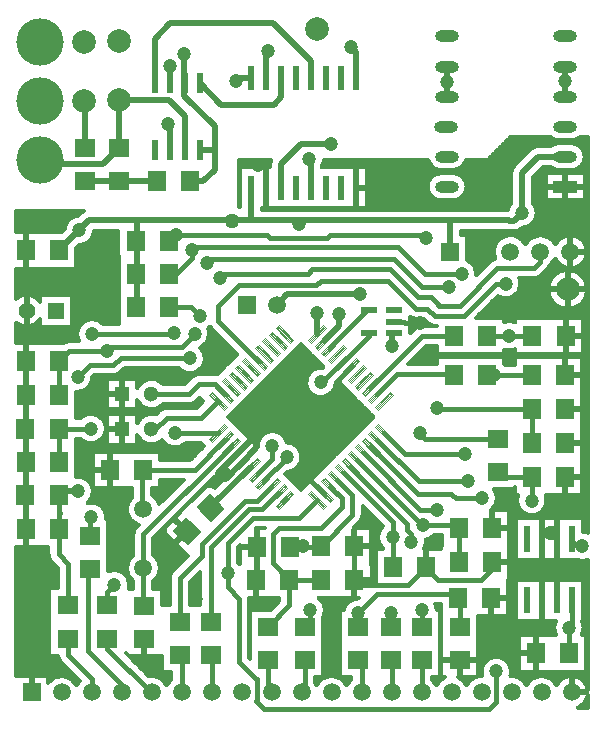
<source format=gtl>
%FSLAX43Y43*%
%MOMM*%
G71*
G01*
G75*
G04 Layer_Physical_Order=1*
%ADD10C,0.300*%
%ADD11R,0.600X1.700*%
%ADD12R,1.600X1.800*%
%ADD13R,1.800X1.600*%
%ADD14R,1.450X0.550*%
%ADD15R,1.450X0.550*%
%ADD16O,2.000X1.000*%
%ADD17R,2.000X1.000*%
%ADD18R,0.600X2.150*%
%ADD19R,0.600X2.150*%
%ADD20R,0.600X2.200*%
%ADD21R,0.600X2.200*%
%ADD22R,0.600X1.700*%
%ADD23C,0.125*%
%ADD24C,0.500*%
%ADD25C,0.400*%
%ADD26R,1.400X1.400*%
%ADD27C,1.400*%
%ADD28C,4.000*%
%ADD29C,2.000*%
%ADD30C,1.500*%
%ADD31R,1.500X1.500*%
%ADD32R,1.300X1.300*%
%ADD33C,1.300*%
%ADD34C,1.270*%
%ADD35C,1.200*%
D10*
X5910Y2689D02*
G03*
X3500Y2913I-1270J-589D01*
G01*
X3538Y13787D02*
G03*
X3787Y13186I850J0D01*
G01*
X3538Y13787D02*
G03*
X3787Y13186I850J0D01*
G01*
X6174Y3074D02*
G03*
X5910Y2689I1006J-974D01*
G01*
X4321Y5212D02*
G03*
X4567Y4681I847J69D01*
G01*
X4321Y5212D02*
G03*
X4567Y4681I847J69D01*
G01*
X13530Y2689D02*
G03*
X12044Y3483I-1270J-589D01*
G01*
X10329Y10888D02*
G03*
X10375Y11225I-1204J337D01*
G01*
G03*
X8618Y12368I-1250J0D01*
G01*
X10725Y13730D02*
G03*
X10725Y11505I850J-1112D01*
G01*
X12425Y11505D02*
G03*
X12975Y12617I-850J1112D01*
G01*
G03*
X12425Y13730I-1400J0D01*
G01*
X8411Y16762D02*
G03*
X8425Y16950I-1236J188D01*
G01*
X6836Y18153D02*
G03*
X7300Y19125I-786J972D01*
G01*
X8425Y16950D02*
G03*
X6836Y18153I-1250J0D01*
G01*
X7300Y19125D02*
G03*
X5855Y20360I-1250J0D01*
G01*
X6228Y23595D02*
G03*
X8395Y24445I917J850D01*
G01*
X10974Y16095D02*
G03*
X10725Y15494I601J-601D01*
G01*
X10974Y16095D02*
G03*
X10725Y15494I601J-601D01*
G01*
X10643Y18662D02*
G03*
X11159Y16280I932J-1045D01*
G01*
X12912Y18033D02*
G03*
X12343Y18788I-1337J-416D01*
G01*
X11058Y23888D02*
G03*
X13164Y23456I1200J500D01*
G01*
X13950Y3212D02*
G03*
X13530Y2689I850J-1112D01*
G01*
X14056Y12389D02*
G03*
X13807Y11787I601J-601D01*
G01*
X14056Y12389D02*
G03*
X13807Y11787I601J-601D01*
G01*
X19682Y12974D02*
G03*
X19550Y13117I-982J-774D01*
G01*
X26230Y2689D02*
G03*
X26093Y2922I-1270J-589D01*
G01*
X28770Y2689D02*
G03*
X26230Y2689I-1270J-589D01*
G01*
X26793Y8469D02*
G03*
X26950Y9075I-1093J606D01*
G01*
G03*
X26412Y10103I-1250J0D01*
G01*
X29772Y10036D02*
G03*
X28518Y9112I-47J-1249D01*
G01*
X13164Y23456D02*
G03*
X15139Y23196I1086J619D01*
G01*
X23715Y20775D02*
G03*
X24950Y22025I-15J1250D01*
G01*
X23714Y23275D02*
G03*
X21251Y22922I-1214J-300D01*
G01*
X24950Y22025D02*
G03*
X23714Y23275I-1250J0D01*
G01*
X5880Y27556D02*
G03*
X7250Y28800I120J1244D01*
G01*
X8395Y24445D02*
G03*
X6228Y25295I-1250J0D01*
G01*
X5273Y31850D02*
G03*
X4776Y31690I0J-850D01*
G01*
X5273Y31850D02*
G03*
X4776Y31690I0J-850D01*
G01*
X12631Y25633D02*
G03*
X11058Y24888I-373J-1245D01*
G01*
Y26863D02*
G03*
X13242Y26513I1200J500D01*
G01*
X9025Y28975D02*
G03*
X9626Y29224I0J850D01*
G01*
X9025Y28975D02*
G03*
X9626Y29224I0J850D01*
G01*
X13242Y28213D02*
G03*
X11058Y27863I-984J-850D01*
G01*
X800Y33417D02*
G03*
X2839Y33726I889J1016D01*
G01*
Y35140D02*
G03*
X800Y35450I-1150J-707D01*
G01*
X8142Y33300D02*
G03*
X6128Y31850I-917J-850D01*
G01*
X6069Y42472D02*
G03*
X4903Y41306I81J-1247D01*
G01*
X6117Y39975D02*
G03*
X7399Y41175I33J1250D01*
G01*
X6532Y42875D02*
G03*
X6307Y42711I412J-800D01*
G01*
X6532Y42875D02*
G03*
X6308Y42711I412J-800D01*
G01*
X13575Y26225D02*
G03*
X12974Y25976I0J-850D01*
G01*
X13575Y26225D02*
G03*
X12974Y25976I0J-850D01*
G01*
X15438Y26513D02*
G03*
X16039Y26762I0J850D01*
G01*
X15438Y26513D02*
G03*
X16039Y26762I0J850D01*
G01*
X16275Y29050D02*
G03*
X15674Y28801I0J-850D01*
G01*
X16275Y29050D02*
G03*
X15674Y28801I0J-850D01*
G01*
X17819Y29021D02*
G03*
X17600Y29050I-219J-821D01*
G01*
X17819Y29021D02*
G03*
X17600Y29050I-219J-821D01*
G01*
X26734Y29593D02*
G03*
X27849Y28304I-134J-1243D01*
G01*
X14544Y29600D02*
G03*
X16775Y30375I981J775D01*
G01*
G03*
X16373Y31293I-1250J0D01*
G01*
G03*
X17150Y32450I-473J1157D01*
G01*
G03*
X17053Y32934I-1250J0D01*
G01*
G03*
X17220Y33057I-653J1066D01*
G01*
G03*
X17324Y32930I705J475D01*
G01*
X17220Y33057D02*
G03*
X17324Y32930I705J475D01*
G01*
X22383Y47175D02*
G03*
X22320Y46845I837J-330D01*
G01*
X22383Y47175D02*
G03*
X22320Y46845I837J-330D01*
G01*
X26661Y46575D02*
G03*
X26871Y47175I-1036J700D01*
G01*
X29190Y3212D02*
G03*
X28770Y2689I850J-1112D01*
G01*
X36390D02*
G03*
X35970Y3212I-1270J-589D01*
G01*
X37110Y3388D02*
G03*
X36390Y2689I550J-1288D01*
G01*
X38930D02*
G03*
X38210Y3388I-1270J-589D01*
G01*
X31237Y11266D02*
G03*
X30893Y11133I126J-841D01*
G01*
X31237Y11266D02*
G03*
X30893Y11133I126J-841D01*
G01*
X31363Y11275D02*
G03*
X31237Y11266I0J-850D01*
G01*
X31363Y11275D02*
G03*
X31237Y11266I0J-850D01*
G01*
X36400Y9087D02*
G03*
X36296Y9575I-1250J-12D01*
G01*
X39650Y3388D02*
G03*
X38930Y2689I550J-1288D01*
G01*
X39907Y3469D02*
G03*
X39650Y3388I293J-1369D01*
G01*
X40258Y3499D02*
G03*
X39907Y3469I-58J-1399D01*
G01*
X42641Y3497D02*
G03*
X42700Y3875I-1191J378D01*
G01*
G03*
X40258Y3499I-1250J0D01*
G01*
X29876Y16543D02*
G03*
X30125Y17144I-601J601D01*
G01*
X29876Y16543D02*
G03*
X30125Y17144I-601J601D01*
G01*
X31831Y16161D02*
G03*
X31837Y14333I856J-911D01*
G01*
X35336Y14232D02*
G03*
X35500Y14850I-1086J618D01*
G01*
G03*
X35485Y15043I-1250J0D01*
G01*
G03*
X36192Y15425I-210J1232D01*
G01*
X41009Y17557D02*
G03*
X41500Y18550I-759J993D01*
G01*
G03*
X41241Y19312I-1250J0D01*
G01*
X44010Y2689D02*
G03*
X42641Y3497I-1270J-589D01*
G01*
X46550Y2689D02*
G03*
X44010Y2689I-1270J-589D01*
G01*
X49200Y2336D02*
G03*
X46550Y2689I-1380J-236D01*
G01*
X46490Y8150D02*
G03*
X46507Y6968I1110J-575D01*
G01*
X48340Y800D02*
G03*
X49200Y1864I-520J1300D01*
G01*
X48693Y6968D02*
G03*
X48850Y7575I-1093J607D01*
G01*
G03*
X48710Y8150I-1250J0D01*
G01*
X48180Y13350D02*
G03*
X49200Y13319I545J1125D01*
G01*
X43277Y18782D02*
G03*
X45700Y18350I1173J-432D01*
G01*
G03*
X45623Y18782I-1250J0D01*
G01*
X49200Y15631D02*
G03*
X48805Y15722I-475J-1156D01*
G01*
X35163Y33143D02*
G03*
X34562Y32894I0J-850D01*
G01*
X35163Y33143D02*
G03*
X34562Y32894I0J-850D01*
G01*
X34175Y33879D02*
G03*
X34625Y33750I450J721D01*
G01*
X35624Y33399D02*
G03*
X36225Y33150I601J601D01*
G01*
X34175Y33879D02*
G03*
X34625Y33750I450J721D01*
G01*
X35624Y33399D02*
G03*
X36225Y33150I601J601D01*
G01*
X39775Y37550D02*
G03*
X38967Y38719I-1250J0D01*
G01*
X39768Y37420D02*
G03*
X39775Y37550I-1243J130D01*
G01*
X42138Y31113D02*
G03*
X43062Y31153I412J1180D01*
G01*
Y33434D02*
G03*
X42138Y33473I-512J-1140D01*
G01*
X41375Y38832D02*
G03*
X40949Y38601I175J-832D01*
G01*
X41375Y38832D02*
G03*
X40949Y38601I175J-832D01*
G01*
X41575Y35648D02*
G03*
X43500Y36700I675J1052D01*
G01*
X43917Y40005D02*
G03*
X41375Y38832I-1270J-589D01*
G01*
X43500Y36700D02*
G03*
X43416Y37150I-1250J0D01*
G01*
X42289Y41175D02*
G03*
X42500Y41150I211J875D01*
G01*
X42975D02*
G03*
X43612Y41414I0J900D01*
G01*
X42975Y41150D02*
G03*
X43611Y41414I0J900D01*
G01*
X36785Y46065D02*
G03*
X36785Y43765I0J-1150D01*
G01*
X35672Y47175D02*
G03*
X36785Y46315I1113J290D01*
G01*
X37785Y43765D02*
G03*
X38935Y44915I0J1150D01*
G01*
X42725Y43567D02*
G03*
X42406Y42975I900J-867D01*
G01*
X38935Y44915D02*
G03*
X37785Y46065I-1150J0D01*
G01*
Y46315D02*
G03*
X38898Y47175I0J1150D01*
G01*
X42989Y46711D02*
G03*
X42725Y46075I636J-636D01*
G01*
X42989Y46712D02*
G03*
X42725Y46075I636J-637D01*
G01*
X44625Y37150D02*
G03*
X45226Y37399I0J850D01*
G01*
X44625Y37150D02*
G03*
X45226Y37399I0J850D01*
G01*
X45763Y37936D02*
G03*
X45962Y38250I-601J601D01*
G01*
X45763Y37936D02*
G03*
X45962Y38250I-601J601D01*
G01*
X49150Y36225D02*
G03*
X49150Y36225I-1650J0D01*
G01*
X45962Y38250D02*
G03*
X46457Y38826I-775J1166D01*
G01*
G03*
X49127Y39416I1270J589D01*
G01*
X43648Y41450D02*
G03*
X44875Y42700I-23J1250D01*
G01*
G03*
X44525Y43567I-1250J0D01*
G01*
X46457Y40005D02*
G03*
X43917Y40005I-1270J-589D01*
G01*
X45015Y48365D02*
G03*
X44378Y48101I0J-900D01*
G01*
X45015Y48365D02*
G03*
X44379Y48101I0J-900D01*
G01*
X46069Y46565D02*
G03*
X46785Y46315I716J900D01*
G01*
Y48615D02*
G03*
X46069Y48365I0J-1150D01*
G01*
X46027Y49125D02*
G03*
X46785Y48840I758J865D01*
G01*
X49127Y39416D02*
G03*
X46457Y40005I-1400J0D01*
G01*
X47785Y46315D02*
G03*
X48935Y47465I0J1150D01*
G01*
G03*
X47785Y48615I-1150J0D01*
G01*
Y48840D02*
G03*
X48543Y49125I0J1150D01*
G01*
X15337Y14748D02*
X14277Y15809D01*
X15196Y16728D01*
X16257Y15667D01*
X15337Y14748D01*
Y15102D02*
X14630Y15809D01*
X15196Y16374D01*
X15903Y15667D01*
X15337Y15102D01*
Y15455D02*
X14984Y15809D01*
X15196Y16021D01*
X15550Y15667D01*
X15337Y15455D01*
X15267Y15720D02*
Y15756D01*
X17317Y16728D02*
X16257Y17789D01*
X17176Y18708D01*
X18237Y17647D01*
X17317Y16728D01*
Y17082D02*
X16610Y17789D01*
X17176Y18354D01*
X17883Y17647D01*
X17317Y17082D01*
Y17435D02*
X16964Y17789D01*
X17176Y18001D01*
X17529Y17647D01*
X17317Y17435D01*
X17247Y17700D02*
Y17736D01*
X800Y3500D02*
X3500D01*
X800Y5300D02*
X3618D01*
X800Y5400D02*
X3618D01*
X800Y5500D02*
X3618D01*
X800Y5600D02*
X3618D01*
X800Y5700D02*
X3618D01*
X800Y5800D02*
X3618D01*
X800Y5900D02*
X3618D01*
X800Y6000D02*
X3618D01*
X3500Y2913D02*
Y3500D01*
X800Y6100D02*
X3618D01*
Y5212D02*
Y8112D01*
X800Y6200D02*
X3618D01*
X800Y6300D02*
X3618D01*
X800Y6400D02*
X3618D01*
X800Y6500D02*
X3618D01*
X800Y6600D02*
X3618D01*
X800Y3500D02*
Y14394D01*
X900Y3500D02*
Y14394D01*
X1000Y3500D02*
Y14394D01*
X1100Y3500D02*
Y14394D01*
X1200Y3500D02*
Y14394D01*
X1300Y3500D02*
Y14394D01*
X1400Y3500D02*
Y14394D01*
X1500Y3500D02*
Y14394D01*
X1600Y3500D02*
Y14394D01*
X1700Y3500D02*
Y14394D01*
X1800Y3500D02*
Y14394D01*
X3600Y3037D02*
Y13468D01*
X1900Y3500D02*
Y14394D01*
X2000Y3500D02*
Y14394D01*
X2100Y3500D02*
Y14394D01*
X2200Y3500D02*
Y14394D01*
X2300Y3500D02*
Y14394D01*
X2400Y3500D02*
Y14394D01*
X2500Y3500D02*
Y14394D01*
X800Y3800D02*
X5448D01*
X800Y3900D02*
X5348D01*
X800Y3600D02*
X5648D01*
X800Y3700D02*
X5548D01*
X800Y4300D02*
X4948D01*
X800Y4400D02*
X4848D01*
X800Y4000D02*
X5248D01*
X800Y4100D02*
X5148D01*
X800Y4200D02*
X5048D01*
X3500Y3100D02*
X3660D01*
X3500Y3200D02*
X3774D01*
X3500Y3300D02*
X3919D01*
X3500Y3400D02*
X4120D01*
X800Y4700D02*
X4549D01*
X3500Y3500D02*
X4625D01*
X800Y4500D02*
X4748D01*
X800Y4600D02*
X4648D01*
X800Y5000D02*
X4366D01*
X800Y5100D02*
X4338D01*
X800Y4800D02*
X4468D01*
X800Y4900D02*
X4409D01*
X800Y6700D02*
X3618D01*
X800Y6800D02*
X3618D01*
X800Y5200D02*
X4322D01*
X800Y6900D02*
X3618D01*
X800Y7000D02*
X3618D01*
X3700Y3137D02*
Y5212D01*
X800Y7100D02*
X3618D01*
X3800Y3220D02*
Y5212D01*
X3618D02*
X4321D01*
X3900Y3288D02*
Y5212D01*
X800Y7200D02*
X3618D01*
X800Y7300D02*
X3618D01*
X800Y7400D02*
X3618D01*
X800Y7500D02*
X3618D01*
X800Y7600D02*
X3618D01*
X800Y7700D02*
X3618D01*
X800Y7800D02*
X3618D01*
X800Y7900D02*
X3618D01*
X800Y8000D02*
X3618D01*
X800Y8100D02*
X3618D01*
X800Y8200D02*
X3618D01*
X800Y8300D02*
X3618D01*
X800Y8400D02*
X3618D01*
X800Y8500D02*
X3618D01*
X800Y8600D02*
X3618D01*
X800Y8700D02*
X3618D01*
X800Y8800D02*
X3618D01*
X800Y8900D02*
X3618D01*
X800Y9000D02*
X3618D01*
X800Y9100D02*
X3618D01*
X800Y9200D02*
X3618D01*
X800Y9300D02*
X3618D01*
X800Y9400D02*
X3618D01*
X800Y9500D02*
X3618D01*
X800Y9600D02*
X3618D01*
X800Y9700D02*
X3618D01*
X800Y9800D02*
X3618D01*
X800Y9900D02*
X3618D01*
X800Y10000D02*
X3618D01*
X800Y10100D02*
X3618D01*
X800Y10200D02*
X3618D01*
X800Y10300D02*
X3618D01*
X800Y13700D02*
X3542D01*
X800Y13800D02*
X3538D01*
X800Y10400D02*
X3618D01*
X800Y10500D02*
X3618D01*
Y8112D02*
Y10912D01*
X800Y13900D02*
X3538D01*
X800Y14000D02*
X3538D01*
X800Y14100D02*
X3538D01*
X800Y14200D02*
X3538D01*
X800Y14300D02*
X3538D01*
X800Y10600D02*
X3618D01*
X800Y10700D02*
X3618D01*
X800Y10800D02*
X3618D01*
X800Y10900D02*
X3618D01*
X800Y11000D02*
X4318D01*
X800Y11100D02*
X4318D01*
X800Y11200D02*
X4318D01*
X800Y11300D02*
X4318D01*
X800Y11400D02*
X4318D01*
X3618Y10912D02*
X4318D01*
X800Y11500D02*
X4318D01*
X800Y11600D02*
X4318D01*
X800Y11700D02*
X4318D01*
X800Y11800D02*
X4318D01*
X800Y11900D02*
X4318D01*
X800Y12000D02*
X4318D01*
X800Y12100D02*
X4318D01*
X800Y12200D02*
X4318D01*
X800Y12300D02*
X4318D01*
X800Y12400D02*
X4318D01*
X800Y12500D02*
X4318D01*
X800Y12600D02*
X4318D01*
X800Y13000D02*
X3973D01*
X800Y13100D02*
X3873D01*
X800Y12700D02*
X4273D01*
X800Y12800D02*
X4173D01*
X800Y12900D02*
X4073D01*
X3800Y10912D02*
Y13173D01*
X3700Y10912D02*
Y13288D01*
X800Y13200D02*
X3773D01*
X3787Y13186D02*
X4318Y12655D01*
X800Y13400D02*
X3631D01*
X800Y13500D02*
X3588D01*
X800Y13300D02*
X3691D01*
X800Y13600D02*
X3559D01*
X5600Y3119D02*
Y3648D01*
X5500Y3205D02*
Y3748D01*
X5620Y3100D02*
X6148D01*
X5506Y3200D02*
X6048D01*
X5400Y3276D02*
Y3848D01*
X5300Y3335D02*
Y3948D01*
X5361Y3300D02*
X5948D01*
X4655Y3500D02*
X5748D01*
X5160Y3400D02*
X5848D01*
X5852Y2800D02*
X5968D01*
X5900Y2710D02*
Y3348D01*
X6000Y2853D02*
Y3248D01*
X5800Y2884D02*
Y3448D01*
X5700Y3015D02*
Y3548D01*
X5789Y2900D02*
X6031D01*
X5712Y3000D02*
X6108D01*
X6100Y2991D02*
Y3148D01*
X4000Y3345D02*
Y5212D01*
X4100Y3392D02*
Y5212D01*
X4200Y3429D02*
Y5212D01*
X4300Y3458D02*
Y5212D01*
X4500Y3493D02*
Y4757D01*
X4400Y3479D02*
Y4918D01*
X4600Y3499D02*
Y4648D01*
X4800Y3491D02*
Y4448D01*
X4700Y3499D02*
Y4548D01*
X5200Y3383D02*
Y4048D01*
X4567Y4681D02*
X6174Y3074D01*
X5100Y3422D02*
Y4148D01*
X5000Y3453D02*
Y4248D01*
X4900Y3476D02*
Y4348D01*
X10900Y4627D02*
Y5188D01*
X11000Y4527D02*
Y5188D01*
X11100Y4427D02*
Y5188D01*
X11300Y4227D02*
Y5188D01*
X11400Y4127D02*
Y5188D01*
X11327Y4200D02*
X13107D01*
X11227Y4300D02*
X13107D01*
X11127Y4400D02*
X13107D01*
X11200Y4327D02*
Y5188D01*
X11027Y4500D02*
X13107D01*
X10827Y4700D02*
X13107D01*
X10927Y4600D02*
X13107D01*
X13300Y3037D02*
Y3838D01*
X13400Y2913D02*
Y3838D01*
X13500Y2750D02*
Y3838D01*
X12027Y3500D02*
X12245D01*
X11627Y3900D02*
X13107D01*
X13200Y3138D02*
Y3838D01*
X11427Y4100D02*
X13107D01*
X11527Y4000D02*
X13107D01*
X12000Y3527D02*
Y5188D01*
X10339D02*
X12044Y3483D01*
X12100Y3491D02*
Y5188D01*
X12200Y3499D02*
Y5188D01*
X11500Y4027D02*
Y5188D01*
X11600Y3927D02*
Y5188D01*
X11700Y3827D02*
Y5188D01*
X11800Y3727D02*
Y5188D01*
X11900Y3627D02*
Y5188D01*
X12700Y3429D02*
Y5188D01*
X12800Y3392D02*
Y5188D01*
X12900Y3345D02*
Y5188D01*
X13000Y3289D02*
Y5188D01*
X13100Y3220D02*
Y5188D01*
X12300Y3499D02*
Y5188D01*
X12400Y3493D02*
Y5188D01*
X12500Y3479D02*
Y5188D01*
X12600Y3458D02*
Y5188D01*
X13107Y3838D02*
Y5188D01*
X10068Y5459D02*
X10339Y5188D01*
X10200Y11863D02*
Y12355D01*
X10235Y11800D02*
X10439D01*
X10177Y11900D02*
X10373D01*
X10018Y12100D02*
X10274D01*
X9552Y12400D02*
X10192D01*
X10106Y12000D02*
X10319D01*
X9763Y12300D02*
X10212D01*
X9907Y12200D02*
X10239D01*
X10400Y10888D02*
Y11856D01*
X10500Y5027D02*
Y5188D01*
X10600Y4927D02*
Y5188D01*
X10500Y10888D02*
Y11721D01*
X10300Y11652D02*
Y12040D01*
X10600Y10888D02*
Y11613D01*
X10317Y11600D02*
X10613D01*
X10281Y11700D02*
X10518D01*
X4000Y10912D02*
Y12973D01*
X3900Y10912D02*
Y13073D01*
X4200Y10912D02*
Y12773D01*
X4100Y10912D02*
Y12873D01*
X4300Y10912D02*
Y12673D01*
X4318Y10912D02*
Y12655D01*
X8618Y12500D02*
X10180D01*
X8618Y12600D02*
X10175D01*
X8618Y12700D02*
X10178D01*
X8618Y12368D02*
Y13862D01*
Y12800D02*
X10187D01*
X8618Y12900D02*
X10204D01*
X8618Y13000D02*
X10229D01*
X8618Y13100D02*
X10261D01*
X8618Y13200D02*
X10302D01*
X8618Y13300D02*
X10353D01*
X8618Y13400D02*
X10414D01*
X8618Y13500D02*
X10489D01*
X10329Y10888D02*
X10725D01*
X10332Y10900D02*
X10725D01*
X10427Y5100D02*
X13107D01*
X10339Y5188D02*
X13107D01*
X10355Y11000D02*
X10725D01*
X10369Y11100D02*
X10725D01*
X10375Y11200D02*
X10725D01*
X10373Y11300D02*
X10725D01*
X10363Y11400D02*
X10725D01*
X10700Y4827D02*
Y5188D01*
X10800Y4727D02*
Y5188D01*
X10727Y4800D02*
X13107D01*
X10627Y4900D02*
X13107D01*
X10700Y10888D02*
Y11525D01*
X10527Y5000D02*
X13107D01*
X12425Y10888D02*
X13132D01*
Y9538D02*
Y10888D01*
X8618Y13600D02*
X10578D01*
X8618Y13700D02*
X10688D01*
X8618Y13800D02*
X10725D01*
X8618Y13900D02*
X10725D01*
X8618Y14000D02*
X10725D01*
X8618Y14100D02*
X10725D01*
X8618Y14200D02*
X10725D01*
X8618Y14300D02*
X10725D01*
Y10888D02*
Y11505D01*
X12425Y10888D02*
Y11505D01*
X12500Y10888D02*
Y11566D01*
X12600Y10888D02*
Y11663D01*
X12700Y10888D02*
Y11784D01*
X10344Y11500D02*
X10725D01*
X12800Y10888D02*
Y11939D01*
X12900Y10888D02*
Y12164D01*
X2600Y3500D02*
Y14394D01*
X2700Y3500D02*
Y14394D01*
X2800Y3500D02*
Y14394D01*
X2900Y3500D02*
Y14394D01*
X800D02*
X2955D01*
X3100Y3500D02*
Y14394D01*
X3055D02*
X3538D01*
X3200Y3500D02*
Y14394D01*
X3300Y3500D02*
Y14394D01*
X3400Y3500D02*
Y14394D01*
X3500Y3500D02*
Y14394D01*
X3538Y13787D02*
Y14394D01*
X6891Y18200D02*
X7159D01*
X8411Y16762D02*
X8618D01*
X8341Y17400D02*
X10192D01*
X8298Y17500D02*
X10180D01*
X7000Y18188D02*
Y18312D01*
X7500Y18157D02*
Y19393D01*
X7100Y18198D02*
Y18447D01*
X7200Y18200D02*
Y18635D01*
X7300Y18194D02*
Y19110D01*
X7400Y18180D02*
Y19393D01*
X8100Y17791D02*
Y19393D01*
X8200Y17666D02*
Y19393D01*
X8300Y17495D02*
Y19393D01*
X8400Y17199D02*
Y19393D01*
X8500Y16762D02*
Y19393D01*
X7600Y18126D02*
Y19393D01*
X7700Y18084D02*
Y19393D01*
X7800Y18033D02*
Y19393D01*
X7900Y17968D02*
Y19393D01*
X8000Y17889D02*
Y19393D01*
X8618Y14400D02*
X10725D01*
X8618Y14500D02*
X10725D01*
X8618Y14600D02*
X10725D01*
X8618Y14700D02*
X10725D01*
X8416Y16800D02*
X10439D01*
X8424Y16900D02*
X10373D01*
X8618Y14800D02*
X10725D01*
X8618Y14900D02*
X10725D01*
X8618Y15000D02*
X10725D01*
X8618Y15100D02*
X10725D01*
X8618Y15200D02*
X10725D01*
X8618Y15300D02*
X10725D01*
X8618Y15400D02*
X10725D01*
X8618Y15500D02*
X10725D01*
X8618Y15600D02*
X10732D01*
X8618Y15700D02*
X10750D01*
X8618Y15800D02*
X10782D01*
X8618Y15900D02*
X10828D01*
X7191Y18200D02*
X10302D01*
X6989Y18300D02*
X10353D01*
X7068Y18400D02*
X10414D01*
X7132Y18500D02*
X10489D01*
X7184Y18600D02*
X10578D01*
X7225Y18700D02*
X10643D01*
X7257Y18800D02*
X10643D01*
X7280Y18900D02*
X10643D01*
X7294Y19000D02*
X10643D01*
X8416Y17100D02*
X10274D01*
X8243Y17600D02*
X10175D01*
X8424Y17000D02*
X10319D01*
X8400Y17200D02*
X10239D01*
X8375Y17300D02*
X10212D01*
X8175Y17700D02*
X10178D01*
X8092Y17800D02*
X10187D01*
X7988Y17900D02*
X10204D01*
X7665Y18100D02*
X10261D01*
X7853Y18000D02*
X10229D01*
X5855Y20400D02*
X7313D01*
X5855Y20360D02*
Y23164D01*
Y20500D02*
X7313D01*
X5855Y20600D02*
X7313D01*
X5855Y20700D02*
X7313D01*
X5855Y20800D02*
X7313D01*
X5855Y20900D02*
X7313D01*
X5855Y21000D02*
X7313D01*
X5855Y21100D02*
X7313D01*
X7206Y19600D02*
X7313D01*
Y19393D02*
Y22493D01*
X7160Y19700D02*
X7313D01*
X7102Y19800D02*
X7313D01*
X7031Y19900D02*
X7313D01*
X6943Y20000D02*
X7313D01*
X6832Y20100D02*
X7313D01*
X6477Y20300D02*
X7313D01*
X6688Y20200D02*
X7313D01*
X5900Y20366D02*
Y23595D01*
X6000Y20374D02*
Y23595D01*
X6100Y20374D02*
Y23595D01*
X6200Y20366D02*
Y23595D01*
X5838Y22895D02*
Y23164D01*
Y23595D01*
Y23200D02*
X7035D01*
X5838Y23300D02*
X6644D01*
X6300Y20350D02*
Y23524D01*
X6900Y20042D02*
Y23219D01*
X7000Y19938D02*
Y23203D01*
X7100Y19803D02*
Y23196D01*
X7200Y19615D02*
Y23196D01*
X7300Y19140D02*
Y23205D01*
X6400Y20325D02*
Y23441D01*
X6500Y20291D02*
Y23374D01*
X6700Y20193D02*
Y23277D01*
X6600Y20248D02*
Y23320D01*
X6800Y20125D02*
Y23244D01*
X5855Y21200D02*
X7313D01*
X5855Y21300D02*
X7313D01*
X5855Y21400D02*
X7313D01*
X5855Y21500D02*
X7313D01*
X5855Y21600D02*
X7313D01*
X5855Y21700D02*
X7313D01*
X5855Y21800D02*
X7313D01*
X5855Y21900D02*
X7313D01*
X5855Y22000D02*
X7313D01*
X7300Y19100D02*
X10643D01*
X7313Y19393D02*
X10113D01*
X7298Y19200D02*
X10643D01*
X7288Y19300D02*
X10643D01*
X5855Y22100D02*
X7313D01*
X5855Y22200D02*
X7313D01*
X5855Y22300D02*
X7313D01*
X5855Y22400D02*
X7313D01*
X7400Y22493D02*
Y23221D01*
X7500Y22493D02*
Y23246D01*
X7313Y22493D02*
X10213D01*
X7600D02*
Y23281D01*
X5855Y23100D02*
X8458D01*
X7700Y22493D02*
Y23325D01*
X7255Y23200D02*
X8458D01*
X7646Y23300D02*
X8458D01*
X7800Y22493D02*
Y23380D01*
X7900Y22493D02*
Y23449D01*
X8000Y22493D02*
Y23533D01*
X8100Y22493D02*
Y23638D01*
X8200Y22493D02*
Y23774D01*
X8300Y22493D02*
Y23967D01*
X8400Y22493D02*
Y28975D01*
X8500Y22493D02*
Y23088D01*
X8458D02*
X11058D01*
X8458D02*
Y25688D01*
X8618Y13862D02*
Y16762D01*
X10200Y12879D02*
Y17355D01*
X8618Y16000D02*
X10892D01*
X10300Y13195D02*
Y17040D01*
X8618Y16700D02*
X10518D01*
X8600Y16762D02*
Y19393D01*
X8618Y16400D02*
X10884D01*
X8618Y16500D02*
X10732D01*
X8618Y16600D02*
X10613D01*
X10500Y13514D02*
Y16721D01*
X10400Y13378D02*
Y16856D01*
X10725Y13730D02*
Y15494D01*
X10600Y13622D02*
Y16613D01*
X10800Y15843D02*
Y16451D01*
X10700Y13710D02*
Y16525D01*
X10900Y16011D02*
Y16391D01*
X8700Y12401D02*
Y19393D01*
X8800Y12432D02*
Y19393D01*
X8900Y12455D02*
Y19393D01*
X9500Y12417D02*
Y19393D01*
X9000Y12469D02*
Y19393D01*
X9100Y12475D02*
Y19393D01*
X9200Y12473D02*
Y19393D01*
X9300Y12463D02*
Y19393D01*
X9400Y12444D02*
Y19393D01*
X9700Y12335D02*
Y19393D01*
X9800Y12277D02*
Y19393D01*
X9900Y12206D02*
Y19393D01*
X10000Y12118D02*
Y19393D01*
X10100Y12007D02*
Y19393D01*
X9600Y12381D02*
Y19393D01*
X10200Y17879D02*
Y19393D01*
X10300Y18195D02*
Y19393D01*
X10400Y18378D02*
Y19393D01*
X10500Y18514D02*
Y19393D01*
X12600Y13571D02*
Y15317D01*
X12700Y13451D02*
Y15417D01*
X12800Y13296D02*
Y15517D01*
X12900Y13070D02*
Y15617D01*
X12425Y13730D02*
Y15142D01*
X8618Y16100D02*
X10979D01*
X12500Y13668D02*
Y15217D01*
X12783Y15500D02*
X13454D01*
X12883Y15600D02*
X13354D01*
X13300Y9538D02*
Y15654D01*
X13200Y9538D02*
Y15754D01*
X13500Y9538D02*
Y15454D01*
X13400Y9538D02*
Y15554D01*
X13000Y10888D02*
Y15717D01*
X13100Y10888D02*
Y15817D01*
X12983Y15700D02*
X13254D01*
X13200Y15754D02*
Y15863D01*
X13300Y15654D02*
Y15963D01*
X8618Y16200D02*
X11079D01*
X11000Y16121D02*
Y16341D01*
X10974Y16095D02*
X11159Y16280D01*
X8618Y16300D02*
X11101D01*
X12600Y18571D02*
Y19393D01*
X12736Y18400D02*
X13279D01*
X12662Y18500D02*
X13379D01*
X12900Y18070D02*
Y19393D01*
X13000Y18121D02*
Y19393D01*
X13400Y15554D02*
Y16063D01*
X12848Y18200D02*
X13079D01*
X13100Y18221D02*
Y20112D01*
X12700Y18451D02*
Y19393D01*
X12800Y18296D02*
Y19393D01*
X12797Y18300D02*
X13179D01*
X13200Y18321D02*
Y20112D01*
X13300Y18421D02*
Y20112D01*
X8600Y22493D02*
Y23088D01*
X8700Y22493D02*
Y23088D01*
X8800Y22493D02*
Y23088D01*
X8900Y22493D02*
Y23088D01*
X9000Y22493D02*
Y23088D01*
X9100Y22493D02*
Y23088D01*
X9200Y22493D02*
Y23088D01*
X10600Y18622D02*
Y19393D01*
X9300Y22493D02*
Y23088D01*
X10643Y18662D02*
Y19393D01*
X10113D02*
X10643D01*
X9400Y22493D02*
Y23088D01*
X9500Y22493D02*
Y23088D01*
X9600Y22493D02*
Y23088D01*
X9700Y22493D02*
Y23088D01*
X9800Y22493D02*
Y23088D01*
X9900Y22493D02*
Y23088D01*
X10000Y22493D02*
Y23088D01*
X10100Y22493D02*
Y23088D01*
X10200Y22493D02*
Y23088D01*
X10300Y22493D02*
Y23088D01*
X10400Y22493D02*
Y23088D01*
X10500Y22493D02*
Y23088D01*
X10600Y22493D02*
Y23088D01*
X10700Y22493D02*
Y23088D01*
X10800Y22493D02*
Y23088D01*
X10900Y22493D02*
Y23088D01*
X11000Y22493D02*
Y23088D01*
X11100Y22493D02*
Y23798D01*
X11200Y22493D02*
Y23633D01*
X11058Y23088D02*
Y23888D01*
X11500Y22493D02*
Y23332D01*
X11300Y22493D02*
Y23510D01*
X11400Y22493D02*
Y23412D01*
X12343Y18788D02*
Y19393D01*
X12400Y18749D02*
Y19393D01*
X12343D02*
X13013D01*
X10213Y22493D02*
X13013D01*
X12100D02*
Y23098D01*
X11058Y23100D02*
X12084D01*
X12200Y22493D02*
Y23090D01*
X12300Y22493D02*
Y23089D01*
X12400Y22493D02*
Y23096D01*
X12500Y18668D02*
Y19393D01*
X13400Y18521D02*
Y20112D01*
X12572Y18600D02*
X13479D01*
X13500Y18621D02*
Y20112D01*
X13013Y19393D02*
Y20112D01*
X12500Y22493D02*
Y23111D01*
X13013Y21812D02*
Y22493D01*
X12432Y23100D02*
X13468D01*
X13500Y21812D02*
Y23075D01*
X11600Y22493D02*
Y23267D01*
X11700Y22493D02*
Y23214D01*
X11800Y22493D02*
Y23172D01*
X11900Y22493D02*
Y23138D01*
X11058Y23200D02*
X11731D01*
X11058Y23300D02*
X11547D01*
X12000Y22493D02*
Y23114D01*
X12600Y22493D02*
Y23134D01*
X12700Y22493D02*
Y23166D01*
X13100Y21812D02*
Y23398D01*
X13400Y21812D02*
Y23159D01*
X13200Y21812D02*
Y23397D01*
X13300Y21812D02*
Y23263D01*
X12800Y22493D02*
Y23207D01*
X12900Y22493D02*
Y23258D01*
X12785Y23200D02*
X13357D01*
X13000Y22493D02*
Y23321D01*
X12969Y23300D02*
X13269D01*
X13240Y3100D02*
X13820D01*
X13126Y3200D02*
X13934D01*
X12981Y3300D02*
X13950D01*
X12780Y3400D02*
X13950D01*
X12275Y3500D02*
X13950D01*
X11927Y3600D02*
X13950D01*
X11827Y3700D02*
X13950D01*
X11727Y3800D02*
X13950D01*
X13107Y3838D02*
X13950D01*
X13472Y2800D02*
X13588D01*
X13600Y2821D02*
Y3838D01*
X13409Y2900D02*
X13651D01*
X13332Y3000D02*
X13728D01*
X13700Y2966D02*
Y3838D01*
X13800Y3080D02*
Y3838D01*
X13900Y3172D02*
Y3838D01*
X13950Y3212D02*
Y3838D01*
X13132Y9538D02*
X13807D01*
X13132Y9600D02*
X13807D01*
X13132Y9700D02*
X13807D01*
X13132Y9800D02*
X13807D01*
X13132Y9900D02*
X13807D01*
X13132Y10000D02*
X13807D01*
X13132Y10100D02*
X13807D01*
X13132Y10200D02*
X13807D01*
X13132Y10300D02*
X13807D01*
X15507Y9538D02*
Y11435D01*
X13807Y9538D02*
Y11787D01*
X15507Y9538D02*
X15707D01*
X15600D02*
Y11529D01*
X15700Y9538D02*
Y11629D01*
X13132Y10400D02*
X13807D01*
X13132Y10500D02*
X13807D01*
X15800Y9538D02*
Y11729D01*
X15900Y9538D02*
Y11829D01*
X16000Y9538D02*
Y11929D01*
X15707Y9538D02*
X16207D01*
X15707D02*
X16207D01*
X20500Y5002D02*
X20572Y4930D01*
Y6218D01*
X16207Y9538D02*
X16407D01*
X15507Y9600D02*
X16407D01*
X15507Y9700D02*
X16407D01*
X15507Y9800D02*
X16407D01*
X15507Y9900D02*
X16407D01*
X20572Y6318D02*
Y9118D01*
X22370D01*
X20500Y9200D02*
X22452D01*
X20500Y9300D02*
X22552D01*
X20500Y9400D02*
X22652D01*
X20500Y9500D02*
X22752D01*
X20500Y9600D02*
X22852D01*
X20500Y9700D02*
X22952D01*
X20500Y9800D02*
X23052D01*
X16100Y9538D02*
Y12029D01*
X16200Y9538D02*
Y12129D01*
X15507Y10000D02*
X16407D01*
X16300Y9538D02*
Y12229D01*
X15507Y10100D02*
X16407D01*
X15507Y10200D02*
X16407D01*
X15507Y10300D02*
X16407D01*
X15507Y10400D02*
X16407D01*
X15507Y10500D02*
X16407D01*
X20500Y5002D02*
Y10050D01*
X20600Y9118D02*
Y10072D01*
X20700Y9118D02*
Y10072D01*
X20800Y9118D02*
Y10072D01*
X20900Y9118D02*
Y10072D01*
X16407Y9538D02*
Y12335D01*
X16400Y9538D02*
Y12329D01*
X20500Y9900D02*
X23082D01*
X20500Y10000D02*
X23082D01*
X20500Y10072D02*
X22482D01*
X12425Y10900D02*
X13807D01*
X12425Y11000D02*
X13807D01*
X12425Y11100D02*
X13807D01*
X12425Y11200D02*
X13807D01*
X12425Y11300D02*
X13807D01*
X12425Y11400D02*
X13807D01*
X12425Y11500D02*
X13807D01*
X12537Y11600D02*
X13807D01*
X12633Y11700D02*
X13807D01*
X13132Y10600D02*
X13807D01*
X13132Y10700D02*
X13807D01*
X13132Y10800D02*
X13807D01*
X12712Y11800D02*
X13807D01*
X12777Y11900D02*
X13814D01*
X12832Y12000D02*
X13834D01*
X12876Y12100D02*
X13866D01*
X12912Y12200D02*
X13913D01*
X12939Y12300D02*
X13978D01*
X12958Y12400D02*
X14067D01*
X12922Y13000D02*
X14667D01*
X12889Y13100D02*
X14767D01*
X12848Y13200D02*
X14867D01*
X12425Y14000D02*
X14954D01*
X12425Y14100D02*
X14854D01*
X12797Y13300D02*
X14967D01*
X12425Y13900D02*
X15054D01*
X12736Y13400D02*
X15067D01*
X12970Y12500D02*
X14167D01*
X12975Y12600D02*
X14267D01*
X12973Y12700D02*
X14367D01*
X12963Y12800D02*
X14467D01*
X12946Y12900D02*
X14567D01*
X15100Y13433D02*
Y13854D01*
X14900Y13233D02*
Y14054D01*
X15000Y13333D02*
Y13954D01*
X15507Y10600D02*
X16407D01*
X15507Y10700D02*
X16407D01*
X15507Y10800D02*
X16407D01*
X15507Y10900D02*
X16407D01*
X15507Y11000D02*
X16407D01*
X15507Y11100D02*
X16407D01*
X15507Y11200D02*
X16407D01*
X15507Y11300D02*
X16407D01*
X15507Y11400D02*
X16407D01*
X15571Y11500D02*
X16407D01*
X15507Y11435D02*
X16407Y12335D01*
X15671Y11600D02*
X16407D01*
X15771Y11700D02*
X16407D01*
X15871Y11800D02*
X16407D01*
X15971Y11900D02*
X16407D01*
X16071Y12000D02*
X16407D01*
X16171Y12100D02*
X16407D01*
X16271Y12200D02*
X16407D01*
X14056Y12389D02*
X15311Y13644D01*
X19568Y13100D02*
X19682D01*
X19550Y13200D02*
X19713D01*
X12662Y13500D02*
X15167D01*
X15200Y13533D02*
Y13754D01*
X12572Y13600D02*
X15267D01*
X12463Y13700D02*
X15254D01*
X12425Y13800D02*
X15154D01*
X19682Y12974D02*
Y13172D01*
X19713Y12933D02*
Y13172D01*
X19550Y13300D02*
X19713D01*
X19550Y13400D02*
X19713D01*
X19550Y13500D02*
X19713D01*
X19550Y13600D02*
X19713D01*
X19550Y13700D02*
X19713D01*
X19550Y13800D02*
X19713D01*
X19550Y13900D02*
X19713D01*
X19550Y14000D02*
X19713D01*
X26093Y2922D02*
Y3387D01*
X26100Y2913D02*
Y3387D01*
X26109Y2900D02*
X26351D01*
X26093Y3000D02*
X26428D01*
X26093Y3100D02*
X26520D01*
X26093Y3200D02*
X26634D01*
X26093Y3300D02*
X26779D01*
X26093Y3387D02*
X26793D01*
X26172Y2800D02*
X26288D01*
X26200Y2750D02*
Y3387D01*
X26300Y2821D02*
Y3387D01*
X26400Y2966D02*
Y3387D01*
X26500Y3080D02*
Y3387D01*
X26600Y3172D02*
Y3387D01*
X26700Y3249D02*
Y3387D01*
X26793Y3400D02*
X26980D01*
X26793Y3500D02*
X27485D01*
X26793Y3387D02*
Y6187D01*
X26800Y3312D02*
Y8481D01*
X26900Y3365D02*
Y8725D01*
X27000Y3408D02*
Y10103D01*
X26793Y6187D02*
Y8469D01*
X27100Y3442D02*
Y10103D01*
X26793Y3600D02*
X28193D01*
X26793Y3700D02*
X28193D01*
X27200Y3467D02*
Y10103D01*
X27300Y3486D02*
Y10103D01*
X27400Y3496D02*
Y10103D01*
X27515Y3500D02*
X28193D01*
X28100Y3365D02*
Y10103D01*
X28193Y3412D02*
Y6312D01*
X27500Y3500D02*
Y10103D01*
X27600Y3496D02*
Y10103D01*
X27700Y3486D02*
Y10103D01*
X27800Y3468D02*
Y10103D01*
X27900Y3442D02*
Y10103D01*
X26793Y3800D02*
X28193D01*
X26793Y3900D02*
X28193D01*
X26793Y4000D02*
X28193D01*
X26793Y4100D02*
X28193D01*
X26793Y4200D02*
X28193D01*
X26793Y4300D02*
X28193D01*
X26793Y4400D02*
X28193D01*
X26793Y4500D02*
X28193D01*
X28300Y3249D02*
Y3412D01*
X28400Y3172D02*
Y3412D01*
X28480Y3100D02*
X29060D01*
X28500Y3080D02*
Y3412D01*
X28366Y3200D02*
X29174D01*
X26793Y4600D02*
X28193D01*
X28221Y3300D02*
X29190D01*
X28020Y3400D02*
X29190D01*
X28193Y3412D02*
X29190D01*
X26793Y4700D02*
X28193D01*
X26793Y4800D02*
X28193D01*
X26793Y4900D02*
X28193D01*
X26793Y5000D02*
X28193D01*
X26793Y5100D02*
X28193D01*
X26793Y5200D02*
X28193D01*
X26793Y5300D02*
X28193D01*
X26793Y5400D02*
X28193D01*
X26793Y5500D02*
X28193D01*
X26793Y5600D02*
X28193D01*
X26793Y5700D02*
X28193D01*
X26793Y5800D02*
X28193D01*
X26793Y5900D02*
X28193D01*
X26793Y6000D02*
X28193D01*
X26793Y6100D02*
X28193D01*
X26793Y6200D02*
X28193D01*
X26793Y6300D02*
X28193D01*
X26793Y6400D02*
X28193D01*
Y6312D02*
Y9112D01*
X21000Y9118D02*
Y10072D01*
X21100Y9118D02*
Y10072D01*
X21200Y9118D02*
Y10072D01*
X21300Y9118D02*
Y10072D01*
X21400Y9118D02*
Y10072D01*
X21500Y9118D02*
Y10072D01*
X21600Y9118D02*
Y10072D01*
X21700Y9118D02*
Y10072D01*
X21800Y9118D02*
Y10072D01*
X26793Y6500D02*
X28193D01*
X26793Y6600D02*
X28193D01*
X26793Y6700D02*
X28193D01*
X26793Y6800D02*
X28193D01*
X22370Y9118D02*
X23082Y9830D01*
X21900Y9118D02*
Y10072D01*
X26793Y6900D02*
X28193D01*
X26793Y7000D02*
X28193D01*
X22000Y9118D02*
Y10072D01*
X22100Y9118D02*
Y10072D01*
X22200Y9118D02*
Y10072D01*
X22300Y9118D02*
Y10072D01*
X22400Y9148D02*
Y10072D01*
X22600Y9348D02*
Y10072D01*
X22582D02*
X23082D01*
X22700Y9448D02*
Y10072D01*
X22800Y9548D02*
Y10072D01*
X22900Y9648D02*
Y10072D01*
X26800Y9669D02*
Y10103D01*
X26900Y9425D02*
Y10103D01*
X23000Y9748D02*
Y10072D01*
X23082Y9830D02*
Y10072D01*
X26600Y9943D02*
Y10103D01*
X26412D02*
X27993D01*
X26700Y9825D02*
Y10103D01*
X26793Y7100D02*
X28193D01*
X26793Y7200D02*
X28193D01*
X26793Y7300D02*
X28193D01*
X26793Y7400D02*
X28193D01*
X26793Y7500D02*
X28193D01*
X26793Y7600D02*
X28193D01*
X26793Y7700D02*
X28193D01*
X26793Y7800D02*
X28193D01*
X26793Y7900D02*
X28193D01*
X26793Y8000D02*
X28193D01*
X26793Y8100D02*
X28193D01*
X26793Y8200D02*
X28193D01*
X26793Y8300D02*
X28193D01*
X26793Y8400D02*
X28193D01*
X26810Y8500D02*
X28193D01*
X26856Y8600D02*
X28193D01*
X26892Y8700D02*
X28193D01*
X26919Y8800D02*
X28193D01*
X26938Y8900D02*
X28193D01*
X26948Y9000D02*
X28193D01*
X26907Y9400D02*
X28636D01*
X26876Y9500D02*
X28698D01*
X26834Y9600D02*
X28776D01*
X26783Y9700D02*
X28871D01*
X26718Y9800D02*
X28993D01*
X26541Y10000D02*
X29424D01*
X26639Y9900D02*
X29156D01*
X26950Y9100D02*
X28193D01*
X28200Y9112D02*
Y10103D01*
X28193Y9112D02*
X28518D01*
X28300D02*
Y10103D01*
X28400Y9112D02*
Y10103D01*
X26944Y9200D02*
X28545D01*
X28500Y9112D02*
Y10103D01*
X26930Y9300D02*
X28585D01*
X28093Y10103D02*
X29839D01*
X12425Y14700D02*
X14254D01*
X12425Y14800D02*
X14154D01*
X12425Y14500D02*
X14454D01*
X12425Y14600D02*
X14354D01*
X12483Y15200D02*
X13754D01*
X12583Y15300D02*
X13654D01*
X12425Y14900D02*
X14054D01*
X12425Y15000D02*
X13954D01*
X12425Y15100D02*
X13854D01*
X13700Y9538D02*
Y15254D01*
X13600Y9538D02*
Y15354D01*
X13900Y12175D02*
Y15054D01*
X13800Y9538D02*
Y15154D01*
X14100Y12433D02*
Y14854D01*
X14000Y12327D02*
Y14954D01*
X14400Y12733D02*
Y14554D01*
X14200Y12533D02*
Y14754D01*
X14300Y12633D02*
Y14654D01*
X12683Y15400D02*
X13554D01*
X12463Y18700D02*
X13579D01*
X12343Y18800D02*
X13679D01*
X12343Y18900D02*
X13779D01*
X12343Y19000D02*
X13879D01*
X12343Y19100D02*
X13979D01*
X12343Y19200D02*
X14079D01*
X12343Y19300D02*
X14179D01*
X13013Y19400D02*
X14279D01*
X13600Y18721D02*
Y20112D01*
X13700Y18821D02*
Y20112D01*
X13800Y18921D02*
Y20112D01*
X13900Y19021D02*
Y20112D01*
X14000Y19121D02*
Y20112D01*
X14100Y19221D02*
Y20112D01*
X14200Y19321D02*
Y20112D01*
X13013Y19500D02*
X14379D01*
X14300Y19421D02*
Y20112D01*
X14400Y19521D02*
Y20112D01*
X12425Y14300D02*
X14654D01*
X12425Y14400D02*
X14554D01*
X12425Y14200D02*
X14754D01*
X13145Y15809D02*
X15311Y13644D01*
X13013Y19600D02*
X14479D01*
X13013Y19700D02*
X14579D01*
X13145Y15809D02*
X15125Y17789D01*
X14600Y12933D02*
Y14354D01*
X14500Y12833D02*
Y14454D01*
X14800Y13133D02*
Y14154D01*
X14700Y13033D02*
Y14254D01*
X16937Y19600D02*
X17415D01*
X17037Y19700D02*
X17315D01*
X17515Y19500D02*
X17702D01*
X17315Y19700D02*
X17902D01*
X17415Y19600D02*
X17802D01*
X15196Y17859D02*
X17176Y19839D01*
X12912Y18033D02*
X14991Y20112D01*
X17176Y19839D02*
X17609Y19406D01*
X12425Y15142D02*
X18465Y21182D01*
X14500Y19621D02*
Y20112D01*
X14600Y19721D02*
Y20112D01*
X13013Y19800D02*
X14679D01*
X14700Y19821D02*
Y20112D01*
X17215Y19800D02*
X18002D01*
X17400Y19615D02*
Y20117D01*
X17500Y19515D02*
Y20217D01*
X17600Y19415D02*
Y20317D01*
X17609Y19406D02*
X18925Y20723D01*
X17700Y19498D02*
Y20417D01*
X17200Y19815D02*
Y19917D01*
X17300Y19715D02*
Y20017D01*
X17800Y19598D02*
Y20517D01*
X17900Y19698D02*
Y20617D01*
X18000Y19798D02*
Y20717D01*
X13013Y19900D02*
X14779D01*
X13013Y20000D02*
X14879D01*
X13013Y20112D02*
X14991D01*
X13013Y20100D02*
X14979D01*
X13013Y21812D02*
X15560D01*
X5855Y22900D02*
X13824D01*
X13013Y21900D02*
X15647D01*
X13013Y22000D02*
X15747D01*
X13013Y22100D02*
X15847D01*
X14000Y21812D02*
Y22850D01*
X13800Y21812D02*
Y22909D01*
X14800Y19921D02*
Y20112D01*
X14100Y21812D02*
Y22834D01*
X14200Y21812D02*
Y22826D01*
X14300Y21812D02*
Y22826D01*
X13013Y22200D02*
X15947D01*
X14400Y21812D02*
Y22834D01*
X14500Y21812D02*
Y22850D01*
X13600Y21812D02*
Y23007D01*
X13700Y21812D02*
Y22953D01*
X13900Y21812D02*
Y22875D01*
X14600Y21812D02*
Y22875D01*
X14700Y21812D02*
Y22909D01*
X5855Y23000D02*
X13612D01*
X14800Y21812D02*
Y22952D01*
X14900Y21812D02*
Y23007D01*
X15000Y21812D02*
Y23075D01*
X15100Y21812D02*
Y23158D01*
X15200Y21812D02*
Y23196D01*
X15300Y21812D02*
Y23196D01*
X15400Y21812D02*
Y23196D01*
X15500Y21812D02*
Y23196D01*
X15600Y21852D02*
Y23196D01*
X15700Y21952D02*
Y23196D01*
X15800Y22052D02*
Y23196D01*
X15900Y22152D02*
Y23196D01*
X17183Y19900D02*
X18102D01*
X17283Y20000D02*
X18202D01*
X17383Y20100D02*
X18302D01*
X17483Y20200D02*
X18402D01*
X17583Y20300D02*
X18502D01*
X17683Y20400D02*
X18602D01*
X17783Y20500D02*
X18702D01*
X17883Y20600D02*
X18802D01*
X17983Y20700D02*
X18902D01*
X18100Y19898D02*
Y20817D01*
X18200Y19998D02*
Y20917D01*
X18300Y20098D02*
Y21017D01*
X18400Y20198D02*
Y21117D01*
X18383Y21100D02*
X18548D01*
X18500Y20298D02*
Y21148D01*
X18083Y20800D02*
X18848D01*
X18183Y20900D02*
X18748D01*
X18283Y21000D02*
X18648D01*
X13013Y22300D02*
X16047D01*
X13013Y22400D02*
X16147D01*
X5855Y22500D02*
X16247D01*
X5855Y22600D02*
X16347D01*
X5855Y22700D02*
X16447D01*
X5855Y22800D02*
X16547D01*
X14676Y22900D02*
X16647D01*
X14888Y23000D02*
X16648D01*
X15032Y23100D02*
X16548D01*
X16000Y22252D02*
Y23196D01*
X16100Y22352D02*
Y23196D01*
X15560Y21812D02*
X16698Y22950D01*
X16200Y22452D02*
Y23196D01*
X16300Y22552D02*
Y23196D01*
X16400Y22652D02*
Y23196D01*
X15139D02*
X16452D01*
X16600Y22852D02*
Y23048D01*
X16500Y22752D02*
Y23148D01*
X16452Y23196D02*
X16662Y22985D01*
X19600Y13068D02*
Y14448D01*
X19550Y13117D02*
Y14398D01*
Y14100D02*
X19713D01*
Y13172D02*
Y14561D01*
X19550Y14200D02*
X19713D01*
X19550Y14300D02*
X19713D01*
X19552Y14400D02*
X19713D01*
X19550Y14398D02*
X19713Y14561D01*
X21145Y15993D02*
X21816D01*
X21177Y16025D02*
X21838D01*
X24723Y19450D02*
X24900Y19273D01*
X23557Y20617D02*
X24158Y20016D01*
X23557Y20617D02*
X24158Y20016D01*
X24158Y20016D02*
X24723Y19450D01*
X24016Y20157D02*
X24158Y20016D01*
X24158Y20016D02*
X24723Y19450D01*
X23800Y20373D02*
Y20779D01*
X18600Y20398D02*
Y21048D01*
X23900Y20273D02*
Y20791D01*
X24000Y20173D02*
Y20811D01*
X18800Y20598D02*
Y20848D01*
X18700Y20498D02*
Y20948D01*
X23700Y20473D02*
Y20760D01*
X18465Y21182D02*
X18925Y20723D01*
X23557Y20617D02*
X23715Y20775D01*
X24600Y19573D02*
Y21157D01*
X24700Y19473D02*
Y21275D01*
X24800Y19373D02*
Y21431D01*
X24900Y19273D02*
Y21674D01*
X25000Y19373D02*
Y31477D01*
X24100Y20073D02*
Y20841D01*
X24200Y19973D02*
Y20879D01*
X24300Y19873D02*
Y20928D01*
X24400Y19773D02*
Y20989D01*
X24500Y19673D02*
Y21064D01*
X24273Y19900D02*
X25527D01*
X24173Y20000D02*
X25627D01*
X24073Y20100D02*
X25727D01*
X23973Y20200D02*
X25827D01*
X23873Y20300D02*
X25927D01*
X23773Y20400D02*
X26027D01*
X23673Y20500D02*
X26127D01*
X23573Y20600D02*
X26227D01*
X23640Y20700D02*
X26327D01*
X24773Y19400D02*
X25027D01*
X24673Y19500D02*
X25127D01*
X24900Y19273D02*
X25642Y20016D01*
X25077Y19450D02*
X25642Y20016D01*
X24573Y19600D02*
X25227D01*
X24473Y19700D02*
X25327D01*
X24373Y19800D02*
X25427D01*
X25642Y20016D02*
X25784Y20157D01*
X25642Y20016D02*
X25784Y20157D01*
X25200Y19573D02*
Y31277D01*
X25100Y19473D02*
Y31377D01*
X25400Y19773D02*
Y28001D01*
X25300Y19673D02*
Y31177D01*
X25500Y19873D02*
Y27757D01*
X23949Y20800D02*
X26427D01*
X24245Y20900D02*
X26527D01*
X25642Y20016D02*
X26915Y21288D01*
X25700Y20073D02*
Y27483D01*
X25600Y19973D02*
Y27600D01*
X26000Y20373D02*
Y27254D01*
X25800Y20173D02*
Y27390D01*
X25900Y20273D02*
Y27315D01*
X26200Y20573D02*
Y27166D01*
X26100Y20473D02*
Y27204D01*
X26500Y20873D02*
Y27104D01*
X26300Y20673D02*
Y27137D01*
X26400Y20773D02*
Y27116D01*
X24415Y21000D02*
X26627D01*
X24541Y21100D02*
X26727D01*
X24639Y21200D02*
X26827D01*
X24718Y21300D02*
X26927D01*
X21073Y23100D02*
X21256D01*
X20056Y24117D02*
X21251Y22922D01*
X20973Y23200D02*
X21270D01*
X26600Y20973D02*
Y27100D01*
X26700Y21073D02*
Y27104D01*
X26774Y21147D02*
X26915Y21288D01*
X26774Y21147D02*
X26915Y21288D01*
X24783Y21400D02*
X27027D01*
X24834Y21500D02*
X27127D01*
X24876Y21600D02*
X27227D01*
X24907Y21700D02*
X27327D01*
X26915Y21288D02*
X27340Y21713D01*
X21100Y23073D02*
Y27777D01*
X21200Y22973D02*
Y27877D01*
X24300Y23122D02*
Y30977D01*
X24400Y23061D02*
Y31077D01*
X20900Y23273D02*
Y27577D01*
X21000Y23173D02*
Y27677D01*
X24000Y23238D02*
Y30677D01*
X24100Y23209D02*
Y30777D01*
X24200Y23171D02*
Y30877D01*
X26800Y21173D02*
Y27116D01*
X26900Y21273D02*
Y27136D01*
X27000Y21373D02*
Y27166D01*
X27100Y21473D02*
Y27204D01*
X27200Y21573D02*
Y27253D01*
X24500Y22985D02*
Y31177D01*
X24600Y22892D02*
Y31277D01*
X24700Y22775D02*
Y31377D01*
X24800Y22619D02*
Y31477D01*
X24900Y22375D02*
Y31577D01*
X24930Y21800D02*
X27427D01*
X24944Y21900D02*
X27527D01*
X24950Y22000D02*
X27627D01*
X24892Y22400D02*
X28027D01*
X24856Y22500D02*
X28127D01*
X24810Y22600D02*
X28227D01*
X24752Y22700D02*
X28327D01*
X24593Y22900D02*
X28527D01*
X24681Y22800D02*
X28427D01*
X27340Y21713D02*
X27481Y21854D01*
X24948Y22100D02*
X27727D01*
X26915Y21288D02*
X27905Y22278D01*
X27340Y21713D02*
X27905Y22278D01*
X24938Y22200D02*
X27827D01*
X24919Y22300D02*
X27927D01*
X27905Y22278D02*
X28047Y22420D01*
X27905Y22278D02*
X28047Y22420D01*
X27905Y22278D02*
X28047Y22420D01*
X27300Y21673D02*
Y27314D01*
X27400Y21773D02*
Y27389D01*
X27500Y21873D02*
Y27482D01*
X27600Y21973D02*
Y27600D01*
X27700Y22073D02*
Y27756D01*
X27800Y22173D02*
Y27999D01*
X24482Y23000D02*
X28627D01*
X24127Y23200D02*
X28827D01*
X24338Y23100D02*
X28727D01*
X27900Y22273D02*
Y28354D01*
X28000Y22373D02*
Y28454D01*
X28047Y22420D02*
X28612Y22985D01*
X28047Y22420D02*
X29037Y23410D01*
X28100Y22473D02*
Y28377D01*
X28300Y22673D02*
Y28177D01*
X28200Y22573D02*
Y28277D01*
X28471Y22844D02*
X28612Y22985D01*
X28400Y22773D02*
Y28077D01*
X28500Y22873D02*
Y27977D01*
X5838Y23595D02*
X6228D01*
X5838Y25295D02*
X6228D01*
X5838Y23400D02*
X6459D01*
X5838Y23500D02*
X6327D01*
X5838Y25300D02*
X6233D01*
X5838Y25295D02*
Y25759D01*
Y25400D02*
X6338D01*
X5838Y25500D02*
X6474D01*
X5838Y25600D02*
X6667D01*
X5900Y25295D02*
Y27554D01*
X6000Y25295D02*
Y27550D01*
X7831Y23400D02*
X8458D01*
X6100Y25295D02*
Y27554D01*
X5838Y25759D02*
Y25995D01*
X5880Y25759D02*
Y27556D01*
X6200Y25295D02*
Y27566D01*
X6300Y25366D02*
Y27587D01*
X6400Y25449D02*
Y27616D01*
X6500Y25516D02*
Y27654D01*
X6600Y25570D02*
Y27703D01*
X6700Y25613D02*
Y27764D01*
X6800Y25646D02*
Y27839D01*
X6900Y25671D02*
Y27932D01*
X7000Y25687D02*
Y28050D01*
X7100Y25694D02*
Y28206D01*
X7200Y25694D02*
Y28450D01*
X7700Y25565D02*
Y28975D01*
X7900Y25441D02*
Y28975D01*
X8000Y25357D02*
Y28975D01*
X8100Y25252D02*
Y28975D01*
X8200Y25116D02*
Y28975D01*
X7300Y25685D02*
Y28873D01*
X7400Y25669D02*
Y28973D01*
X7500Y25644D02*
Y28975D01*
X7600Y25609D02*
Y28975D01*
X7800Y25510D02*
Y28975D01*
X7623Y25600D02*
X8458D01*
X5838Y25700D02*
X12698D01*
X5880Y25800D02*
X12798D01*
X5880Y26100D02*
X8458D01*
X5880Y26200D02*
X8458D01*
X5880Y25900D02*
X12898D01*
X5880Y26000D02*
X12999D01*
X5880Y26300D02*
X8458D01*
X7963Y23500D02*
X8458D01*
X8066Y23600D02*
X8458D01*
X8149Y23700D02*
X8458D01*
X8216Y23800D02*
X8458D01*
X8210Y25100D02*
X8458D01*
X8141Y25200D02*
X8458D01*
X8057Y25300D02*
X8458D01*
X7816Y25500D02*
X8458D01*
X7952Y25400D02*
X8458D01*
X5880Y26400D02*
X8458D01*
X5880Y26500D02*
X8458D01*
X5880Y26600D02*
X8458D01*
X5880Y26700D02*
X8458D01*
X5880Y26800D02*
X8458D01*
X5880Y26900D02*
X8458D01*
X5880Y27000D02*
X8458D01*
X5880Y27100D02*
X8458D01*
X5880Y27200D02*
X8458D01*
X5880Y27300D02*
X8458D01*
X5880Y27400D02*
X8458D01*
X5880Y27500D02*
X8458D01*
X6350Y27600D02*
X8458D01*
X6593Y27700D02*
X8458D01*
X6750Y27800D02*
X8458D01*
X6867Y27900D02*
X8458D01*
X6960Y28000D02*
X8458D01*
X7036Y28100D02*
X8458D01*
X7097Y28200D02*
X8458D01*
X1500Y31690D02*
Y33096D01*
X1600Y31690D02*
Y33086D01*
X800Y31690D02*
X2963D01*
X1700D02*
Y33083D01*
X1800Y31690D02*
Y33088D01*
X2963Y31690D02*
X3063D01*
X2900D02*
Y33083D01*
X2963Y31690D02*
X3063D01*
X3000D02*
Y33083D01*
X3100Y31690D02*
Y33083D01*
X3200Y31690D02*
Y33083D01*
X3300Y31690D02*
Y33083D01*
X3400Y31690D02*
Y33083D01*
X3500Y31690D02*
Y33083D01*
X3600Y31690D02*
Y33083D01*
X3700Y31690D02*
Y33083D01*
X3800Y31690D02*
Y33083D01*
X1200Y31690D02*
Y33175D01*
X1100Y31690D02*
Y33218D01*
X1300Y31690D02*
Y33140D01*
X1400Y31690D02*
Y33114D01*
X800Y33100D02*
X1477D01*
X800Y33200D02*
X1140D01*
X1900Y31690D02*
Y33100D01*
X1900Y33100D02*
X2839D01*
X2000Y31690D02*
Y33120D01*
X2100Y31690D02*
Y33147D01*
X2200Y31690D02*
Y33184D01*
X3900Y31690D02*
Y33083D01*
X2300Y31690D02*
Y33230D01*
X4000Y31690D02*
Y33083D01*
X4100Y31690D02*
Y33083D01*
X4200Y31690D02*
Y33083D01*
X4300Y31690D02*
Y33083D01*
X4400Y31690D02*
Y33083D01*
X4500Y31690D02*
Y33083D01*
X800Y31700D02*
X4790D01*
X3063Y31690D02*
X4776D01*
X800Y31800D02*
X4985D01*
X800Y32100D02*
X6025D01*
X800Y32200D02*
X6000D01*
X800Y31900D02*
X6103D01*
X800Y32000D02*
X6059D01*
X800Y32300D02*
X5984D01*
X7146Y28300D02*
X8458D01*
X7184Y28400D02*
X8458D01*
X7213Y28500D02*
X8458D01*
X7234Y28600D02*
X8458D01*
X6000Y31850D02*
Y32202D01*
X7250Y28823D02*
X7402Y28975D01*
X5273Y31850D02*
X6128D01*
X7402Y28975D02*
X9025D01*
X800Y32400D02*
X5976D01*
X4600Y31690D02*
Y33083D01*
X800Y32500D02*
X5976D01*
X800Y32600D02*
X5984D01*
X800Y32700D02*
X6000D01*
X2839Y33083D02*
X5539D01*
X800Y32800D02*
X6025D01*
X800Y32900D02*
X6059D01*
X800Y33000D02*
X6102D01*
X4700Y31690D02*
Y33083D01*
X4800Y31706D02*
Y33083D01*
X4900Y31764D02*
Y33083D01*
X5000Y31805D02*
Y33083D01*
X5100Y31832D02*
Y33083D01*
X5200Y31847D02*
Y33083D01*
X5300Y31850D02*
Y33083D01*
X5400Y31850D02*
Y33083D01*
X5500Y31850D02*
Y33083D01*
X5539Y33100D02*
X6157D01*
X8270Y23900D02*
X8458D01*
X8313Y24000D02*
X8458D01*
X8346Y24100D02*
X8458D01*
X8344Y24800D02*
X8458D01*
X8309Y24900D02*
X8458D01*
X8265Y25000D02*
X8458D01*
X8500Y25688D02*
Y26063D01*
X8600Y25688D02*
Y26063D01*
X8700Y25688D02*
Y26063D01*
X8800Y25688D02*
Y26063D01*
X8900Y25688D02*
Y26063D01*
X9000Y25688D02*
Y26063D01*
X9100Y25688D02*
Y26063D01*
X9200Y25688D02*
Y26063D01*
X9300Y25688D02*
Y26063D01*
X9400Y25688D02*
Y26063D01*
X9500Y25688D02*
Y26063D01*
X8300Y24923D02*
Y28975D01*
X9600Y25688D02*
Y26063D01*
X9700Y25688D02*
Y26063D01*
X9800Y25688D02*
Y26063D01*
X8458D02*
Y28663D01*
X9900Y25688D02*
Y26063D01*
X10000Y25688D02*
Y26063D01*
X10100Y25688D02*
Y26063D01*
X10200Y25688D02*
Y26063D01*
X10300Y25688D02*
Y26063D01*
X10400Y25688D02*
Y26063D01*
X10500Y25688D02*
Y26063D01*
X10600Y25688D02*
Y26063D01*
X10700Y25688D02*
Y26063D01*
X10800Y25688D02*
Y26063D01*
X10900Y25688D02*
Y26063D01*
X11000Y25688D02*
Y26063D01*
X11058Y23600D02*
X11224D01*
X11058Y25100D02*
X11170D01*
X11058Y23400D02*
X11413D01*
X11058Y23500D02*
X11309D01*
X8458Y25688D02*
X11058D01*
X8458Y26063D02*
X11058D01*
Y25200D02*
X11243D01*
X11058Y25300D02*
X11331D01*
X11058Y25400D02*
X11442D01*
X11058Y25500D02*
X11584D01*
X11058Y24888D02*
Y25688D01*
Y25600D02*
X11787D01*
X11058Y26100D02*
X11951D01*
X12000Y25662D02*
Y26089D01*
X12631Y25633D02*
X12974Y25976D01*
X12100Y25679D02*
Y26073D01*
X12200Y25687D02*
Y26065D01*
X11200Y25143D02*
Y26608D01*
X11100Y24979D02*
Y26773D01*
X11400Y25365D02*
Y26387D01*
X11300Y25267D02*
Y26485D01*
X11500Y25444D02*
Y26307D01*
X11058Y26063D02*
Y26863D01*
X11700Y25562D02*
Y26189D01*
X11600Y25509D02*
Y26242D01*
X11800Y25605D02*
Y26147D01*
X11900Y25638D02*
Y26113D01*
X12300Y25688D02*
Y26064D01*
X12400Y25680D02*
Y26071D01*
X12600Y25642D02*
Y26109D01*
X12500Y25666D02*
Y26086D01*
X12700Y25702D02*
Y26141D01*
X12800Y25802D02*
Y26182D01*
X12900Y25902D02*
Y26233D01*
X13000Y26001D02*
Y26296D01*
X8500Y28663D02*
Y28975D01*
X8600Y28663D02*
Y28975D01*
X8458Y28663D02*
X11058D01*
X8700D02*
Y28975D01*
X8800Y28663D02*
Y28975D01*
X8900Y28663D02*
Y28975D01*
X9000Y28663D02*
Y28975D01*
X9100Y28663D02*
Y28978D01*
X11058Y27863D02*
Y28663D01*
Y26600D02*
X11206D01*
X11058Y28100D02*
X11187D01*
X9200Y28663D02*
Y28993D01*
X9300Y28663D02*
Y29021D01*
X9400Y28663D02*
Y29062D01*
X9500Y28663D02*
Y29120D01*
X9600Y28663D02*
Y29199D01*
X9700Y28663D02*
Y29298D01*
X9800Y28663D02*
Y29398D01*
X9900Y28663D02*
Y29498D01*
X10000Y28663D02*
Y29598D01*
X9626Y29224D02*
X10002Y29600D01*
X10100Y28663D02*
Y29600D01*
X10200Y28663D02*
Y29600D01*
X10300Y28663D02*
Y29600D01*
X10400Y28663D02*
Y29600D01*
X10500Y28663D02*
Y29600D01*
X11100Y27954D02*
Y29600D01*
X11200Y28118D02*
Y29600D01*
X10600Y28663D02*
Y29600D01*
X10700Y28663D02*
Y29600D01*
X10800Y28663D02*
Y29600D01*
X10900Y28663D02*
Y29600D01*
X11000Y28663D02*
Y29600D01*
X11058Y26400D02*
X11385D01*
X11058Y26500D02*
X11286D01*
X11058Y26200D02*
X11678D01*
X11058Y26300D02*
X11510D01*
X11058Y28200D02*
X11263D01*
X11058Y28300D02*
X11357D01*
X11058Y28400D02*
X11474D01*
X11058Y28500D02*
X11627D01*
X11058Y28600D02*
X11857D01*
X12565Y26100D02*
X13131D01*
X13100Y26080D02*
Y26373D01*
X12838Y26200D02*
X13370D01*
X13200Y26138D02*
Y26467D01*
X11300Y28242D02*
Y29600D01*
X11400Y28340D02*
Y29600D01*
X13300Y26179D02*
Y26513D01*
X13400Y26207D02*
Y26513D01*
X11500Y28419D02*
Y29600D01*
X11600Y28484D02*
Y29600D01*
X11700Y28537D02*
Y29600D01*
X11800Y28580D02*
Y29600D01*
X11900Y28613D02*
Y29600D01*
X12000Y28637D02*
Y29600D01*
X12100Y28654D02*
Y29600D01*
X12200Y28662D02*
Y29600D01*
X12300Y28663D02*
Y29600D01*
X12800Y28545D02*
Y29600D01*
X13000Y28431D02*
Y29600D01*
X13100Y28354D02*
Y29600D01*
X13200Y28259D02*
Y29600D01*
X13300Y28213D02*
Y29600D01*
X12400Y28655D02*
Y29600D01*
X12500Y28640D02*
Y29600D01*
X12600Y28617D02*
Y29600D01*
X12700Y28586D02*
Y29600D01*
X12900Y28494D02*
Y29600D01*
X900Y31690D02*
Y33338D01*
X800Y31690D02*
Y33417D01*
X1000Y31690D02*
Y33272D01*
X800Y33300D02*
X955D01*
X800Y35450D02*
Y37993D01*
Y35600D02*
X1009D01*
X800Y35700D02*
X1222D01*
X900Y35529D02*
Y37993D01*
X2400Y31690D02*
Y33286D01*
X2500Y31690D02*
Y33354D01*
X2600Y31690D02*
Y33437D01*
X2700Y31690D02*
Y33539D01*
X2238Y33200D02*
X2839D01*
X2800Y31690D02*
Y33667D01*
X2839Y33083D02*
Y33726D01*
X1000Y35594D02*
Y37993D01*
X1100Y35648D02*
Y37993D01*
X1200Y35692D02*
Y37993D01*
X1300Y35726D02*
Y37993D01*
X1400Y35752D02*
Y37993D01*
X1500Y35770D02*
Y37993D01*
X1600Y35780D02*
Y37993D01*
X1700Y35783D02*
Y37993D01*
X1800Y35779D02*
Y37993D01*
X2300Y35637D02*
Y37993D01*
X2500Y35512D02*
Y37993D01*
X2600Y35429D02*
Y37993D01*
X2700Y35327D02*
Y37993D01*
X2800Y35200D02*
Y37993D01*
X1900Y35767D02*
Y37993D01*
X2000Y35747D02*
Y37993D01*
X2100Y35719D02*
Y37993D01*
X2200Y35683D02*
Y37993D01*
X2400Y35581D02*
Y37993D01*
X2156Y35700D02*
X2839D01*
X800Y35800D02*
X9513D01*
X800Y35900D02*
X9513D01*
X800Y36000D02*
X9488D01*
X800Y36100D02*
X9488D01*
X800Y36200D02*
X9488D01*
X800Y36300D02*
X9488D01*
X800Y36400D02*
X9488D01*
X2422Y33300D02*
X2839D01*
X2557Y33400D02*
X2839D01*
X2664Y33500D02*
X2839D01*
Y35140D02*
Y35783D01*
X2724Y35300D02*
X2839D01*
X2631Y35400D02*
X2839D01*
X2516Y35500D02*
X2839D01*
X2368Y35600D02*
X2839D01*
Y35783D02*
X5539D01*
X2900D02*
Y37993D01*
X3000Y35783D02*
Y37993D01*
X3100Y35783D02*
Y37993D01*
X3200Y35783D02*
Y37993D01*
X3300Y35783D02*
Y37993D01*
X3400Y35783D02*
Y37993D01*
X800Y36500D02*
X9488D01*
X800Y36600D02*
X9488D01*
X800Y36700D02*
X9488D01*
X3500Y35783D02*
Y37993D01*
X3600Y35783D02*
Y37993D01*
X3700Y35783D02*
Y37993D01*
X3800Y35783D02*
Y37993D01*
X3900Y35783D02*
Y37993D01*
X4000Y35783D02*
Y37993D01*
X4100Y35783D02*
Y37993D01*
X4200Y35783D02*
Y37993D01*
X4300Y35783D02*
Y37993D01*
X4400Y35783D02*
Y37993D01*
X800Y41093D02*
Y42875D01*
X900Y41093D02*
Y42875D01*
X800Y37993D02*
X2963D01*
X800Y41093D02*
X3063D01*
X1000D02*
Y42875D01*
X1100Y41093D02*
Y42875D01*
X1200Y41093D02*
Y42875D01*
X1300Y41093D02*
Y42875D01*
X1400Y41093D02*
Y42875D01*
X1500Y41093D02*
Y42875D01*
X1600Y41093D02*
Y42875D01*
X1700Y41093D02*
Y42875D01*
X1800Y41093D02*
Y42875D01*
X1900Y41093D02*
Y42875D01*
X2000Y41093D02*
Y42875D01*
X2100Y41093D02*
Y42875D01*
X2200Y41093D02*
Y42875D01*
X2300Y41093D02*
Y42875D01*
X2400Y41093D02*
Y42875D01*
X2500Y41093D02*
Y42875D01*
X2600Y41093D02*
Y42875D01*
X2700Y41093D02*
Y42875D01*
X2800Y41093D02*
Y42875D01*
X2900Y41093D02*
Y42875D01*
X3000Y41093D02*
Y42875D01*
X3100Y41093D02*
Y42875D01*
X3200Y41093D02*
Y42875D01*
X3300Y41093D02*
Y42875D01*
X3400Y41093D02*
Y42875D01*
X3500Y41093D02*
Y42875D01*
X3600Y41093D02*
Y42875D01*
X3700Y41093D02*
Y42875D01*
X3800Y41093D02*
Y42875D01*
X3900Y41093D02*
Y42875D01*
X4000Y41093D02*
Y42875D01*
X800Y36800D02*
X9488D01*
X800Y36900D02*
X9488D01*
X800Y37000D02*
X9488D01*
X800Y37100D02*
X9488D01*
X800Y37200D02*
X9488D01*
X800Y37300D02*
X9488D01*
X800Y37400D02*
X9488D01*
X800Y37500D02*
X9488D01*
X800Y37600D02*
X9488D01*
X800Y37700D02*
X9488D01*
X2963Y37993D02*
X5863D01*
X800Y37800D02*
X9488D01*
X800Y37900D02*
X9488D01*
X800Y41100D02*
X4696D01*
X3063Y41093D02*
X4690D01*
X800Y41200D02*
X4796D01*
X800Y41300D02*
X4896D01*
X800Y41400D02*
X4912D01*
X800Y41500D02*
X4931D01*
X800Y41600D02*
X4958D01*
X800Y41700D02*
X4994D01*
X800Y41800D02*
X5040D01*
X800Y41900D02*
X5098D01*
X800Y42000D02*
X5169D01*
X800Y42100D02*
X5257D01*
X800Y42200D02*
X5368D01*
X800Y42300D02*
X5512D01*
X4100Y41093D02*
Y42875D01*
X4200Y41093D02*
Y42875D01*
X800Y42400D02*
X5723D01*
X4300Y41093D02*
Y42875D01*
X4400Y41093D02*
Y42875D01*
X800Y42500D02*
X6096D01*
X800Y42600D02*
X6196D01*
X800Y42700D02*
X6296D01*
X800Y42800D02*
X6411D01*
X800Y42875D02*
X6532D01*
X5539Y33083D02*
Y35783D01*
X5600Y31850D02*
Y37993D01*
X5539Y33200D02*
X6225D01*
X5539Y33300D02*
X6308D01*
X5539Y33400D02*
X6412D01*
X4500Y35783D02*
Y37993D01*
X5539Y33500D02*
X6547D01*
X5539Y33600D02*
X6735D01*
X5539Y33700D02*
X7206D01*
X5700Y31850D02*
Y37993D01*
X5800Y31850D02*
Y37993D01*
X5900Y31850D02*
Y39758D01*
X6000Y32698D02*
Y39858D01*
X6100Y32995D02*
Y39958D01*
X6200Y33165D02*
Y39976D01*
X6300Y33291D02*
Y39984D01*
X6400Y33389D02*
Y40000D01*
X6500Y33468D02*
Y40025D01*
X6600Y33532D02*
Y40059D01*
X6700Y33584D02*
Y40102D01*
X6800Y33625D02*
Y40157D01*
X6900Y33657D02*
Y40225D01*
X7000Y33680D02*
Y40308D01*
X7100Y33694D02*
Y40412D01*
X7200Y33700D02*
Y40547D01*
X7300Y33698D02*
Y40735D01*
X7800Y33560D02*
Y41175D01*
X8000Y33431D02*
Y41175D01*
X8100Y33343D02*
Y41175D01*
X8200Y33300D02*
Y41175D01*
X8300Y33300D02*
Y41175D01*
X7400Y33688D02*
Y41175D01*
X7500Y33669D02*
Y41175D01*
X7600Y33642D02*
Y41175D01*
X7700Y33606D02*
Y41175D01*
X7900Y33502D02*
Y41175D01*
X5539Y33800D02*
X9513D01*
X5539Y33900D02*
X9513D01*
X5539Y34000D02*
X9513D01*
X5539Y34100D02*
X9513D01*
X5539Y34200D02*
X9513D01*
X5539Y34300D02*
X9513D01*
X5539Y34400D02*
X9513D01*
X5539Y34500D02*
X9513D01*
X5539Y34600D02*
X9513D01*
X8142Y33300D02*
X9513D01*
X8038Y33400D02*
X9513D01*
X7903Y33500D02*
X9513D01*
X7715Y33600D02*
X9513D01*
X7244Y33700D02*
X9513D01*
X5539Y34700D02*
X9513D01*
X5539Y34800D02*
X9513D01*
X5539Y34900D02*
X9513D01*
X5539Y35000D02*
X9513D01*
X8400Y33300D02*
Y41175D01*
X8500Y33300D02*
Y41175D01*
X5539Y35100D02*
X9513D01*
X5539Y35200D02*
X9513D01*
X5539Y35300D02*
X9513D01*
X5539Y35400D02*
X9513D01*
X5539Y35500D02*
X9513D01*
X5539Y35600D02*
X9513D01*
X5539Y35700D02*
X9513D01*
X8600Y33300D02*
Y41175D01*
X8700Y33300D02*
Y41175D01*
X8800Y33300D02*
Y41175D01*
X8900Y33300D02*
Y41175D01*
X9000Y33300D02*
Y41175D01*
X9100Y33300D02*
Y41175D01*
X9200Y33300D02*
Y41175D01*
X9513Y33300D02*
Y35968D01*
X9300Y33300D02*
Y41175D01*
X9400Y33300D02*
Y41175D01*
X4600Y35783D02*
Y37993D01*
X4700Y35783D02*
Y37993D01*
X4800Y35783D02*
Y37993D01*
X4900Y35783D02*
Y37993D01*
X4500Y41093D02*
Y42875D01*
X4600Y41093D02*
Y42875D01*
X5000Y35783D02*
Y37993D01*
X4690Y41093D02*
X4903Y41306D01*
X5100Y35783D02*
Y37993D01*
X5200Y35783D02*
Y37993D01*
X5300Y35783D02*
Y37993D01*
X5400Y35783D02*
Y37993D01*
X5500Y35783D02*
Y37993D01*
X5863D02*
Y39721D01*
X6117Y39975D01*
X6069Y42472D02*
X6307Y42711D01*
X4700Y41104D02*
Y42875D01*
X4800Y41204D02*
Y42875D01*
X4900Y41304D02*
Y42875D01*
X5000Y41715D02*
Y42875D01*
X5100Y41903D02*
Y42875D01*
X5200Y42037D02*
Y42875D01*
X5300Y42141D02*
Y42875D01*
X5400Y42225D02*
Y42875D01*
X5500Y42293D02*
Y42875D01*
X5600Y42347D02*
Y42875D01*
X5700Y42391D02*
Y42875D01*
X5800Y42425D02*
Y42875D01*
X5900Y42450D02*
Y42875D01*
X6000Y42466D02*
Y42875D01*
X6100Y42504D02*
Y42875D01*
X6200Y42604D02*
Y42875D01*
X6300Y42704D02*
Y42875D01*
X5863Y38000D02*
X9488D01*
X5863Y38100D02*
X9488D01*
X5863Y38200D02*
X9488D01*
X5863Y38300D02*
X9488D01*
X5863Y38400D02*
X9488D01*
X5863Y38500D02*
X9488D01*
X5863Y38600D02*
X9488D01*
X5863Y38700D02*
X9488D01*
X5863Y38800D02*
X9463D01*
X9513Y35968D02*
Y36318D01*
X9488Y35968D02*
Y38768D01*
X5863Y38900D02*
X9463D01*
X9488Y38768D02*
Y39068D01*
X5863Y39000D02*
X9463D01*
X5863Y39100D02*
X9463D01*
X5863Y39200D02*
X9463D01*
X5863Y39300D02*
X9463D01*
X5863Y39400D02*
X9463D01*
X5863Y39500D02*
X9463D01*
X5863Y39600D02*
X9463D01*
X5863Y39700D02*
X9463D01*
X5942Y39800D02*
X9463D01*
X6042Y39900D02*
X9463D01*
X6398Y40000D02*
X9463D01*
X6695Y40100D02*
X9463D01*
X6865Y40200D02*
X9463D01*
X6991Y40300D02*
X9463D01*
X7089Y40400D02*
X9463D01*
Y38768D02*
Y41175D01*
X7168Y40500D02*
X9463D01*
X7232Y40600D02*
X9463D01*
X7284Y40700D02*
X9463D01*
X7325Y40800D02*
X9463D01*
X7357Y40900D02*
X9463D01*
X7380Y41000D02*
X9463D01*
X7394Y41100D02*
X9463D01*
X7399Y41175D02*
X9463D01*
X13500Y26222D02*
Y26513D01*
X13575Y26225D02*
X16083D01*
X13600D02*
Y26513D01*
X13700Y26225D02*
Y26513D01*
X13006Y26300D02*
X16158D01*
X13131Y26400D02*
X16258D01*
X13800Y26225D02*
Y26513D01*
X13900Y26225D02*
Y26513D01*
X14000Y26225D02*
Y26513D01*
X14100Y26225D02*
Y26513D01*
X14200Y26225D02*
Y26513D01*
X14300Y26225D02*
Y26513D01*
X14400Y26225D02*
Y26513D01*
X14500Y26225D02*
Y26513D01*
X14600Y26225D02*
Y26513D01*
X14700Y26225D02*
Y26513D01*
X14800Y26225D02*
Y26513D01*
X14900Y26225D02*
Y26513D01*
X15000Y26225D02*
Y26513D01*
X15100Y26225D02*
Y26513D01*
X15200Y26225D02*
Y26513D01*
X15300Y26225D02*
Y26513D01*
X15400Y26225D02*
Y26513D01*
X13242D02*
X15438D01*
X15500Y26225D02*
Y26515D01*
X15600Y26225D02*
Y26529D01*
X15700Y26225D02*
Y26554D01*
X15800Y26225D02*
Y26594D01*
X15900Y26225D02*
Y26650D01*
X16000Y26225D02*
Y26725D01*
X16100Y26242D02*
Y26823D01*
X16200Y26342D02*
Y26923D01*
X16300Y26442D02*
Y27023D01*
X18925Y25248D02*
X19491Y24683D01*
X18748Y25425D02*
X18925Y25248D01*
X19491Y24683D01*
X18873Y25300D02*
X30927D01*
X18800Y25373D02*
Y25477D01*
X18900Y25273D02*
Y25577D01*
X18773Y25400D02*
X31027D01*
X18748Y25425D02*
X18925Y25602D01*
X18823Y25500D02*
X30977D01*
X19491Y24683D02*
X19632Y24541D01*
X19491Y24683D02*
X19632Y24541D01*
X19491Y24683D02*
X19632Y24541D01*
X19373Y24800D02*
X30427D01*
X19273Y24900D02*
X30527D01*
X19173Y25000D02*
X30627D01*
X19073Y25100D02*
X30727D01*
X18973Y25200D02*
X30827D01*
X18923Y25600D02*
X30877D01*
X13230Y26500D02*
X16358D01*
X16400Y26542D02*
Y26996D01*
X19000Y25173D02*
Y25677D01*
X16083Y26225D02*
X16627Y26769D01*
X15812Y26600D02*
X16458D01*
X16039Y26762D02*
X16336Y27059D01*
X15970Y26700D02*
X16558D01*
X16077Y26800D02*
X16596D01*
X16500Y26642D02*
Y26896D01*
X19100Y25073D02*
Y25777D01*
X19200Y24973D02*
Y25877D01*
X19300Y24873D02*
Y25977D01*
X18925Y25602D02*
X19491Y26167D01*
X19400Y24773D02*
Y26077D01*
X19323Y26000D02*
X30477D01*
X18925Y25602D02*
X20056Y26733D01*
X19023Y25700D02*
X30777D01*
X19123Y25800D02*
X30677D01*
X19223Y25900D02*
X30577D01*
X13242Y28213D02*
X15086D01*
X13159Y28300D02*
X15173D01*
X13042Y28400D02*
X15273D01*
X12889Y28500D02*
X15373D01*
X9601Y29200D02*
X15099D01*
X9702Y29300D02*
X14887D01*
X12659Y28600D02*
X15473D01*
X7246Y28700D02*
X15573D01*
X7250Y28800D02*
X15673D01*
X15000Y28213D02*
Y29241D01*
X14900Y28213D02*
Y29293D01*
X15086Y28213D02*
X15674Y28801D01*
X15100Y28227D02*
Y29199D01*
X15200Y28327D02*
Y29168D01*
X15300Y28427D02*
Y29145D01*
X15400Y28527D02*
Y29131D01*
X15500Y28627D02*
Y29125D01*
X15600Y28727D02*
Y29127D01*
X13400Y28213D02*
Y29600D01*
X13500Y28213D02*
Y29600D01*
X13600Y28213D02*
Y29600D01*
X13700Y28213D02*
Y29600D01*
X13800Y28213D02*
Y29600D01*
X10002D02*
X14544D01*
X9802Y29400D02*
X14743D01*
X9902Y29500D02*
X14632D01*
X10002Y29600D02*
X14544D01*
X13900Y28213D02*
Y29600D01*
X14000Y28213D02*
Y29600D01*
X14100Y28213D02*
Y29600D01*
X14200Y28213D02*
Y29600D01*
X14300Y28213D02*
Y29600D01*
X14400Y28213D02*
Y29600D01*
X14500Y28213D02*
Y29600D01*
X14700Y28213D02*
Y29436D01*
X14600Y28213D02*
Y29534D01*
X14800Y28213D02*
Y29357D01*
X7327Y28900D02*
X15793D01*
X15700Y28826D02*
Y29137D01*
X15800Y28905D02*
Y29156D01*
X15900Y28963D02*
Y29183D01*
X9229Y29000D02*
X15987D01*
X9468Y29100D02*
X17898D01*
X16000Y29004D02*
Y29219D01*
X16277Y27000D02*
X16396D01*
X16100Y29032D02*
Y29265D01*
X16177Y26900D02*
X16496D01*
X16336Y27059D02*
X16627Y26769D01*
X16275Y29050D02*
X17600D01*
X17819Y29021D02*
X17935Y29137D01*
X17819Y29021D02*
X17935Y29137D01*
X16200Y29047D02*
Y29323D01*
X16300Y29050D02*
Y29394D01*
X16400Y29050D02*
Y29482D01*
X16500Y29050D02*
Y29593D01*
X15951Y29200D02*
X17998D01*
X16163Y29300D02*
X18098D01*
X16307Y29400D02*
X18198D01*
X16418Y29500D02*
X18298D01*
X16506Y29600D02*
X18398D01*
X16600Y29050D02*
Y29737D01*
X16700Y29050D02*
Y29948D01*
X17935Y29137D02*
X18359Y29562D01*
X17819Y29021D02*
X18501Y29703D01*
X18359Y29562D02*
X18501Y29703D01*
X18359Y29562D02*
X18501Y29703D01*
X16577Y29700D02*
X18498D01*
X16635Y29800D02*
X18598D01*
X16681Y29900D02*
X18698D01*
X16717Y30000D02*
X18798D01*
X19632Y24541D02*
X20056Y24117D01*
X19900Y24273D02*
Y26577D01*
X20056Y24117D02*
X20198Y23975D01*
X19632Y24541D02*
X20056Y24117D01*
X19500Y24673D02*
Y26177D01*
X19600Y24573D02*
Y26277D01*
X19491Y26167D02*
X19632Y26309D01*
X19700Y24473D02*
Y26377D01*
X19800Y24373D02*
Y26477D01*
X20873Y23300D02*
X21293D01*
X20773Y23400D02*
X21324D01*
X20673Y23500D02*
X21366D01*
X20573Y23600D02*
X21417D01*
X20473Y23700D02*
X21482D01*
X20056Y24117D02*
X20198Y23975D01*
X20373Y23800D02*
X21561D01*
X20173Y24000D02*
X21784D01*
X20273Y23900D02*
X21659D01*
X20200Y23973D02*
Y26877D01*
X20300Y23873D02*
Y26977D01*
X20400Y23773D02*
Y27077D01*
X20500Y23673D02*
Y27177D01*
X20000Y24173D02*
Y26677D01*
X20100Y24073D02*
Y26777D01*
X19491Y26167D02*
X20056Y26733D01*
X20056D02*
X20198Y26875D01*
X20056Y26733D02*
X20198Y26875D01*
X20600Y23573D02*
Y27277D01*
X20700Y23473D02*
Y27377D01*
X20800Y23373D02*
Y27477D01*
X21300Y23325D02*
Y27977D01*
X21400Y23569D02*
Y28077D01*
X21500Y23725D02*
Y28177D01*
X21600Y23842D02*
Y28277D01*
X21700Y23935D02*
Y28377D01*
X21800Y24011D02*
Y28477D01*
X21900Y24072D02*
Y28577D01*
X20073Y24100D02*
X21955D01*
X19973Y24200D02*
X22251D01*
X22749D02*
X29827D01*
X19873Y24300D02*
X29927D01*
X19773Y24400D02*
X30027D01*
X19673Y24500D02*
X30127D01*
X19573Y24600D02*
X30227D01*
X19473Y24700D02*
X30327D01*
X19423Y26100D02*
X30377D01*
X23707Y23300D02*
X28927D01*
X23676Y23400D02*
X29027D01*
X23634Y23500D02*
X29127D01*
X23583Y23600D02*
X29227D01*
X23518Y23700D02*
X29327D01*
X23439Y23800D02*
X29427D01*
X23341Y23900D02*
X29527D01*
X23045Y24100D02*
X29727D01*
X23216Y24000D02*
X29627D01*
X22000Y24121D02*
Y28677D01*
X22100Y24159D02*
Y28777D01*
X19523Y26200D02*
X30277D01*
X22200Y24188D02*
Y28877D01*
X19923Y26600D02*
X29877D01*
X20023Y26700D02*
X29777D01*
X19623Y26300D02*
X30177D01*
X19723Y26400D02*
X30077D01*
X19823Y26500D02*
X29977D01*
X22300Y24209D02*
Y28977D01*
X22900Y24159D02*
Y29577D01*
X23000Y24121D02*
Y29677D01*
X23100Y24072D02*
Y29777D01*
X23200Y24011D02*
Y29877D01*
X22400Y24221D02*
Y29077D01*
X22500Y24225D02*
Y29177D01*
X22600Y24221D02*
Y29277D01*
X22700Y24209D02*
Y29377D01*
X22800Y24188D02*
Y29477D01*
X20056Y26733D02*
X20198Y26875D01*
X20198D02*
X20622Y27299D01*
X20198Y26875D02*
X20622Y27299D01*
X20622D02*
X20763Y27440D01*
X20622Y27299D02*
X21329Y28006D01*
X20622Y27299D02*
X21329Y28006D01*
X20723Y27400D02*
X25788D01*
X20823Y27500D02*
X25684D01*
X20923Y27600D02*
X25600D01*
X21223Y27900D02*
X25434D01*
X21188Y27865D02*
X21329Y28006D01*
X21023Y27700D02*
X25532D01*
X21123Y27800D02*
X25478D01*
X21623Y28300D02*
X25351D01*
X21329Y28006D02*
X21753Y28430D01*
X21323Y28000D02*
X25400D01*
X21423Y28100D02*
X25375D01*
X21523Y28200D02*
X25359D01*
X21329Y28006D02*
X21753Y28430D01*
X21753D02*
X21895Y28572D01*
X21723Y28400D02*
X25351D01*
X21753Y28430D02*
X21895Y28572D01*
X21753Y28430D02*
X21895Y28572D01*
X21895D02*
X22319Y28996D01*
X21823Y28500D02*
X25359D01*
X21895Y28572D02*
X22319Y28996D01*
X21923Y28600D02*
X25375D01*
X22023Y28700D02*
X25400D01*
X22319Y28996D02*
X22460Y29137D01*
X22123Y28800D02*
X25434D01*
X22223Y28900D02*
X25478D01*
X22323Y29000D02*
X25532D01*
X22319Y28996D02*
X23026Y29703D01*
X22319Y28996D02*
X23026Y29703D01*
X22423Y29100D02*
X25600D01*
X22523Y29200D02*
X25683D01*
X22885Y29562D02*
X23026Y29703D01*
X20323Y27000D02*
X29477D01*
X20423Y27100D02*
X29377D01*
X20123Y26800D02*
X29677D01*
X20223Y26900D02*
X29577D01*
X20523Y27200D02*
X26111D01*
X20623Y27300D02*
X25922D01*
X27090Y27200D02*
X29277D01*
X27278Y27300D02*
X29177D01*
X27412Y27400D02*
X29077D01*
X27517Y27500D02*
X28977D01*
X27600Y27600D02*
X28877D01*
X28471Y28006D02*
X29037Y27440D01*
X28471Y28006D02*
X29037Y27440D01*
X27766Y27900D02*
X28577D01*
X27800Y28000D02*
X28477D01*
X27668Y27700D02*
X28777D01*
X27723Y27800D02*
X28677D01*
X28471Y28006D02*
X28612Y27865D01*
X22623Y29300D02*
X25788D01*
X22723Y29400D02*
X25922D01*
X22823Y29500D02*
X26110D01*
X22923Y29600D02*
X26582D01*
X23223Y29900D02*
X26577D01*
X26618Y29600D02*
X26741D01*
X23023Y29700D02*
X26777D01*
X23123Y29800D02*
X26677D01*
X27841Y28200D02*
X28277D01*
X27849Y28300D02*
X28177D01*
X27825Y28100D02*
X28377D01*
X28047Y28430D02*
X28471Y28006D01*
X28011Y28466D02*
X28471Y28006D01*
X26700Y29596D02*
Y29777D01*
X26600Y29600D02*
Y29877D01*
X27946Y28400D02*
X28077D01*
X26734Y29593D02*
X26809Y29668D01*
X27849Y28304D02*
X28011Y28466D01*
X16800Y29050D02*
Y31582D01*
X16900Y29050D02*
Y31700D01*
X17000Y29050D02*
Y31856D01*
X16500Y31157D02*
Y31353D01*
X16600Y31013D02*
Y31414D01*
X16700Y30802D02*
Y31489D01*
X16968Y31800D02*
X18454D01*
X17100Y29050D02*
Y32100D01*
X18200Y29402D02*
Y32054D01*
X18400Y29602D02*
Y31854D01*
X18300Y29502D02*
Y31954D01*
X17066Y32000D02*
X18254D01*
X17100Y32100D02*
X18154D01*
X18600Y29802D02*
Y31654D01*
X17022Y31900D02*
X18354D01*
X18500Y29702D02*
Y31754D01*
X17149Y32400D02*
X17854D01*
X17125Y32200D02*
X18054D01*
X17141Y32300D02*
X17954D01*
X17100Y32800D02*
X17454D01*
X17149Y32500D02*
X17754D01*
X17141Y32600D02*
X17654D01*
X17125Y32700D02*
X17554D01*
X17300Y29050D02*
Y32955D01*
X17200Y29050D02*
Y33039D01*
X17600Y29050D02*
Y32654D01*
X17400Y29050D02*
Y32854D01*
X17500Y29050D02*
Y32754D01*
X17800Y29026D02*
Y32454D01*
X17700Y29044D02*
Y32554D01*
X18100Y29302D02*
Y32154D01*
X17900Y29102D02*
Y32354D01*
X18000Y29202D02*
Y32254D01*
X18501Y29703D02*
X18925Y30127D01*
X18501Y29703D02*
X18925Y30127D01*
X16744Y30100D02*
X18898D01*
X16763Y30200D02*
X18998D01*
X16773Y30300D02*
X19098D01*
X16775Y30400D02*
X19198D01*
X16769Y30500D02*
X19298D01*
X16732Y30700D02*
X19498D01*
X16755Y30600D02*
X19398D01*
X23300Y23936D02*
Y29977D01*
X23400Y23843D02*
Y30077D01*
X23026Y29703D02*
X23450Y30127D01*
X23026Y29703D02*
X23450Y30127D01*
X18925D02*
X19066Y30269D01*
X18925Y30127D02*
X19066Y30269D01*
X23323Y30000D02*
X26477D01*
X18925Y30127D02*
X19526Y30728D01*
X19066Y30269D02*
X19491Y30693D01*
X16608Y31000D02*
X19254D01*
X16543Y31100D02*
X19154D01*
X16701Y30800D02*
X19454D01*
X16659Y30900D02*
X19354D01*
X16712Y31500D02*
X18754D01*
X16816Y31600D02*
X18654D01*
X16464Y31200D02*
X19054D01*
X16390Y31300D02*
X18954D01*
X16578Y31400D02*
X18854D01*
X18800Y30002D02*
Y31454D01*
X18700Y29902D02*
Y31554D01*
X19100Y30302D02*
Y31154D01*
X18900Y30102D02*
Y31354D01*
X19000Y30202D02*
Y31254D01*
X19200Y30402D02*
Y31054D01*
X16900Y31700D02*
X18554D01*
X19400Y30602D02*
Y30854D01*
X17324Y32930D02*
X19526Y30728D01*
X19300Y30502D02*
Y30954D01*
X17100Y32800D02*
Y32964D01*
X17066Y32900D02*
X17354D01*
X17150Y33000D02*
X17262D01*
X19730Y43170D02*
Y46575D01*
X21000D01*
X19700Y43186D02*
Y47175D01*
X21580Y42975D02*
Y43125D01*
X21700Y42975D02*
Y43125D01*
X21800Y42975D02*
Y43125D01*
X21900Y42975D02*
Y43125D01*
X19800Y46575D02*
Y47175D01*
X19900Y46575D02*
Y47175D01*
X21000Y46575D02*
X21630D01*
X20000D02*
Y47175D01*
X21000Y46575D02*
X21630D01*
X20100D02*
Y47175D01*
X20200Y46575D02*
Y47175D01*
X20300Y46575D02*
Y47175D01*
X20400Y46575D02*
Y47175D01*
X20500Y46575D02*
Y47175D01*
X20600Y46575D02*
Y47175D01*
X20700Y46575D02*
Y47175D01*
X20800Y46575D02*
Y47175D01*
X20900Y46575D02*
Y47175D01*
X21000Y46575D02*
Y47175D01*
X21100Y46575D02*
Y47175D01*
X21200Y46575D02*
Y47175D01*
X21300Y46575D02*
Y47175D01*
X21400Y46575D02*
Y47175D01*
X21500Y46575D02*
Y47175D01*
X21600Y46575D02*
Y47175D01*
X21700Y46575D02*
Y47175D01*
X21800Y46575D02*
Y47175D01*
X21900Y46575D02*
Y47175D01*
X22000Y42975D02*
Y43125D01*
X22100Y42975D02*
Y43125D01*
X21580Y42975D02*
X24750D01*
X21580Y43000D02*
X42411D01*
X22200Y42975D02*
Y43125D01*
X21630D02*
X22270D01*
X22300Y42975D02*
Y43125D01*
X22270D02*
X22900D01*
X22270D02*
X22900D01*
X22400Y42975D02*
Y43125D01*
X22500Y42975D02*
Y43125D01*
X22600Y42975D02*
Y43125D01*
X22700Y42975D02*
Y43125D01*
X22800Y42975D02*
Y43125D01*
X22900Y42975D02*
Y43125D01*
X23000Y42975D02*
Y43125D01*
X23100Y42975D02*
Y43125D01*
X23200Y42975D02*
Y43125D01*
X21630Y46575D02*
X22270D01*
X19700Y46600D02*
X22320D01*
X21580Y43100D02*
X42441D01*
X19700Y46700D02*
X22320D01*
X19700Y46800D02*
X22320D01*
X19700Y46900D02*
X22322D01*
X19700Y47000D02*
X22333D01*
X19700Y47100D02*
X22357D01*
X19700Y47175D02*
X22383D01*
X22000Y46575D02*
Y47175D01*
X23300Y42975D02*
Y43125D01*
X22900D02*
X23540D01*
X22100Y46575D02*
Y47175D01*
X22200Y46575D02*
Y47175D01*
X22320Y46575D02*
Y46845D01*
X23500Y23725D02*
Y30177D01*
X23600Y23569D02*
Y30277D01*
X23700Y23325D02*
Y30377D01*
X23800Y23271D02*
Y30477D01*
X23450Y30127D02*
X23592Y30269D01*
X23450Y30127D02*
X23592Y30269D01*
X23450Y30127D02*
X23592Y30269D01*
X23592D02*
X24016Y30693D01*
X23592Y30269D02*
X24723Y31400D01*
X23900Y23259D02*
Y30577D01*
X24016Y30693D02*
X24158Y30834D01*
X24016Y30693D02*
X24158Y30834D01*
X24723Y31400D01*
X24823Y31500D02*
X24977D01*
X24723Y31400D02*
X24900Y31577D01*
X24623Y31300D02*
X25177D01*
X24723Y31400D02*
X25077D01*
X24900Y31577D02*
X25077Y31400D01*
X23400Y42975D02*
Y43125D01*
X23500Y42975D02*
Y43125D01*
X23600Y42975D02*
Y43125D01*
X23700Y42975D02*
Y43125D01*
X23800Y42975D02*
Y43125D01*
X23900Y42975D02*
Y43125D01*
X24000Y42975D02*
Y43125D01*
X24100Y42975D02*
Y43125D01*
X24200Y42975D02*
Y43125D01*
X24300Y42975D02*
Y43125D01*
X24400Y42975D02*
Y43125D01*
X24500Y42975D02*
Y43125D01*
X24600Y42975D02*
Y43125D01*
X24700Y42975D02*
Y43125D01*
X24800Y42975D02*
Y43125D01*
X24900Y42975D02*
Y43125D01*
X25000Y42975D02*
Y43125D01*
X25100Y42975D02*
Y43125D01*
X25200Y42975D02*
Y43125D01*
X26000Y29446D02*
Y30477D01*
X25900Y29385D02*
Y30577D01*
X23423Y30100D02*
X26377D01*
X26100Y29496D02*
Y30377D01*
X23823Y30500D02*
X25977D01*
X23923Y30600D02*
X25877D01*
X23523Y30200D02*
X26277D01*
X23623Y30300D02*
X26177D01*
X23723Y30400D02*
X26077D01*
X26300Y29563D02*
Y30177D01*
X26200Y29534D02*
Y30277D01*
X26500Y29596D02*
Y29977D01*
X26400Y29584D02*
Y30077D01*
X26208Y30269D02*
X26350Y30127D01*
X26208Y30269D02*
X26350Y30127D01*
X26809Y29668D01*
X26208Y30269D02*
X26350Y30127D01*
X26809Y29668D01*
X24123Y30800D02*
X25677D01*
X24223Y30900D02*
X25577D01*
X24023Y30700D02*
X25777D01*
X25077Y31400D02*
X25642Y30834D01*
X24423Y31100D02*
X25377D01*
X24523Y31200D02*
X25277D01*
X24323Y31000D02*
X25477D01*
X24750Y42975D02*
X42406D01*
X25077Y31400D02*
X25642Y30834D01*
X25500Y28943D02*
Y30977D01*
X25400Y28699D02*
Y31077D01*
X25800Y29310D02*
Y30677D01*
X25600Y29100D02*
Y30877D01*
X25700Y29217D02*
Y30777D01*
X25642Y30834D02*
X25784Y30693D01*
X25642Y30834D02*
X25784Y30693D01*
X26208Y30269D01*
X25642Y30834D02*
X25784Y30693D01*
X26208Y30269D01*
X23540Y43125D02*
X24170D01*
X25300Y42975D02*
Y43125D01*
X25400Y42975D02*
Y43125D01*
X25500Y42975D02*
Y43125D01*
X23540D02*
X24170D01*
X24810D01*
X25440D01*
X24810D02*
X25440D01*
X26080D01*
X25600Y42975D02*
Y43125D01*
X25700Y42975D02*
Y43125D01*
X25800Y42975D02*
Y43125D01*
X25900Y42975D02*
Y43125D01*
X26000Y42975D02*
Y43125D01*
X26100Y42975D02*
Y43125D01*
X26200Y42975D02*
Y43125D01*
X26300Y42975D02*
Y43125D01*
X26400Y42975D02*
Y43125D01*
X26500Y42975D02*
Y43125D01*
X26600Y42975D02*
Y43125D01*
X26700Y42975D02*
Y43125D01*
X26800Y42975D02*
Y43125D01*
X26080D02*
X26710D01*
X26080D02*
X26710D01*
X27350D01*
X26710Y46575D02*
X27350D01*
X26900Y42975D02*
Y43125D01*
X27000Y42975D02*
Y43125D01*
X27100Y42975D02*
Y43125D01*
X27200Y42975D02*
Y43125D01*
X27300Y42975D02*
Y43125D01*
X26800Y46575D02*
Y46848D01*
X26900Y46575D02*
Y47175D01*
X27000Y46575D02*
Y47175D01*
X27100Y46575D02*
Y47175D01*
X27200Y46575D02*
Y47175D01*
X27400Y42975D02*
Y43125D01*
X27500Y42975D02*
Y43125D01*
X27600Y42975D02*
Y43125D01*
X27700Y42975D02*
Y43125D01*
X27350D02*
X27980D01*
X27350D02*
X27980D01*
X27350Y46575D02*
X27980D01*
X26677Y46600D02*
X36027D01*
X27350Y46575D02*
X27980D01*
X27800Y42975D02*
Y43125D01*
X27900Y42975D02*
Y43125D01*
X28000Y42975D02*
Y43125D01*
X28100Y42975D02*
Y43125D01*
X28200Y42975D02*
Y43125D01*
X28300Y42975D02*
Y43125D01*
X28400Y42975D02*
Y43125D01*
X28500Y42975D02*
Y43125D01*
X27980D02*
X28620D01*
X27980Y46575D02*
X28620D01*
X27300D02*
Y47175D01*
X27400Y46575D02*
Y47175D01*
X26735Y46700D02*
X35927D01*
X27500Y46575D02*
Y47175D01*
X26844Y47000D02*
X35733D01*
X26871Y47175D02*
X35672D01*
X26781Y46800D02*
X35847D01*
X26817Y46900D02*
X35784D01*
X26863Y47100D02*
X35695D01*
X27600Y46575D02*
Y47175D01*
X27700Y46575D02*
Y47175D01*
X27800Y46575D02*
Y47175D01*
X27900Y46575D02*
Y47175D01*
X28000Y46575D02*
Y47175D01*
X28100Y46575D02*
Y47175D01*
X28200Y46575D02*
Y47175D01*
X28300Y46575D02*
Y47175D01*
X28400Y46575D02*
Y47175D01*
X28500Y46575D02*
Y47175D01*
X28700Y2821D02*
Y3412D01*
X28800Y2750D02*
Y3412D01*
X28712Y2800D02*
X28828D01*
X28649Y2900D02*
X28891D01*
X28600Y2966D02*
Y3412D01*
X28572Y3000D02*
X28968D01*
X28900Y2912D02*
Y3412D01*
X29000Y3037D02*
Y3412D01*
X36332Y2800D02*
X36448D01*
X36269Y2900D02*
X36511D01*
X36192Y3000D02*
X36588D01*
X29100Y3137D02*
Y3412D01*
X29190Y3212D02*
Y3412D01*
X36100Y3100D02*
X36680D01*
X35970Y3212D02*
Y3387D01*
X35986Y3200D02*
X36794D01*
X36200Y2991D02*
Y3387D01*
X36300Y2854D02*
Y3387D01*
X36400Y2710D02*
Y3387D01*
X36500Y2884D02*
Y3387D01*
X36000Y3189D02*
Y3387D01*
X36100Y3100D02*
Y3387D01*
X36600Y3014D02*
Y3387D01*
X35970D02*
X36693D01*
Y3400D02*
X36807D01*
X36693Y3387D02*
Y6187D01*
X36700Y3119D02*
Y9575D01*
X36693Y3500D02*
X36807D01*
X36693Y3600D02*
X36807D01*
Y3388D02*
Y6188D01*
X36693Y3700D02*
X36807D01*
X36693Y6187D02*
Y9087D01*
X36693Y3800D02*
X36807D01*
X36693Y3900D02*
X36807D01*
X36693Y4000D02*
X36807D01*
X36693Y4100D02*
X36807D01*
X36693Y4200D02*
X36807D01*
X35970Y3300D02*
X36939D01*
X36693Y4300D02*
X36807D01*
X36693Y4400D02*
X36807D01*
X36693Y4500D02*
X36807D01*
X36693Y4600D02*
X36807D01*
X36693Y4700D02*
X36807D01*
X36900Y3276D02*
Y3388D01*
X36807D02*
X37110D01*
X38381Y3300D02*
X39479D01*
X36693Y4800D02*
X36807D01*
X36693Y4900D02*
X36807D01*
X38210Y3388D02*
X39650D01*
X36693Y5000D02*
X36807D01*
X36693Y5100D02*
X36807D01*
X36693Y5200D02*
X36807D01*
X36693Y5300D02*
X36807D01*
X36693Y5400D02*
X36807D01*
X36693Y5500D02*
X36807D01*
X36693Y5600D02*
X36807D01*
X36693Y5700D02*
X36807D01*
X36693Y5800D02*
X36807D01*
X36693Y5900D02*
X36807D01*
X36693Y6000D02*
X36807D01*
X36693Y6100D02*
X36807D01*
X36693Y6300D02*
X36807D01*
X36693Y6400D02*
X36807D01*
Y6288D02*
Y8557D01*
X36693Y6500D02*
X36807D01*
X36693Y6600D02*
X36807D01*
X36693Y6700D02*
X36807D01*
X28600Y9331D02*
Y10103D01*
X28700Y9502D02*
Y10103D01*
X28800Y9627D02*
Y10103D01*
X28900Y9726D02*
Y10103D01*
X29000Y9805D02*
Y10103D01*
X29100Y9869D02*
Y10103D01*
X29200Y9921D02*
Y10103D01*
X29300Y9962D02*
Y10103D01*
X29400Y9994D02*
Y10103D01*
X30893Y11200D02*
X31014D01*
X30893Y11300D02*
X31237D01*
X30893Y11400D02*
X31237D01*
X30893Y11500D02*
X31237D01*
X30893Y11600D02*
X31237D01*
X30893Y11700D02*
X31237D01*
X30893Y11800D02*
X31237D01*
X30893Y11900D02*
X31237D01*
X30893Y12000D02*
X31237D01*
X30893Y12100D02*
X31237D01*
X30893Y12200D02*
X31237D01*
X30893Y12300D02*
X31237D01*
X30893Y12400D02*
X31237D01*
X30893Y12500D02*
X31237D01*
X30893Y12600D02*
X31237D01*
X30893Y11133D02*
Y13203D01*
Y12700D02*
X31237D01*
X30893Y12800D02*
X31237D01*
X30893Y12900D02*
X31237D01*
X30893Y13000D02*
X31237D01*
X30862Y12932D02*
Y13203D01*
X30893Y13100D02*
X31237D01*
X30893Y13200D02*
X31237D01*
X30862Y13300D02*
X31237D01*
X36693Y6800D02*
X36807D01*
X36693Y6900D02*
X36807D01*
X36693Y7000D02*
X36807D01*
X36693Y7100D02*
X36807D01*
X36693Y7200D02*
X36807D01*
X36693Y7300D02*
X36807D01*
X36693Y7400D02*
X36807D01*
X36693Y7500D02*
X36807D01*
X36693Y7600D02*
X36807D01*
X36693Y7700D02*
X36807D01*
X36693Y7800D02*
X36807D01*
X36693Y7900D02*
X36807D01*
X36693Y8000D02*
X36807D01*
X36693Y8100D02*
X36807D01*
X36693Y8200D02*
X36807D01*
X36693Y8300D02*
X36807D01*
X36693Y8400D02*
X36807D01*
X36693Y8500D02*
X36807D01*
X36296Y9575D02*
X36762D01*
X30862Y13400D02*
X31237D01*
X30862Y13500D02*
X31237D01*
X30862Y13600D02*
X31237D01*
X30862Y13700D02*
X31237D01*
X30862Y13800D02*
X31237D01*
X36400Y9094D02*
Y9575D01*
X36500Y9087D02*
Y9575D01*
X36400Y9087D02*
X36693D01*
X36600D02*
Y9575D01*
X36762Y8557D02*
Y9575D01*
X36400Y9100D02*
X36762D01*
X36394Y9200D02*
X36762D01*
X36380Y9300D02*
X36762D01*
X36357Y9400D02*
X36762D01*
X36326Y9500D02*
X36762D01*
X38872Y2800D02*
X38988D01*
X38800Y2913D02*
Y3388D01*
X38809Y2900D02*
X39051D01*
X38732Y3000D02*
X39128D01*
X38500Y3220D02*
Y3388D01*
X38600Y3138D02*
Y3388D01*
X38640Y3100D02*
X39220D01*
X38526Y3200D02*
X39334D01*
X38700Y3037D02*
Y3388D01*
X38900Y2750D02*
Y3388D01*
X39000Y2821D02*
Y3388D01*
X39100Y2966D02*
Y3388D01*
X39200Y3080D02*
Y3388D01*
X39300Y3172D02*
Y3388D01*
X39400Y3249D02*
Y3388D01*
X39907Y3500D02*
X40185D01*
X39907Y3600D02*
X40231D01*
X39907Y3700D02*
X40212D01*
X39907Y3800D02*
X40202D01*
X39907Y3900D02*
X40200D01*
X39907Y4000D02*
X40206D01*
X39907Y4100D02*
X40220D01*
X39907Y4200D02*
X40243D01*
X39907Y4300D02*
X40274D01*
X39907Y3469D02*
Y6188D01*
X40000Y3486D02*
Y8557D01*
X39907Y4400D02*
X40316D01*
X40100Y3496D02*
Y8557D01*
X40200Y3500D02*
Y8557D01*
X39907Y4500D02*
X40367D01*
X40300Y4365D02*
Y8557D01*
X39907Y4600D02*
X40432D01*
X40400Y4553D02*
Y8557D01*
X40500Y4687D02*
Y8557D01*
X42533Y4500D02*
X43363D01*
X39907Y4700D02*
X40511D01*
X42468Y4600D02*
X43363D01*
X42389Y4700D02*
X43363D01*
X39907Y4800D02*
X40609D01*
X39907Y4900D02*
X40734D01*
X42291Y4800D02*
X43363D01*
X39907Y5000D02*
X40905D01*
X42166Y4900D02*
X43363D01*
X42700Y3499D02*
Y3855D01*
X43400Y3335D02*
Y3868D01*
X42700Y3900D02*
X43363D01*
X42694Y4000D02*
X43363D01*
X42680Y4100D02*
X43363D01*
X42657Y4200D02*
X43363D01*
X42626Y4300D02*
X43363D01*
X42584Y4400D02*
X43363D01*
X40600Y4791D02*
Y8557D01*
X40700Y4875D02*
Y8557D01*
X40800Y4943D02*
Y8557D01*
X40900Y4997D02*
Y8557D01*
X41000Y5041D02*
Y8557D01*
X39907Y5100D02*
X41201D01*
X41100Y5075D02*
Y8557D01*
X41200Y5100D02*
Y8557D01*
X43100Y3453D02*
Y8150D01*
X42400Y4688D02*
Y8557D01*
X43363Y3868D02*
Y6968D01*
X43200Y3422D02*
Y8150D01*
X43300Y3383D02*
Y8150D01*
X42000Y4998D02*
Y8557D01*
X42100Y4943D02*
Y8557D01*
X41995Y5000D02*
X43363D01*
X42200Y4875D02*
Y8557D01*
X42300Y4792D02*
Y8557D01*
X39907Y6288D02*
Y8557D01*
X41300Y5116D02*
Y8557D01*
X41400Y5124D02*
Y8557D01*
X41500Y5124D02*
Y8557D01*
X39907Y8200D02*
X43095D01*
X39907Y8557D02*
X42462D01*
X39907Y8300D02*
X43095D01*
X39907Y8400D02*
X43095D01*
X39907Y8500D02*
X43095D01*
X41600Y5116D02*
Y8557D01*
X41700Y5100D02*
Y8557D01*
X41800Y5075D02*
Y8557D01*
X41900Y5041D02*
Y8557D01*
X42462Y8600D02*
X43095D01*
X42462Y8700D02*
X43095D01*
X42462Y8800D02*
X43095D01*
X42462Y8900D02*
X43095D01*
X42462Y9000D02*
X43095D01*
X42462Y9100D02*
X43095D01*
X42462Y9200D02*
X43095D01*
X42462Y9300D02*
X43095D01*
X42462Y9400D02*
X43095D01*
X42462Y9500D02*
X43095D01*
X42462Y9600D02*
X43095D01*
X42462Y8557D02*
Y11632D01*
X43095Y8150D02*
Y11650D01*
X42462Y9700D02*
X43095D01*
X42462Y9800D02*
X43095D01*
X42462Y9900D02*
X43095D01*
X42462Y10000D02*
X43095D01*
X42462Y10100D02*
X43095D01*
X42462Y10200D02*
X43095D01*
X42462Y10300D02*
X43095D01*
X42462Y10400D02*
X43095D01*
X39907Y5200D02*
X43363D01*
X39907Y5300D02*
X43363D01*
X39907Y5400D02*
X43363D01*
X39907Y5500D02*
X43363D01*
X39907Y5600D02*
X43363D01*
X39907Y5700D02*
X43363D01*
X39907Y5800D02*
X43363D01*
X39907Y5900D02*
X43363D01*
X39907Y6000D02*
X43363D01*
X41699Y5100D02*
X43363D01*
X39907Y6100D02*
X43363D01*
X39907Y6300D02*
X43363D01*
X39907Y6400D02*
X43363D01*
X39907Y6500D02*
X43363D01*
X39907Y6600D02*
X43363D01*
X39907Y6700D02*
X43363D01*
X39907Y6800D02*
X43363D01*
X39907Y6900D02*
X43363D01*
X42462Y10500D02*
X43095D01*
X42462Y10600D02*
X43095D01*
X42462Y10700D02*
X43095D01*
X42462Y10800D02*
X43095D01*
X42462Y10900D02*
X43095D01*
X42462Y11000D02*
X43095D01*
X42462Y11100D02*
X43095D01*
X42462Y11200D02*
X43095D01*
X42462Y11300D02*
X43095D01*
X42462Y11400D02*
X43095D01*
X42462Y11500D02*
X43095D01*
X42462Y11600D02*
X43095D01*
X43100Y11650D02*
Y13350D01*
X43200Y11650D02*
Y13350D01*
X42512Y13400D02*
X43095D01*
X42512Y13500D02*
X43095D01*
X43300Y11650D02*
Y13350D01*
X42512Y13600D02*
X43095D01*
X42512Y13700D02*
X43095D01*
X29364Y16032D02*
X29876Y16543D01*
X29364Y16032D02*
X30862D01*
X29500D02*
Y16167D01*
X29600Y16032D02*
Y16267D01*
X29700Y16032D02*
Y16367D01*
X29800Y16032D02*
Y16467D01*
X29900Y16032D02*
Y16568D01*
X31237Y11266D02*
Y14232D01*
X30862Y13203D02*
Y16032D01*
Y13900D02*
X31237D01*
X30862Y14000D02*
X31237D01*
X30862Y14100D02*
X31237D01*
X30000Y16032D02*
Y16700D01*
X30862Y14200D02*
X31237D01*
X30000Y16700D02*
X31292D01*
X31300Y14232D02*
Y16692D01*
X30100Y16032D02*
Y16939D01*
X30200Y16032D02*
Y17792D01*
X30124Y17100D02*
X30892D01*
X30125Y17144D02*
Y17867D01*
X30052Y16800D02*
X31192D01*
X30089Y16900D02*
X31092D01*
X30113Y17000D02*
X30992D01*
X30900Y11138D02*
Y17092D01*
X30300Y16032D02*
Y17692D01*
X31200Y11259D02*
Y16792D01*
X31000Y11193D02*
Y16992D01*
X31100Y11233D02*
Y16892D01*
X30500Y16032D02*
Y17492D01*
X30400Y16032D02*
Y17592D01*
X30800Y16032D02*
Y17192D01*
X30600Y16032D02*
Y17392D01*
X30700Y16032D02*
Y17292D01*
X30862Y14500D02*
X31687D01*
X30862Y14600D02*
X31620D01*
X30862Y14300D02*
X31837D01*
X30862Y14400D02*
X31771D01*
X30862Y14900D02*
X31487D01*
X30862Y15000D02*
X31463D01*
X30862Y14700D02*
X31565D01*
X30862Y14800D02*
X31521D01*
X30862Y15100D02*
X31446D01*
X31600Y14232D02*
Y14634D01*
X31500Y14232D02*
Y14860D01*
X31237Y14232D02*
X31837D01*
X30862Y15200D02*
X31438D01*
X30862Y15300D02*
X31438D01*
X31800Y14232D02*
Y14370D01*
X31700Y14232D02*
Y14484D01*
X31837Y14232D02*
Y14333D01*
X30862Y15400D02*
X31446D01*
X30862Y15500D02*
X31463D01*
X29433Y16100D02*
X31771D01*
X30125Y17867D02*
X31831Y16161D01*
X29833Y16500D02*
X31492D01*
X29928Y16600D02*
X31392D01*
X29533Y16200D02*
X31792D01*
X29633Y16300D02*
X31692D01*
X29733Y16400D02*
X31592D01*
X30862Y15600D02*
X31487D01*
X31400Y14232D02*
Y16592D01*
X30862Y15700D02*
X31521D01*
X31500Y15640D02*
Y16492D01*
X30862Y15800D02*
X31565D01*
X31600Y15866D02*
Y16392D01*
X30862Y15900D02*
X31620D01*
X30862Y16000D02*
X31687D01*
X31700Y16016D02*
Y16292D01*
X28612Y22985D02*
X29037Y23410D01*
X29037Y23410D02*
X29178Y23551D01*
X29037Y23410D02*
X29178Y23551D01*
X29037Y23410D02*
X30309Y24683D01*
X29800Y24173D02*
Y26677D01*
X29700Y24073D02*
Y26777D01*
X29900Y24273D02*
Y26577D01*
X29744Y26733D02*
X30168Y26309D01*
X29744Y26733D02*
X30168Y26309D01*
X30100Y24473D02*
Y26377D01*
X30000Y24373D02*
Y26477D01*
X30125Y17700D02*
X30292D01*
X30168Y24541D02*
X30309Y24683D01*
X30168Y24541D02*
X30309Y24683D01*
X30200Y24573D02*
Y26277D01*
X30300Y24673D02*
Y26177D01*
X30168Y26309D02*
X30309Y26167D01*
X30168Y26309D02*
X30309Y26167D01*
X28700Y23073D02*
Y27777D01*
X28600Y22973D02*
Y27877D01*
X28900Y23273D02*
Y27577D01*
X28800Y23173D02*
Y27677D01*
X29100Y23473D02*
Y27377D01*
X29000Y23373D02*
Y27477D01*
X29037Y27440D02*
X29178Y27299D01*
X29037Y27440D02*
X29178Y27299D01*
X29037Y27440D02*
X29178Y27299D01*
X29300Y23673D02*
Y27177D01*
X29200Y23573D02*
Y27277D01*
X29600Y23973D02*
Y26877D01*
X29400Y23773D02*
Y27077D01*
X29500Y23873D02*
Y26977D01*
X29178Y27299D02*
X29602Y26875D01*
X29178Y27299D02*
X29602Y26875D01*
X29602Y26875D02*
X29744Y26733D01*
X29602Y26875D02*
X29744Y26733D01*
X29602Y26875D02*
X29744Y26733D01*
X30125Y17400D02*
X30592D01*
X30125Y17500D02*
X30492D01*
X30125Y17200D02*
X30792D01*
X30125Y17300D02*
X30692D01*
X30125Y17600D02*
X30392D01*
X30168Y26309D02*
X30309Y26167D01*
X30309Y24683D02*
X30875Y25248D01*
X30309Y24683D02*
X31052Y25425D01*
X30309Y26167D02*
X30875Y25602D01*
X30500Y24873D02*
Y25977D01*
X30400Y24773D02*
Y26077D01*
X30700Y25073D02*
Y25777D01*
X30600Y24973D02*
Y25877D01*
X30900Y25273D02*
Y25577D01*
X30800Y25173D02*
Y25677D01*
X31000Y25373D02*
Y25477D01*
X30309Y26167D02*
X30875Y25602D01*
X31052Y25425D01*
X34100Y29875D02*
Y30029D01*
X33946Y29875D02*
X35515Y31443D01*
X33946Y29875D02*
X36438D01*
X33971Y29900D02*
X36438D01*
X34200Y29875D02*
Y30129D01*
X34300Y29875D02*
Y30229D01*
X34071Y30000D02*
X36438D01*
X34171Y30100D02*
X36438D01*
X34271Y30200D02*
X36438D01*
X34400Y29875D02*
Y30329D01*
X34500Y29875D02*
Y30429D01*
X34600Y29875D02*
Y30529D01*
X34700Y29875D02*
Y30629D01*
X34800Y29875D02*
Y30729D01*
X34900Y29875D02*
Y30829D01*
X35000Y29875D02*
Y30929D01*
X35100Y29875D02*
Y31029D01*
X35200Y29875D02*
Y31129D01*
X35300Y29875D02*
Y31229D01*
X35400Y14232D02*
Y14360D01*
X35336Y14232D02*
X36812D01*
X35500D02*
Y14831D01*
X35372Y14300D02*
X36812D01*
X35416Y14400D02*
X36812D01*
X35450Y14500D02*
X36812D01*
X35475Y14600D02*
X36812D01*
X35491Y14700D02*
X36812D01*
X35600Y14232D02*
Y15068D01*
X35700Y14232D02*
Y15099D01*
X36812Y14232D02*
Y14732D01*
X36837Y14457D02*
Y14732D01*
X35500Y14869D02*
Y15045D01*
X35499Y14800D02*
X36837D01*
X35499Y14900D02*
X36837D01*
X35491Y15000D02*
X36837D01*
X35800Y14232D02*
Y15141D01*
X35900Y14232D02*
Y15192D01*
X36000Y14232D02*
Y15257D01*
X36100Y14232D02*
Y15336D01*
X36200Y14232D02*
Y15425D01*
X35701Y15100D02*
X36837D01*
X35913Y15200D02*
X36837D01*
X36057Y15300D02*
X36837D01*
X36300Y14232D02*
Y15425D01*
X36400Y14232D02*
Y15425D01*
X36500Y14232D02*
Y15425D01*
X36600Y14232D02*
Y15425D01*
X36700Y14232D02*
Y15425D01*
X36800Y14232D02*
Y15425D01*
X36837Y14732D02*
Y15425D01*
X36168Y15400D02*
X36837D01*
X36192Y15425D02*
X36837D01*
X42512Y13800D02*
X43095D01*
X42512Y11632D02*
Y14457D01*
Y13900D02*
X43095D01*
X42512Y14000D02*
X43095D01*
X42512Y14100D02*
X43095D01*
X42512Y14200D02*
X43095D01*
X42512Y14300D02*
X43095D01*
X42512Y14400D02*
X43095D01*
X42537Y14500D02*
X43095D01*
X42537Y14600D02*
X43095D01*
X42512Y14457D02*
Y14732D01*
X42537Y14700D02*
X43095D01*
X42537Y14800D02*
X43095D01*
X42537Y14900D02*
X43095D01*
X42537Y15000D02*
X43095D01*
X42537Y15100D02*
X43095D01*
X42537Y15200D02*
X43095D01*
X42537Y15300D02*
X43095D01*
X42537Y15400D02*
X43095D01*
X42537Y15500D02*
X43095D01*
X42537Y15600D02*
X43095D01*
X42537Y15700D02*
X43095D01*
X42537Y15800D02*
X43095D01*
X42537Y15900D02*
X43095D01*
X42537Y16000D02*
X43095D01*
X42537Y16100D02*
X43095D01*
X42600Y4365D02*
Y19312D01*
X42700Y3895D02*
Y19312D01*
X42800Y3499D02*
Y19312D01*
X42900Y3491D02*
Y19312D01*
X43000Y3476D02*
Y19312D01*
X43095Y13350D02*
Y16850D01*
X42537Y14457D02*
Y17557D01*
Y16200D02*
X43095D01*
X42537Y16300D02*
X43095D01*
X42537Y16400D02*
X43095D01*
X41200Y17557D02*
Y17737D01*
X41300Y17557D02*
Y17872D01*
X41009Y17557D02*
X42537D01*
X41400D02*
Y18060D01*
Y19040D02*
Y19312D01*
X41500Y17557D02*
Y18530D01*
Y18570D02*
Y19312D01*
X41600Y17557D02*
Y19312D01*
X41700Y17557D02*
Y19312D01*
X41800Y17557D02*
Y19312D01*
X41900Y17557D02*
Y19312D01*
X42000Y17557D02*
Y19312D01*
X42100Y17557D02*
Y19312D01*
X42200Y17557D02*
Y19312D01*
X42300Y17557D02*
Y19312D01*
X42400Y17557D02*
Y19312D01*
X35400Y29875D02*
Y31329D01*
X35500Y29875D02*
Y31429D01*
X35600Y29875D02*
Y31443D01*
X35700Y29875D02*
Y31443D01*
X35800Y29875D02*
Y31443D01*
X35900Y29875D02*
Y31443D01*
X36000Y29875D02*
Y31443D01*
X36100Y29875D02*
Y31443D01*
X36200Y29875D02*
Y31443D01*
X36300Y29875D02*
Y31443D01*
X36400Y29875D02*
Y31443D01*
X42500Y17557D02*
Y19312D01*
X36438Y29875D02*
Y30543D01*
X42138Y29873D02*
Y30543D01*
X42200Y29843D02*
Y31093D01*
X42300Y29843D02*
Y31069D01*
X42400Y29843D02*
Y31052D01*
X42500Y29843D02*
Y31044D01*
X42600Y29843D02*
Y31044D01*
X41372Y18000D02*
X43250D01*
X41416Y18100D02*
X43225D01*
X41250Y17800D02*
X43328D01*
X41318Y17900D02*
X43284D01*
X41450Y18200D02*
X43209D01*
X41475Y18300D02*
X43201D01*
X41491Y18400D02*
X43201D01*
X41499Y18500D02*
X43209D01*
X41499Y18600D02*
X43225D01*
X42537Y16500D02*
X43095D01*
X42537Y16600D02*
X43095D01*
X42537Y16700D02*
X43095D01*
X42537Y16800D02*
X43095D01*
X43100Y16850D02*
Y18782D01*
X43200Y16850D02*
Y18782D01*
X43300Y16850D02*
Y17860D01*
X41491Y18700D02*
X43250D01*
X43012Y18782D02*
X43277D01*
X41475Y18800D02*
X43012D01*
X41450Y18900D02*
X43012D01*
X41416Y19000D02*
X43012D01*
X41373Y19100D02*
X43012D01*
X41318Y19200D02*
X43012D01*
X41241Y19312D02*
X43012D01*
X41250Y19300D02*
X43012D01*
X42138Y29900D02*
X43012D01*
X42138Y30000D02*
X43012D01*
X42700Y29843D02*
Y31052D01*
X42800Y29843D02*
Y31069D01*
X43012Y18782D02*
Y19312D01*
X42167Y29843D02*
X43012D01*
X43012Y19312D02*
Y19482D01*
X42900Y29843D02*
Y31093D01*
X43000Y29843D02*
Y31127D01*
X42138Y30100D02*
X43012D01*
X42138Y30200D02*
X43012D01*
Y29843D02*
Y30532D01*
X43700Y3119D02*
Y3868D01*
X43800Y3015D02*
Y3868D01*
X43720Y3100D02*
X44300D01*
X43500Y3276D02*
Y3868D01*
X43600Y3205D02*
Y3868D01*
X43606Y3200D02*
X44414D01*
X43260Y3400D02*
X44760D01*
X43461Y3300D02*
X44559D01*
X43952Y2800D02*
X44068D01*
X44000Y2711D02*
Y3868D01*
X43889Y2900D02*
X44131D01*
X44100Y2853D02*
Y3868D01*
X43812Y3000D02*
X44208D01*
X43900Y2884D02*
Y3868D01*
X44200Y2991D02*
Y3868D01*
X44300Y3100D02*
Y3868D01*
X44400Y3189D02*
Y3868D01*
X43400Y6968D02*
Y8150D01*
X43500Y6968D02*
Y8150D01*
X43600Y6968D02*
Y8150D01*
X43700Y6968D02*
Y8150D01*
X43800Y6968D02*
Y8150D01*
X43900Y6968D02*
Y8150D01*
X44000Y6968D02*
Y8150D01*
X44100Y6968D02*
Y8150D01*
X44200Y6968D02*
Y8150D01*
X44500Y3262D02*
Y3868D01*
X44300Y6968D02*
Y8150D01*
X44600Y3324D02*
Y3868D01*
X44700Y3374D02*
Y3868D01*
X44800Y3415D02*
Y3868D01*
X44400Y6968D02*
Y8150D01*
X44500Y6968D02*
Y8150D01*
X44600Y6968D02*
Y8150D01*
X44700Y6968D02*
Y8150D01*
X44800Y6968D02*
Y8150D01*
X44900Y3447D02*
Y3868D01*
X45000Y3472D02*
Y3868D01*
X42755Y3500D02*
X45265D01*
X45100Y3488D02*
Y3868D01*
X45200Y3498D02*
Y3868D01*
X42669Y3600D02*
X49200D01*
X42688Y3700D02*
X49200D01*
X42698Y3800D02*
X49200D01*
X46492Y2800D02*
X46608D01*
X46429Y2900D02*
X46671D01*
X46352Y3000D02*
X46748D01*
X46260Y3100D02*
X46840D01*
X46146Y3200D02*
X46954D01*
X46001Y3300D02*
X47099D01*
X45295Y3500D02*
X47805D01*
X45800Y3400D02*
X47300D01*
X45300Y3500D02*
Y3868D01*
X45400Y3495D02*
Y3868D01*
X45500Y3483D02*
Y3868D01*
X43363D02*
X46163D01*
X39907Y7000D02*
X46490D01*
X43363Y6968D02*
X46163D01*
X46000Y3301D02*
Y3868D01*
X46100Y3235D02*
Y3868D01*
X46300Y3059D02*
Y3868D01*
X46400Y2940D02*
Y3868D01*
X46500Y2787D02*
Y3868D01*
X45600Y3463D02*
Y3868D01*
X45700Y3436D02*
Y3868D01*
X45800Y3400D02*
Y3868D01*
X45900Y3355D02*
Y3868D01*
X46263D02*
X49063D01*
X44900Y6968D02*
Y8150D01*
X45000Y6968D02*
Y8150D01*
X45100Y6968D02*
Y8150D01*
X45200Y6968D02*
Y8150D01*
X43095D02*
X44365D01*
X44995D01*
X44365D02*
X44995D01*
X45635D01*
X45300Y6968D02*
Y8150D01*
X45400Y6968D02*
Y8150D01*
X45500Y6968D02*
Y8150D01*
X45600Y6968D02*
Y8150D01*
X45700Y6968D02*
Y8150D01*
X45800Y6968D02*
Y8150D01*
X45900Y6968D02*
Y8150D01*
X46000Y6968D02*
Y8150D01*
X46100Y6968D02*
Y8150D01*
X46300Y6968D02*
Y8150D01*
X43400Y11650D02*
Y13350D01*
X43500Y11650D02*
Y13350D01*
X43095Y11650D02*
X44365D01*
X43600D02*
Y13350D01*
X43700Y11650D02*
Y13350D01*
X43800Y11650D02*
Y13350D01*
X43900Y11650D02*
Y13350D01*
X43095D02*
X44365D01*
X44000Y11650D02*
Y13350D01*
X44100Y11650D02*
Y13350D01*
X44200Y11650D02*
Y13350D01*
X45635Y8150D02*
X46265D01*
X44300Y11650D02*
Y13350D01*
X44400Y11650D02*
Y13350D01*
X44365Y11650D02*
X44995D01*
X44365D02*
X44995D01*
X45635D01*
X39907Y7200D02*
X46408D01*
X39907Y7300D02*
X46381D01*
X39907Y7100D02*
X46444D01*
X39907Y7400D02*
X46362D01*
X39907Y7500D02*
X46352D01*
X39907Y7600D02*
X46350D01*
X39907Y7700D02*
X46356D01*
X39907Y7800D02*
X46370D01*
X39907Y7900D02*
X46393D01*
X46400Y6968D02*
Y7226D01*
Y7924D02*
Y8150D01*
X46263Y6968D02*
X46507D01*
X39907Y8000D02*
X46424D01*
X45635Y8150D02*
X46265D01*
X39907Y8100D02*
X46466D01*
X46265Y8150D02*
X46490D01*
X42512Y11700D02*
X49200D01*
X42512Y11800D02*
X49200D01*
X42512Y11900D02*
X49200D01*
X42512Y12000D02*
X49200D01*
X42512Y12100D02*
X49200D01*
X42512Y12200D02*
X49200D01*
X42512Y12300D02*
X49200D01*
X42512Y12400D02*
X49200D01*
X42512Y12500D02*
X49200D01*
X45635Y11650D02*
X46265D01*
X45635D02*
X46265D01*
X46905D01*
X42512Y12600D02*
X49200D01*
X42512Y12700D02*
X49200D01*
X42512Y12800D02*
X49200D01*
X42512Y12900D02*
X49200D01*
X42512Y13000D02*
X49200D01*
X42512Y13100D02*
X49200D01*
X42512Y13200D02*
X49200D01*
X46600Y2786D02*
Y3868D01*
X46700Y2940D02*
Y3868D01*
X46800Y3059D02*
Y3868D01*
X46900Y3155D02*
Y3868D01*
X47000Y3235D02*
Y3868D01*
X47100Y3301D02*
Y3868D01*
X47200Y3355D02*
Y3868D01*
X47300Y3400D02*
Y3868D01*
X48600Y800D02*
Y937D01*
X48700Y800D02*
Y1011D01*
X48340Y800D02*
X49200D01*
X48800D02*
Y1100D01*
X48900Y800D02*
Y1209D01*
X49000Y800D02*
Y1346D01*
X49100Y800D02*
Y1533D01*
X49200Y800D02*
Y1864D01*
X47400Y3435D02*
Y3868D01*
X47500Y3463D02*
Y3868D01*
X47600Y3483D02*
Y3868D01*
X47700Y3495D02*
Y3868D01*
X47800Y3500D02*
Y3868D01*
X47900Y3498D02*
Y3868D01*
X48000Y3488D02*
Y3868D01*
X48100Y3472D02*
Y3868D01*
X48200Y3447D02*
Y3868D01*
X48600Y3263D02*
Y3868D01*
X48800Y3100D02*
Y3868D01*
X48900Y2991D02*
Y3868D01*
X49000Y2854D02*
Y3868D01*
X49100Y2667D02*
Y13283D01*
X48300Y3415D02*
Y3868D01*
X48400Y3374D02*
Y3868D01*
X48500Y3324D02*
Y3868D01*
X48700Y3189D02*
Y3868D01*
X49063D02*
Y6968D01*
X48541Y900D02*
X49200D01*
X48686Y1000D02*
X49200D01*
X48800Y1100D02*
X49200D01*
X48800Y3100D02*
X49200D01*
X48686Y3200D02*
X49200D01*
X48541Y3300D02*
X49200D01*
X47835Y3500D02*
X49200D01*
X48340Y3400D02*
X49200D01*
X48892Y1200D02*
X49200D01*
X49200Y800D02*
Y1863D01*
X48969Y1300D02*
X49200D01*
X49032Y1400D02*
X49200D01*
X49085Y1500D02*
X49200D01*
X49085Y2700D02*
X49200D01*
X49032Y2800D02*
X49200D01*
X48892Y3000D02*
X49200D01*
X48969Y2900D02*
X49200D01*
X49063Y3900D02*
X49200D01*
X49063Y4000D02*
X49200D01*
X49063Y4100D02*
X49200D01*
X49063Y4200D02*
X49200D01*
X49063Y4300D02*
X49200D01*
X49063Y4400D02*
X49200D01*
X49063Y4500D02*
X49200D01*
X49063Y4600D02*
X49200D01*
X49063Y4700D02*
X49200D01*
X49063Y4800D02*
X49200D01*
X49063Y4900D02*
X49200D01*
X49063Y5000D02*
X49200D01*
X49063Y5100D02*
X49200D01*
X49063Y5200D02*
X49200D01*
X49063Y5300D02*
X49200D01*
X49063Y5400D02*
X49200D01*
X49063Y5500D02*
X49200D01*
X49063Y5600D02*
X49200D01*
X49063Y5700D02*
X49200D01*
X49063Y5800D02*
X49200D01*
X48693Y6968D02*
X49063D01*
Y5900D02*
X49200D01*
X49063Y6000D02*
X49200D01*
X48710Y7000D02*
X49200D01*
X48800Y6968D02*
Y7224D01*
X48756Y7100D02*
X49200D01*
X48792Y7200D02*
X49200D01*
X48819Y7300D02*
X49200D01*
X49063Y6100D02*
X49200D01*
X49063Y6200D02*
X49200D01*
X49063Y6300D02*
X49200D01*
X49063Y6400D02*
X49200D01*
X49063Y6500D02*
X49200D01*
X49063Y6600D02*
X49200D01*
X49063Y6700D02*
X49200D01*
X49063Y6800D02*
X49200D01*
X49063Y6900D02*
X49200D01*
X46905Y11650D02*
X47535D01*
X46905D02*
X47535D01*
X48400D02*
Y13268D01*
X48500Y11650D02*
Y13245D01*
X47535Y11650D02*
X48805D01*
X48600D02*
Y13231D01*
X48700Y11650D02*
Y13225D01*
X48900Y6968D02*
Y13237D01*
X49000Y6968D02*
Y13256D01*
X48838Y7400D02*
X49200D01*
X48848Y7500D02*
X49200D01*
X48850Y7600D02*
X49200D01*
X48805Y8150D02*
Y11650D01*
X48800D02*
Y13227D01*
X48844Y7700D02*
X49200D01*
X48830Y7800D02*
X49200D01*
X48807Y7900D02*
X49200D01*
X48776Y8000D02*
X49200D01*
X48734Y8100D02*
X49200D01*
X48805Y8200D02*
X49200D01*
X48805Y8300D02*
X49200D01*
X48805Y8400D02*
X49200D01*
X48805Y8500D02*
X49200D01*
X48805Y8600D02*
X49200D01*
X48805Y8700D02*
X49200D01*
X48805Y8800D02*
X49200D01*
X48805Y8900D02*
X49200D01*
X48805Y9000D02*
X49200D01*
X48805Y9100D02*
X49200D01*
X48805Y9200D02*
X49200D01*
X48805Y9300D02*
X49200D01*
X48805Y9400D02*
X49200D01*
X48805Y9500D02*
X49200D01*
X48805Y9600D02*
X49200D01*
X48805Y9700D02*
X49200D01*
X48805Y9800D02*
X49200D01*
X48805Y9900D02*
X49200D01*
X48805Y10000D02*
X49200D01*
X48805Y10100D02*
X49200D01*
X48805Y10200D02*
X49200D01*
X48805Y10300D02*
X49200D01*
X48805Y10400D02*
X49200D01*
X48805Y10500D02*
X49200D01*
X48805Y10600D02*
X49200D01*
X48805Y10700D02*
X49200D01*
X48805Y10800D02*
X49200D01*
X48805Y10900D02*
X49200D01*
X48805Y11000D02*
X49200D01*
X48805Y11100D02*
X49200D01*
X48805Y11200D02*
X49200D01*
X48805Y11300D02*
X49200D01*
X48805Y11400D02*
X49200D01*
X48805Y11500D02*
X49200D01*
X48805Y11600D02*
X49200D01*
X44500Y11650D02*
Y13350D01*
X44600Y11650D02*
Y13350D01*
X44700Y11650D02*
Y13350D01*
X44800Y11650D02*
Y13350D01*
X44900Y11650D02*
Y13350D01*
X43095Y16850D02*
X44365D01*
Y13350D02*
X44995D01*
X44365D02*
X44995D01*
X44365Y16850D02*
X44995D01*
X45000Y11650D02*
Y13350D01*
X45100Y11650D02*
Y13350D01*
X45200Y11650D02*
Y13350D01*
X45300Y11650D02*
Y13350D01*
X45400Y11650D02*
Y13350D01*
X45500Y11650D02*
Y13350D01*
X44995D02*
X45635D01*
X45600Y11650D02*
Y13350D01*
X43500Y16850D02*
Y17538D01*
X43400Y16850D02*
Y17672D01*
X43700Y16850D02*
Y17350D01*
X43600Y16850D02*
Y17434D01*
X43800Y16850D02*
Y17282D01*
X43900Y16850D02*
Y17228D01*
X44000Y16850D02*
Y17184D01*
X44100Y16850D02*
Y17150D01*
X44200Y16850D02*
Y17125D01*
X44300Y16850D02*
Y17109D01*
X44400Y16850D02*
Y17101D01*
X44365Y16850D02*
X44995D01*
X44500D02*
Y17101D01*
X44600Y16850D02*
Y17109D01*
X44700Y16850D02*
Y17125D01*
X44995Y16850D02*
X45635D01*
X44800D02*
Y17150D01*
X44900Y16850D02*
Y17184D01*
X45700Y11650D02*
Y13350D01*
X45800Y11650D02*
Y13350D01*
X45900Y11650D02*
Y13350D01*
X46000Y11650D02*
Y13350D01*
X46100Y11650D02*
Y13350D01*
X46200Y11650D02*
Y13350D01*
X46300Y11650D02*
Y13350D01*
X45635D02*
X46265D01*
X45635D02*
X46265D01*
X46400Y11650D02*
Y13350D01*
X46500Y11650D02*
Y13350D01*
X46600Y11650D02*
Y13350D01*
X46700Y11650D02*
Y13350D01*
X46800Y11650D02*
Y13350D01*
X46900Y11650D02*
Y13350D01*
X46265D02*
X46905D01*
X47000Y11650D02*
Y13350D01*
X47100Y11650D02*
Y13350D01*
X47200Y11650D02*
Y13350D01*
X47300Y11650D02*
Y13350D01*
X47400Y11650D02*
Y13350D01*
X42512Y13300D02*
X48299D01*
X46905Y13350D02*
X47535D01*
X42537Y16900D02*
X49200D01*
X46905Y13350D02*
X48180D01*
X47500Y11650D02*
Y13350D01*
X47600Y11650D02*
Y13350D01*
X47700Y11650D02*
Y13350D01*
X47800Y11650D02*
Y13350D01*
X47900Y11650D02*
Y13350D01*
X48000Y11650D02*
Y13350D01*
X48100Y11650D02*
Y13350D01*
X48200Y11650D02*
Y13341D01*
X48300Y11650D02*
Y13300D01*
X42537Y17200D02*
X43960D01*
X45000Y16850D02*
Y17227D01*
X45100Y16850D02*
Y17282D01*
X41062Y17600D02*
X43450D01*
X41166Y17700D02*
X43382D01*
X42537Y17300D02*
X43772D01*
X42537Y17400D02*
X43638D01*
X42537Y17500D02*
X43534D01*
X45200Y16850D02*
Y17350D01*
X45300Y16850D02*
Y17433D01*
X45400Y16850D02*
Y17537D01*
X45500Y16850D02*
Y17672D01*
X45600Y16850D02*
Y17860D01*
X45700Y16850D02*
Y18330D01*
X45635Y16850D02*
X46265D01*
X45635D02*
X46265D01*
X46905D01*
X45800D02*
Y18782D01*
X45900Y16850D02*
Y18782D01*
X46000Y16850D02*
Y18782D01*
X46100Y16850D02*
Y18782D01*
X45700Y18370D02*
Y18782D01*
X45623D02*
X45812D01*
X46200Y16850D02*
Y18782D01*
X46300Y16850D02*
Y18782D01*
X46400Y16850D02*
Y18782D01*
X46500Y16850D02*
Y18782D01*
X46600Y16850D02*
Y18782D01*
X46700Y16850D02*
Y18782D01*
X46800Y16850D02*
Y18782D01*
X46900Y16850D02*
Y18782D01*
X47000Y16850D02*
Y18782D01*
X47100Y16850D02*
Y18782D01*
X47200Y16850D02*
Y18782D01*
X47300Y16850D02*
Y18782D01*
X42537Y17000D02*
X49200D01*
X42537Y17100D02*
X49200D01*
X44940Y17200D02*
X49200D01*
X45128Y17300D02*
X49200D01*
X45262Y17400D02*
X49200D01*
X45366Y17500D02*
X49200D01*
X45450Y17600D02*
X49200D01*
X45518Y17700D02*
X49200D01*
X45572Y17800D02*
X49200D01*
X46905Y16850D02*
X47535D01*
X46905Y16850D02*
X48805D01*
X45616Y17900D02*
X49200D01*
X45650Y18000D02*
X49200D01*
X45675Y18100D02*
X49200D01*
X45691Y18200D02*
X49200D01*
X45699Y18300D02*
X49200D01*
X45699Y18400D02*
X49200D01*
X45691Y18500D02*
X49200D01*
X45812Y18782D02*
X48712D01*
X45675Y18600D02*
X49200D01*
X45650Y18700D02*
X49200D01*
X47400Y16850D02*
Y18782D01*
X47500Y16850D02*
Y18782D01*
X47600Y16850D02*
Y18782D01*
X47700Y16850D02*
Y18782D01*
X47800Y16850D02*
Y18782D01*
X47900Y16850D02*
Y18782D01*
X48000Y16850D02*
Y18782D01*
X48100Y16850D02*
Y18782D01*
X48200Y16850D02*
Y18782D01*
X48300Y16850D02*
Y18782D01*
X48805Y15800D02*
X49200D01*
X48805Y15900D02*
X49200D01*
X48805Y16000D02*
X49200D01*
X48400Y16850D02*
Y18782D01*
X48500Y16850D02*
Y18782D01*
X48805Y16100D02*
X49200D01*
X48805Y16200D02*
X49200D01*
X48805Y16300D02*
X49200D01*
Y2336D02*
Y13319D01*
X48805Y15722D02*
Y16850D01*
X49200Y2337D02*
Y13319D01*
X48974Y15700D02*
X49200D01*
X48805Y16400D02*
X49200D01*
X48805Y16500D02*
X49200D01*
X48805Y16600D02*
X49200D01*
X48805Y16700D02*
X49200D01*
X48805Y16800D02*
X49200D01*
X48600Y16850D02*
Y18782D01*
X48700Y16850D02*
Y18782D01*
X48712Y18800D02*
X49200D01*
X48712Y18900D02*
X49200D01*
X48712Y19000D02*
X49200D01*
X48712Y19100D02*
X49200D01*
X48712Y19200D02*
X49200D01*
X48712Y19300D02*
X49200D01*
X48712Y19400D02*
X49200D01*
X48900Y15713D02*
Y35352D01*
X49000Y15694D02*
Y35538D01*
X49100Y15667D02*
Y35822D01*
X49200Y15631D02*
Y49125D01*
X49200Y15631D02*
Y49125D01*
X48712Y18782D02*
Y21632D01*
Y21882D01*
Y19500D02*
X49200D01*
X48737Y21632D02*
Y24532D01*
X48800Y16850D02*
Y35209D01*
X48712Y19600D02*
X49200D01*
X48712Y19700D02*
X49200D01*
X48712Y19800D02*
X49200D01*
X48712Y19900D02*
X49200D01*
X48712Y20000D02*
X49200D01*
X48712Y20100D02*
X49200D01*
X48712Y20200D02*
X49200D01*
X48712Y20300D02*
X49200D01*
X48712Y20400D02*
X49200D01*
X48712Y20500D02*
X49200D01*
X48712Y20600D02*
X49200D01*
X48712Y20700D02*
X49200D01*
X48712Y20800D02*
X49200D01*
X48712Y20900D02*
X49200D01*
X48712Y21000D02*
X49200D01*
X48712Y21100D02*
X49200D01*
X48712Y21200D02*
X49200D01*
X48712Y21300D02*
X49200D01*
X48712Y21400D02*
X49200D01*
X48712Y21500D02*
X49200D01*
X48712Y21600D02*
X49200D01*
X48737Y21700D02*
X49200D01*
X48737Y21800D02*
X49200D01*
X48737Y21900D02*
X49200D01*
X48737Y22000D02*
X49200D01*
X48737Y22100D02*
X49200D01*
X48737Y22200D02*
X49200D01*
X48737Y22300D02*
X49200D01*
X48737Y22400D02*
X49200D01*
X48737Y22500D02*
X49200D01*
X48737Y22600D02*
X49200D01*
X48737Y22700D02*
X49200D01*
X48737Y22800D02*
X49200D01*
X48737Y22900D02*
X49200D01*
X48737Y23000D02*
X49200D01*
X48737Y23100D02*
X49200D01*
X48737Y23200D02*
X49200D01*
X48737Y23300D02*
X49200D01*
X48737Y23400D02*
X49200D01*
X48737Y23500D02*
X49200D01*
X48737Y23600D02*
X49200D01*
X48737Y23700D02*
X49200D01*
X48737Y23800D02*
X49200D01*
X48737Y23900D02*
X49200D01*
X48737Y24000D02*
X49200D01*
X48737Y24100D02*
X49200D01*
X48737Y24200D02*
X49200D01*
X48737Y24300D02*
X49200D01*
X48737Y24400D02*
X49200D01*
X48737Y24500D02*
X49200D01*
X48737Y24532D02*
Y24732D01*
Y24532D02*
Y24732D01*
Y24600D02*
X49200D01*
X48737Y24700D02*
X49200D01*
X48737Y24800D02*
X49200D01*
X48737Y24900D02*
X49200D01*
X48737Y25000D02*
X49200D01*
X48737Y25100D02*
X49200D01*
X48737Y25200D02*
X49200D01*
X48712Y27432D02*
Y27632D01*
Y30532D01*
X48737Y25300D02*
X49200D01*
X48737Y25400D02*
X49200D01*
X48737Y25500D02*
X49200D01*
X48737Y25600D02*
X49200D01*
X48737Y24732D02*
Y27632D01*
Y25700D02*
X49200D01*
X48737Y25800D02*
X49200D01*
X48737Y25900D02*
X49200D01*
X48737Y26000D02*
X49200D01*
X48737Y26100D02*
X49200D01*
X48737Y26200D02*
X49200D01*
X48737Y26300D02*
X49200D01*
X48737Y26400D02*
X49200D01*
X48737Y26500D02*
X49200D01*
X48737Y26600D02*
X49200D01*
X48737Y26700D02*
X49200D01*
X48712Y27700D02*
X49200D01*
X48712Y27800D02*
X49200D01*
X48712Y27900D02*
X49200D01*
X48712Y28000D02*
X49200D01*
X48712Y28100D02*
X49200D01*
X48712Y28200D02*
X49200D01*
X48737Y26800D02*
X49200D01*
X48737Y26900D02*
X49200D01*
X48737Y27000D02*
X49200D01*
X48737Y27100D02*
X49200D01*
X48737Y27200D02*
X49200D01*
X48737Y27300D02*
X49200D01*
X48737Y27400D02*
X49200D01*
X48737Y27500D02*
X49200D01*
X48737Y27600D02*
X49200D01*
X48712Y28300D02*
X49200D01*
X48712Y28400D02*
X49200D01*
X48712Y28500D02*
X49200D01*
X48712Y28600D02*
X49200D01*
X48712Y28700D02*
X49200D01*
X48712Y28800D02*
X49200D01*
X48712Y28900D02*
X49200D01*
X48712Y29000D02*
X49200D01*
X48712Y29100D02*
X49200D01*
X48712Y29200D02*
X49200D01*
X48712Y29300D02*
X49200D01*
X48712Y29400D02*
X49200D01*
X48712Y29500D02*
X49200D01*
X48712Y29600D02*
X49200D01*
X48712Y29700D02*
X49200D01*
X48712Y29800D02*
X49200D01*
X48712Y29900D02*
X49200D01*
X48712Y30000D02*
X49200D01*
X48712Y30100D02*
X49200D01*
X34371Y30300D02*
X36438D01*
X34471Y30400D02*
X36438D01*
X34571Y30500D02*
X36438D01*
X34871Y30800D02*
X36438D01*
X34175Y32700D02*
X34367D01*
X34175Y32800D02*
X34467D01*
X34175Y32508D02*
X34562Y32894D01*
X34175Y32900D02*
X34567D01*
X34175Y33000D02*
X34690D01*
X36500Y30543D02*
Y30743D01*
X36438D02*
Y31443D01*
X34971Y30900D02*
X36438D01*
X35071Y31000D02*
X36438D01*
X35171Y31100D02*
X36438D01*
X35271Y31200D02*
X36438D01*
X35371Y31300D02*
X36438D01*
X35471Y31400D02*
X36438D01*
X35515Y31443D02*
X36438D01*
X34175Y32508D02*
Y33475D01*
X34175Y32575D02*
Y33475D01*
X34300Y32633D02*
Y33815D01*
X34200Y32533D02*
Y33864D01*
X34500Y32833D02*
Y33759D01*
X34400Y32733D02*
Y33780D01*
X34175Y33100D02*
X34894D01*
X34600Y32930D02*
Y33750D01*
X34700Y33006D02*
Y33750D01*
X34800Y33062D02*
Y33750D01*
X34900Y33102D02*
Y33750D01*
X35000Y33128D02*
Y33750D01*
X35100Y33141D02*
Y33750D01*
X35200Y33143D02*
Y33750D01*
X35500Y33143D02*
Y33523D01*
X35300Y33143D02*
Y33723D01*
X35400Y33143D02*
Y33623D01*
X36600Y30543D02*
Y30743D01*
X36700Y30543D02*
Y30743D01*
X36438Y30543D02*
X39238D01*
X36800D02*
Y30743D01*
X36900Y30543D02*
Y30743D01*
X37000Y30543D02*
Y30743D01*
X37100Y30543D02*
Y30743D01*
X37200Y30543D02*
Y30743D01*
X37300Y30543D02*
Y30743D01*
X37400Y30543D02*
Y30743D01*
X37500Y30543D02*
Y30743D01*
X37600Y30543D02*
Y30743D01*
X37700Y30543D02*
Y30743D01*
X37800Y30543D02*
Y30743D01*
X37900Y30543D02*
Y30743D01*
X39338Y30543D02*
X42138D01*
X38000D02*
Y30743D01*
X38100Y30543D02*
Y30743D01*
X38200Y30543D02*
Y30743D01*
X38300Y30543D02*
Y30743D01*
X38400Y30543D02*
Y30743D01*
X38500Y30543D02*
Y30743D01*
X38600Y30543D02*
Y30743D01*
X35163Y33143D02*
X36438D01*
X38700Y30543D02*
Y30743D01*
X36438D02*
X39238D01*
X38800Y30543D02*
Y30743D01*
X38900Y30543D02*
Y30743D01*
X39000Y30543D02*
Y30743D01*
X39100Y30543D02*
Y30743D01*
X39200Y30543D02*
Y30743D01*
X39400Y30543D02*
Y30743D01*
X39500Y30543D02*
Y30743D01*
X39600Y30543D02*
Y30743D01*
X39700Y30543D02*
Y30743D01*
X39338D02*
X42138D01*
X39800Y30543D02*
Y30743D01*
X34175Y33400D02*
X35623D01*
X34175Y33525D02*
Y33879D01*
X34175Y33200D02*
X35938D01*
X34175Y33300D02*
X35743D01*
X34175Y33800D02*
X34338D01*
X34175Y33525D02*
Y33879D01*
Y33600D02*
X35423D01*
X34175Y33700D02*
X35323D01*
X35700Y33143D02*
Y33332D01*
X35600Y33143D02*
Y33423D01*
X35800Y33143D02*
Y33264D01*
X34625Y33750D02*
X35273D01*
X36225Y33150D02*
X36438D01*
X35273Y33750D02*
X35624Y33399D01*
X38442Y40816D02*
Y41175D01*
X38500Y40816D02*
Y41175D01*
X38442Y40816D02*
X38967D01*
X38600D02*
Y41175D01*
X28600Y42975D02*
Y43125D01*
X28700Y42975D02*
Y43125D01*
X38700Y40816D02*
Y41175D01*
X28800Y42975D02*
Y43125D01*
X28900Y42975D02*
Y43125D01*
X39200Y38602D02*
Y41175D01*
X39300Y38531D02*
Y41175D01*
X39400Y38443D02*
Y41175D01*
X39500Y38332D02*
Y41175D01*
X39600Y38188D02*
Y41175D01*
X38800Y40816D02*
Y41175D01*
X38900Y40816D02*
Y41175D01*
X38967Y38719D02*
Y40816D01*
X39000Y38706D02*
Y41175D01*
X39100Y38660D02*
Y41175D01*
X39442Y38400D02*
X40748D01*
X39338Y38500D02*
X40848D01*
X39203Y38600D02*
X40948D01*
X39015Y38700D02*
X41068D01*
X38967Y38800D02*
X41262D01*
X38967Y38900D02*
X41346D01*
X38967Y39000D02*
X41310D01*
X38967Y39100D02*
X41283D01*
X39774Y37600D02*
X39948D01*
X39770Y33843D02*
X42138D01*
X39770D02*
X41575Y35648D01*
X39766Y37700D02*
X40048D01*
X39691Y38000D02*
X40348D01*
X39648Y38100D02*
X40448D01*
X39525Y38300D02*
X40648D01*
X39593Y38200D02*
X40548D01*
X38967Y39300D02*
X41252D01*
X38967Y39400D02*
X41247D01*
X38967Y39200D02*
X41264D01*
X38967Y39500D02*
X41250D01*
X38967Y39600D02*
X41259D01*
X38967Y39700D02*
X41276D01*
X38967Y39800D02*
X41301D01*
X38442Y41175D02*
X42289D01*
X38967Y39900D02*
X41334D01*
X38967Y40000D02*
X41375D01*
X39700Y37977D02*
Y41175D01*
X38967Y40100D02*
X41426D01*
X38967Y40200D02*
X41487D01*
X38967Y40300D02*
X41562D01*
X38967Y40400D02*
X41652D01*
X38967Y40500D02*
X41762D01*
X38967Y40600D02*
X41901D01*
X38967Y40700D02*
X42090D01*
X38967Y40800D02*
X42438D01*
X39900Y30543D02*
Y30743D01*
X40000Y30543D02*
Y30743D01*
X40100Y30543D02*
Y30743D01*
X40200Y30543D02*
Y30743D01*
X40300Y30543D02*
Y30743D01*
X40400Y30543D02*
Y30743D01*
X40500Y30543D02*
Y30743D01*
X40600Y30543D02*
Y30743D01*
X40700Y30543D02*
Y30743D01*
X40800Y30543D02*
Y30743D01*
X40900Y30543D02*
Y30743D01*
X41000Y30543D02*
Y30743D01*
X41100Y30543D02*
Y30743D01*
X41200Y30543D02*
Y30743D01*
X41300Y30543D02*
Y30743D01*
X41400Y30543D02*
Y30743D01*
X41500Y30543D02*
Y30743D01*
X41600Y30543D02*
Y30743D01*
X39900Y33843D02*
Y33973D01*
X40000Y33843D02*
Y34073D01*
X40100Y33843D02*
Y34173D01*
X40200Y33843D02*
Y34273D01*
X40300Y33843D02*
Y34373D01*
X40400Y33843D02*
Y34473D01*
X40500Y33843D02*
Y34573D01*
X40600Y33843D02*
Y34673D01*
X40700Y33843D02*
Y34773D01*
X40800Y33843D02*
Y34873D01*
X40900Y33843D02*
Y34973D01*
X41700Y30543D02*
Y30743D01*
X41800Y30543D02*
Y30743D01*
X41900Y30543D02*
Y30743D01*
X41000Y33843D02*
Y35073D01*
X41100Y33843D02*
Y35173D01*
X41200Y33843D02*
Y35273D01*
X41300Y33843D02*
Y35373D01*
X41400Y33843D02*
Y35473D01*
X42138Y30300D02*
X43012D01*
X42000Y30543D02*
Y30743D01*
X42138Y30400D02*
X43012D01*
X42138Y30500D02*
X43012D01*
X42100Y30543D02*
Y30743D01*
X42138Y30800D02*
X43062D01*
X42138Y30900D02*
X43062D01*
X42138Y31000D02*
X43062D01*
X42921Y31100D02*
X43062D01*
X43100Y30532D02*
Y30732D01*
X43200Y30532D02*
Y30732D01*
X43300Y30532D02*
Y30732D01*
X43400Y30532D02*
Y30732D01*
X43500Y30532D02*
Y30732D01*
X43600Y30532D02*
Y30732D01*
X43700Y30532D02*
Y30732D01*
X43800Y30532D02*
Y30732D01*
X43900Y30532D02*
Y30732D01*
X42138Y30743D02*
Y31113D01*
Y33473D02*
Y33843D01*
X42200Y33493D02*
Y35451D01*
X42300Y33518D02*
Y35451D01*
X42138Y33600D02*
X43062D01*
X42138Y33700D02*
X43062D01*
X42138Y33800D02*
X43062D01*
X42400Y33534D02*
Y35459D01*
X42500Y33542D02*
Y35475D01*
X43062Y30732D02*
Y31153D01*
X43000Y33460D02*
Y35700D01*
X43062Y33434D02*
Y33832D01*
X42600Y33542D02*
Y35500D01*
X42700Y33534D02*
Y35534D01*
X42877Y33500D02*
X43062D01*
X42800Y33518D02*
Y35577D01*
X42900Y33493D02*
Y35632D01*
X39800Y37452D02*
Y41175D01*
X39900Y37552D02*
Y41175D01*
X39768Y37420D02*
X40949Y38601D01*
X40000Y37652D02*
Y41175D01*
X39750Y37800D02*
X40148D01*
X40100Y37752D02*
Y41175D01*
X39725Y37900D02*
X40248D01*
X41500Y33843D02*
Y35573D01*
X41600Y33843D02*
Y35632D01*
X41700Y33843D02*
Y35578D01*
X41800Y33843D02*
Y35534D01*
X41527Y35600D02*
X41657D01*
X41300Y38812D02*
Y39035D01*
X41900Y33843D02*
Y35500D01*
X41427Y35500D02*
X41900D01*
X42000Y33843D02*
Y35475D01*
X40200Y37852D02*
Y41175D01*
X40300Y37952D02*
Y41175D01*
X40400Y38052D02*
Y41175D01*
X40500Y38152D02*
Y41175D01*
X40600Y38252D02*
Y41175D01*
X40700Y38352D02*
Y41175D01*
X40800Y38452D02*
Y41175D01*
X40900Y38552D02*
Y41175D01*
X41000Y38648D02*
Y41175D01*
X41100Y38721D02*
Y41175D01*
X41200Y38775D02*
Y41175D01*
X41300Y39796D02*
Y41175D01*
X41400Y40051D02*
Y41175D01*
X41500Y40218D02*
Y41175D01*
X41600Y40345D02*
Y41175D01*
X41700Y40446D02*
Y41175D01*
X41800Y40530D02*
Y41175D01*
X41900Y40599D02*
Y41175D01*
X42000Y40657D02*
Y41175D01*
X42100Y33843D02*
Y35459D01*
X43100Y33832D02*
Y35783D01*
X43200Y33832D02*
Y35887D01*
X42300Y40772D02*
Y41173D01*
X42400Y40794D02*
Y41156D01*
X42500Y40808D02*
Y41150D01*
X42600Y40815D02*
Y41150D01*
X43300Y33832D02*
Y36022D01*
X43400Y33832D02*
Y36210D01*
X43500Y33832D02*
Y36680D01*
X43600Y33832D02*
Y37150D01*
X43500Y36720D02*
Y37150D01*
X43700Y33832D02*
Y37150D01*
X43800Y33832D02*
Y37150D01*
X43900Y33832D02*
Y37150D01*
X42100Y40704D02*
Y41175D01*
X42200Y40742D02*
Y41175D01*
X42900Y40793D02*
Y41150D01*
X43000Y40770D02*
Y41150D01*
X42700Y40815D02*
Y41150D01*
X42800Y40807D02*
Y41150D01*
X42500D02*
X42975D01*
X43500Y40526D02*
Y41319D01*
X43600Y40442D02*
Y41402D01*
X43700Y40339D02*
Y41452D01*
X43800Y40210D02*
Y41462D01*
X43900Y40041D02*
Y41481D01*
X43100Y40740D02*
Y41159D01*
X43200Y40702D02*
Y41179D01*
X43300Y40654D02*
Y41211D01*
X43400Y40596D02*
Y41257D01*
X29000Y42975D02*
Y43125D01*
X29100Y42975D02*
Y43125D01*
X29200Y42975D02*
Y43125D01*
X29300Y42975D02*
Y43125D01*
X29400Y42975D02*
Y43125D01*
X29500Y42975D02*
Y43125D01*
X29600Y42975D02*
Y43125D01*
X29700Y42975D02*
Y43125D01*
X29800Y42975D02*
Y43125D01*
X29900Y42975D02*
Y43125D01*
X30000Y42975D02*
Y43125D01*
X30100Y42975D02*
Y43125D01*
X30200Y42975D02*
Y43125D01*
X30300Y42975D02*
Y43125D01*
X30400Y42975D02*
Y43125D01*
X30500Y42975D02*
Y43125D01*
X30600Y42975D02*
Y47175D01*
X30700Y42975D02*
Y47175D01*
X30800Y42975D02*
Y47175D01*
X30900Y42975D02*
Y47175D01*
X31000Y42975D02*
Y47175D01*
X31100Y42975D02*
Y47175D01*
X31200Y42975D02*
Y47175D01*
X31300Y42975D02*
Y47175D01*
X31400Y42975D02*
Y47175D01*
X31500Y42975D02*
Y47175D01*
X31600Y42975D02*
Y47175D01*
X31700Y42975D02*
Y47175D01*
X31800Y42975D02*
Y47175D01*
X31900Y42975D02*
Y47175D01*
X32000Y42975D02*
Y47175D01*
X32100Y42975D02*
Y47175D01*
X32200Y42975D02*
Y47175D01*
X32300Y42975D02*
Y47175D01*
X32400Y42975D02*
Y47175D01*
X32500Y42975D02*
Y47175D01*
X32600Y42975D02*
Y47175D01*
X32700Y42975D02*
Y47175D01*
X32800Y42975D02*
Y47175D01*
X32900Y42975D02*
Y47175D01*
X33000Y42975D02*
Y47175D01*
X33100Y42975D02*
Y47175D01*
X33200Y42975D02*
Y47175D01*
X33300Y42975D02*
Y47175D01*
X33400Y42975D02*
Y47175D01*
X33500Y42975D02*
Y47175D01*
X33600Y42975D02*
Y47175D01*
X33700Y42975D02*
Y47175D01*
X35800Y42975D02*
Y44322D01*
X35700Y42975D02*
Y44535D01*
X36000Y42975D02*
Y44075D01*
X35900Y42975D02*
Y44181D01*
X36300Y42975D02*
Y43872D01*
X36100Y42975D02*
Y43991D01*
X36200Y42975D02*
Y43925D01*
X33800Y42975D02*
Y47175D01*
X33900Y42975D02*
Y47175D01*
X34000Y42975D02*
Y47175D01*
X34100Y42975D02*
Y47175D01*
X34200Y42975D02*
Y47175D01*
X34300Y42975D02*
Y47175D01*
X34400Y42975D02*
Y47175D01*
X34500Y42975D02*
Y47175D01*
X34600Y42975D02*
Y47175D01*
X34700Y42975D02*
Y47175D01*
X34800Y42975D02*
Y47175D01*
X34900Y42975D02*
Y47175D01*
X35000Y42975D02*
Y47175D01*
X35100Y42975D02*
Y47175D01*
X35200Y42975D02*
Y47175D01*
X35300Y42975D02*
Y47175D01*
X35400Y42975D02*
Y47175D01*
X35500Y42975D02*
Y47175D01*
X35600Y42975D02*
Y47175D01*
X28620Y43125D02*
X29250D01*
X28620D02*
X29250D01*
X30520D01*
X28620Y46575D02*
X29250D01*
X28600D02*
Y47175D01*
X28620Y46575D02*
X29250D01*
X30520D01*
Y43125D02*
Y46575D01*
Y44600D02*
X35679D01*
X30520Y44700D02*
X35655D01*
X30520Y44800D02*
X35641D01*
X30520Y44900D02*
X35635D01*
X30520Y45000D02*
X35638D01*
X30520Y45100D02*
X35650D01*
X30520Y45200D02*
X35671D01*
X28700Y46575D02*
Y47175D01*
X28800Y46575D02*
Y47175D01*
X28900Y46575D02*
Y47175D01*
X29000Y46575D02*
Y47175D01*
X29100Y46575D02*
Y47175D01*
X29200Y46575D02*
Y47175D01*
X29300Y46575D02*
Y47175D01*
X29400Y46575D02*
Y47175D01*
X29500Y46575D02*
Y47175D01*
X29600Y46575D02*
Y47175D01*
X29700Y46575D02*
Y47175D01*
X29800Y46575D02*
Y47175D01*
X29900Y46575D02*
Y47175D01*
X30000Y46575D02*
Y47175D01*
X30100Y46575D02*
Y47175D01*
X30200Y46575D02*
Y47175D01*
X30300Y46575D02*
Y47175D01*
X30400Y46575D02*
Y47175D01*
X30500Y46575D02*
Y47175D01*
X30520Y43200D02*
X42479D01*
X30520Y43300D02*
X42528D01*
X30520Y43400D02*
X42589D01*
X30520Y43500D02*
X42664D01*
X30520Y43900D02*
X36244D01*
X30520Y44000D02*
X36089D01*
X30520Y43600D02*
X42725D01*
X30520Y43700D02*
X42725D01*
X30520Y43800D02*
X36503D01*
X30520Y44200D02*
X35884D01*
X30520Y44300D02*
X35813D01*
X36400Y42975D02*
Y43831D01*
X30520Y44100D02*
X35974D01*
X30520Y44400D02*
X35757D01*
X30520Y44500D02*
X35713D01*
X30520Y45300D02*
X35702D01*
X30520Y45400D02*
X35742D01*
X30520Y45500D02*
X35795D01*
X30520Y45600D02*
X35861D01*
X30520Y45700D02*
X35945D01*
X30520Y45800D02*
X36051D01*
X30520Y45900D02*
X36192D01*
X30520Y46000D02*
X36404D01*
X30520Y46400D02*
X36351D01*
X30520Y46100D02*
X42725D01*
X30520Y46200D02*
X42734D01*
X30520Y46300D02*
X42754D01*
X35800Y45508D02*
Y46872D01*
X35700Y45295D02*
Y47085D01*
X35900Y45649D02*
Y46731D01*
X36000Y45755D02*
Y46625D01*
X36100Y45838D02*
Y46541D01*
X30520Y46500D02*
X36160D01*
X36200Y45905D02*
Y46475D01*
X36300Y45957D02*
Y46422D01*
X36500Y42975D02*
Y43801D01*
X36600Y42975D02*
Y43780D01*
X36700Y42975D02*
Y43768D01*
X36800Y42975D02*
Y43765D01*
X36900Y42975D02*
Y43765D01*
X37000Y42975D02*
Y43765D01*
X37100Y42975D02*
Y43765D01*
X36785D02*
X37785D01*
X37200Y42975D02*
Y43765D01*
X37300Y42975D02*
Y43765D01*
X37400Y42975D02*
Y43765D01*
X37500Y42975D02*
Y43765D01*
X37600Y42975D02*
Y43765D01*
X37700Y42975D02*
Y43765D01*
X37800Y42975D02*
Y43765D01*
X37900Y42975D02*
Y43771D01*
X38000Y42975D02*
Y43785D01*
X38100Y42975D02*
Y43809D01*
X38200Y42975D02*
Y43842D01*
X38300Y42975D02*
Y43886D01*
X38400Y42975D02*
Y43943D01*
X38500Y42975D02*
Y44014D01*
X38600Y42975D02*
Y44103D01*
X38700Y42975D02*
Y44218D01*
X38800Y42975D02*
Y44374D01*
X38900Y42975D02*
Y44632D01*
X39000Y42975D02*
Y47175D01*
X39100Y42975D02*
Y47175D01*
X39200Y42975D02*
Y47175D01*
X39300Y42975D02*
Y47175D01*
X39400Y42975D02*
Y47175D01*
X39500Y42975D02*
Y47175D01*
X39600Y42975D02*
Y47175D01*
X39700Y42975D02*
Y47175D01*
X39800Y42975D02*
Y47175D01*
X39900Y42975D02*
Y47175D01*
X40000Y42975D02*
Y47175D01*
X40100Y42975D02*
Y47175D01*
X38067Y43800D02*
X42725D01*
X38326Y43900D02*
X42725D01*
X38482Y44000D02*
X42725D01*
X38597Y44100D02*
X42725D01*
X38686Y44200D02*
X42725D01*
X38757Y44300D02*
X42725D01*
X38813Y44400D02*
X42725D01*
X40200Y42975D02*
Y47175D01*
X40300Y42975D02*
Y47175D01*
X40400Y42975D02*
Y47175D01*
X40500Y42975D02*
Y47175D01*
X40600Y42975D02*
Y47175D01*
X40700Y42975D02*
Y47175D01*
X40800Y42975D02*
Y47250D01*
X42725Y43567D02*
Y46075D01*
X40900Y42975D02*
Y47350D01*
X41000Y42975D02*
Y47450D01*
X41100Y42975D02*
Y47550D01*
X41200Y42975D02*
Y47650D01*
X41300Y42975D02*
Y47750D01*
X41400Y42975D02*
Y47850D01*
X41500Y42975D02*
Y47950D01*
X41600Y42975D02*
Y48050D01*
X41700Y42975D02*
Y48150D01*
X41800Y42975D02*
Y48250D01*
X41900Y42975D02*
Y48350D01*
X42000Y42975D02*
Y48450D01*
X42100Y42975D02*
Y48550D01*
X42200Y42975D02*
Y48650D01*
X42300Y42975D02*
Y48750D01*
X42400Y42975D02*
Y48850D01*
X42500Y43245D02*
Y48950D01*
X42600Y43415D02*
Y49050D01*
X42700Y43541D02*
Y49125D01*
X36600Y46050D02*
Y46330D01*
X36700Y46062D02*
Y46318D01*
X36785Y46065D02*
X37785D01*
X36800D02*
Y46315D01*
X36900Y46065D02*
Y46315D01*
X37000Y46065D02*
Y46315D01*
X37100Y46065D02*
Y46315D01*
X37200Y46065D02*
Y46315D01*
X37300Y46065D02*
Y46315D01*
X38858Y44500D02*
X42725D01*
X38891Y44600D02*
X42725D01*
X38915Y44700D02*
X42725D01*
X38929Y44800D02*
X42725D01*
X37400Y46065D02*
Y46315D01*
X37500Y46065D02*
Y46315D01*
X38935Y44900D02*
X42725D01*
X38932Y45000D02*
X42725D01*
X36400Y45998D02*
Y46381D01*
X36500Y46029D02*
Y46351D01*
X37600Y46065D02*
Y46315D01*
X38000Y46045D02*
Y46335D01*
X37700Y46065D02*
Y46315D01*
X37800Y46065D02*
Y46315D01*
X36785Y46315D02*
X37785D01*
X37900Y46059D02*
Y46321D01*
X38500Y45816D02*
Y46564D01*
X38600Y45726D02*
Y46653D01*
X38700Y45612D02*
Y46768D01*
X38800Y45456D02*
Y46924D01*
X38900Y45198D02*
Y47175D01*
X38100Y46021D02*
Y46359D01*
X38200Y45987D02*
Y46392D01*
X38300Y45943D02*
Y46436D01*
X38400Y45887D02*
Y46493D01*
X38898Y47175D02*
X40725D01*
X38709Y45600D02*
X42725D01*
X38626Y45700D02*
X42725D01*
X38520Y45800D02*
X42725D01*
X38379Y45900D02*
X42725D01*
X38166Y46000D02*
X42725D01*
X38219Y46400D02*
X42786D01*
X38411Y46500D02*
X42832D01*
X38543Y46600D02*
X42894D01*
X38644Y46700D02*
X42977D01*
X38920Y45100D02*
X42725D01*
X38899Y45200D02*
X42725D01*
X38869Y45300D02*
X42725D01*
X38828Y45400D02*
X42725D01*
X38775Y45500D02*
X42725D01*
X38723Y46800D02*
X43077D01*
X38787Y46900D02*
X43177D01*
X38837Y47000D02*
X43277D01*
X42800Y46434D02*
Y49125D01*
X38876Y47100D02*
X43377D01*
X40750Y47200D02*
X43477D01*
X40850Y47300D02*
X43577D01*
X40725Y47175D02*
X42675Y49125D01*
X40950Y47400D02*
X43677D01*
X41050Y47500D02*
X43777D01*
X41150Y47600D02*
X43877D01*
X42900Y46608D02*
Y49125D01*
X43000Y46722D02*
Y49125D01*
X43100Y46822D02*
Y49125D01*
X43200Y46922D02*
Y49125D01*
X43300Y47022D02*
Y49125D01*
X43400Y47122D02*
Y49125D01*
X43500Y47222D02*
Y49125D01*
X43600Y47322D02*
Y49125D01*
X43700Y47422D02*
Y49125D01*
X43800Y47522D02*
Y49125D01*
X44000Y30532D02*
Y30732D01*
X44100Y30532D02*
Y30732D01*
X44200Y30532D02*
Y30732D01*
X44300Y30532D02*
Y30732D01*
X44400Y30532D02*
Y30732D01*
X44500Y30532D02*
Y30732D01*
X44600Y30532D02*
Y30732D01*
X44700Y30532D02*
Y30732D01*
X44800Y30532D02*
Y30732D01*
X44900Y30532D02*
Y30732D01*
X45000Y30532D02*
Y30732D01*
X45100Y30532D02*
Y30732D01*
X45200Y30532D02*
Y30732D01*
X45300Y30532D02*
Y30732D01*
X45400Y30532D02*
Y30732D01*
X45500Y30532D02*
Y30732D01*
X45600Y30532D02*
Y30732D01*
X45700Y30532D02*
Y30732D01*
X44000Y33832D02*
Y37150D01*
X44100Y33832D02*
Y37150D01*
X44200Y33832D02*
Y37150D01*
X44300Y33832D02*
Y37150D01*
X44400Y33832D02*
Y37150D01*
X44500Y33832D02*
Y37150D01*
X44600Y33832D02*
Y37150D01*
X44700Y33832D02*
Y37153D01*
X44800Y33832D02*
Y37168D01*
X44900Y33832D02*
Y37196D01*
X45000Y33832D02*
Y37237D01*
X45800Y30532D02*
Y30732D01*
X45100Y33832D02*
Y37295D01*
X45200Y33832D02*
Y37374D01*
X45300Y33832D02*
Y37473D01*
X45400Y33832D02*
Y37573D01*
X45500Y33832D02*
Y37673D01*
X45600Y33832D02*
Y37773D01*
X45700Y33832D02*
Y37873D01*
X43012Y30532D02*
X45912D01*
X45900D02*
Y30732D01*
X45912Y30532D02*
X48712D01*
X46000D02*
Y30732D01*
X43062Y30732D02*
X45862D01*
X43062Y33832D02*
X45962D01*
X34671Y30600D02*
X49200D01*
X34771Y30700D02*
X49200D01*
X45862Y30732D02*
X48762D01*
X46100Y30532D02*
Y30732D01*
X46200Y30532D02*
Y30732D01*
X46300Y30532D02*
Y30732D01*
X46400Y30532D02*
Y30732D01*
X46500Y30532D02*
Y30732D01*
X46600Y30532D02*
Y30732D01*
X46700Y30532D02*
Y30732D01*
X46800Y30532D02*
Y30732D01*
X46900Y30532D02*
Y30732D01*
X45900Y33832D02*
Y35822D01*
X45800Y33832D02*
Y37975D01*
X45962Y33832D02*
X48762D01*
X39827Y33900D02*
X49200D01*
X39927Y34000D02*
X49200D01*
X40027Y34100D02*
X49200D01*
X40127Y34200D02*
X49200D01*
X40227Y34300D02*
X49200D01*
X40327Y34400D02*
X49200D01*
X46100Y33832D02*
Y35352D01*
X46000Y33832D02*
Y35538D01*
X46400Y33832D02*
Y34995D01*
X46200Y33832D02*
Y35209D01*
X46300Y33832D02*
Y35092D01*
X46600Y33832D02*
Y34842D01*
X46500Y33832D02*
Y34913D01*
X46800Y33832D02*
Y34731D01*
X46700Y33832D02*
Y34782D01*
X46900Y33832D02*
Y34688D01*
X41327Y35400D02*
X46071D01*
X42600Y35500D02*
X46018D01*
X41127Y35200D02*
X46207D01*
X41227Y35300D02*
X46134D01*
X43117Y35800D02*
X45906D01*
X43210Y35900D02*
X45882D01*
X42843Y35600D02*
X45973D01*
X43000Y35700D02*
X45936D01*
X43286Y36000D02*
X45865D01*
X43347Y36100D02*
X45855D01*
X43396Y36200D02*
X45850D01*
X43434Y36300D02*
X45852D01*
X43463Y36400D02*
X45859D01*
X43484Y36500D02*
X45873D01*
X43496Y36600D02*
X45893D01*
X43500Y36700D02*
X45920D01*
X43496Y36800D02*
X45953D01*
X43484Y36900D02*
X45994D01*
X43416Y37150D02*
X44625D01*
X43464Y37000D02*
X46043D01*
X43434Y37100D02*
X46101D01*
X43807Y40200D02*
X44027D01*
X43733Y40300D02*
X44102D01*
X43643Y40400D02*
X44192D01*
X43394Y40600D02*
X44440D01*
X43533Y40500D02*
X44302D01*
X45900Y36628D02*
Y38115D01*
X44912Y37200D02*
X46169D01*
X46000Y36912D02*
Y38276D01*
X46100Y37098D02*
Y38354D01*
X45226Y37399D02*
X45763Y37936D01*
X45107Y37300D02*
X46248D01*
X46200Y37241D02*
Y38449D01*
X40627Y34700D02*
X46870D01*
X40727Y34800D02*
X46668D01*
X40427Y34500D02*
X49200D01*
X40527Y34600D02*
X47214D01*
X40927Y35000D02*
X46395D01*
X41027Y35100D02*
X46293D01*
X40827Y34900D02*
X46517D01*
X45227Y37400D02*
X46341D01*
X45327Y37500D02*
X46452D01*
X45427Y37600D02*
X46588D01*
X45527Y37700D02*
X46760D01*
X45627Y37800D02*
X47008D01*
X45942Y38200D02*
X47033D01*
X45727Y37900D02*
X49200D01*
X45821Y38000D02*
X49200D01*
X45891Y38100D02*
X47249D01*
X46300Y37358D02*
Y38566D01*
X46033Y38300D02*
X46882D01*
X46151Y38400D02*
X46764D01*
X46246Y38500D02*
X46668D01*
X46273Y40300D02*
X46642D01*
X46183Y40400D02*
X46732D01*
X45934Y40600D02*
X46980D01*
X46073Y40500D02*
X46842D01*
X46400Y37455D02*
Y38716D01*
X46500Y37537D02*
Y38742D01*
X46800Y37719D02*
Y38367D01*
X46600Y37608D02*
Y38586D01*
X46700Y37668D02*
Y38465D01*
X46390Y38700D02*
X46524D01*
X46347Y40200D02*
X46567D01*
X46900Y37762D02*
Y38286D01*
X46325Y38600D02*
X46589D01*
X47000Y30532D02*
Y30732D01*
X47100Y30532D02*
Y30732D01*
X47200Y30532D02*
Y30732D01*
X47300Y30532D02*
Y30732D01*
X47400Y30532D02*
Y30732D01*
X47500Y30532D02*
Y30732D01*
X47600Y30532D02*
Y30732D01*
X47700Y30532D02*
Y30732D01*
X47800Y30532D02*
Y30732D01*
X47900Y30532D02*
Y30732D01*
X48000Y30532D02*
Y30732D01*
X48100Y30532D02*
Y30732D01*
X48200Y30532D02*
Y30732D01*
X48300Y30532D02*
Y30732D01*
X48400Y30532D02*
Y30732D01*
X48500Y30532D02*
Y30732D01*
X48600Y30532D02*
Y30732D01*
X48700Y30532D02*
Y30732D01*
X47000Y33832D02*
Y34653D01*
X47100Y33832D02*
Y34624D01*
X47300Y33832D02*
Y34587D01*
X47200Y33832D02*
Y34603D01*
X47400Y33832D02*
Y34578D01*
X47500Y33832D02*
Y34575D01*
X47600Y33832D02*
Y34578D01*
X47700Y33832D02*
Y34587D01*
X47800Y33832D02*
Y34603D01*
X47900Y33832D02*
Y34624D01*
X48000Y33832D02*
Y34653D01*
X48100Y33832D02*
Y34688D01*
X48200Y33832D02*
Y34731D01*
X48300Y33832D02*
Y34782D01*
X48400Y33832D02*
Y34842D01*
X48500Y33832D02*
Y34913D01*
X48600Y33832D02*
Y34995D01*
X48712Y30200D02*
X49200D01*
X48712Y30300D02*
X49200D01*
X48712Y30400D02*
X49200D01*
X48712Y30500D02*
X49200D01*
X48762Y30800D02*
X49200D01*
X48762Y30900D02*
X49200D01*
X48762Y31000D02*
X49200D01*
X48762Y31100D02*
X49200D01*
X48762Y31200D02*
X49200D01*
X48762Y31300D02*
X49200D01*
X48762Y31400D02*
X49200D01*
X48762Y31500D02*
X49200D01*
X48762Y31600D02*
X49200D01*
X48762Y31700D02*
X49200D01*
X48762Y31800D02*
X49200D01*
X48762Y31900D02*
X49200D01*
X48762Y32000D02*
X49200D01*
X48762Y32100D02*
X49200D01*
X48762Y32200D02*
X49200D01*
X48762Y32300D02*
X49200D01*
X48762Y32400D02*
X49200D01*
X48762Y32500D02*
X49200D01*
X48762Y32600D02*
X49200D01*
X48762Y32700D02*
X49200D01*
X48762Y32800D02*
X49200D01*
X48762Y32900D02*
X49200D01*
X48762Y33000D02*
X49200D01*
X48762Y30732D02*
Y33832D01*
Y33100D02*
X49200D01*
X48762Y33200D02*
X49200D01*
X48762Y33300D02*
X49200D01*
X48762Y33400D02*
X49200D01*
X48762Y33500D02*
X49200D01*
X48762Y33600D02*
X49200D01*
X48762Y33700D02*
X49200D01*
X48762Y33800D02*
X49200D01*
X47785Y34600D02*
X49200D01*
X47300Y37863D02*
Y38082D01*
X47400Y37872D02*
Y38054D01*
X47500Y37875D02*
Y38034D01*
X47600Y37872D02*
Y38021D01*
X47700Y37863D02*
Y38016D01*
X48129Y34700D02*
X49200D01*
X48700Y33832D02*
Y35093D01*
X48331Y34800D02*
X49200D01*
X48483Y34900D02*
X49200D01*
X48605Y35000D02*
X49200D01*
X48707Y35100D02*
X49200D01*
X48793Y35200D02*
X49200D01*
X48866Y35300D02*
X49200D01*
X48929Y35400D02*
X49200D01*
X47100Y37826D02*
Y38164D01*
X47000Y37797D02*
Y38219D01*
X48000Y37797D02*
Y38042D01*
X48100Y37762D02*
Y38066D01*
X47800Y37847D02*
Y38017D01*
X47200Y37847D02*
Y38119D01*
X47900Y37826D02*
Y38026D01*
X48700Y37357D02*
Y38409D01*
X48800Y37241D02*
Y38516D01*
X48900Y37098D02*
Y38651D01*
X49000Y36912D02*
Y38832D01*
X49100Y36628D02*
Y39140D01*
X48200Y37719D02*
Y38098D01*
X48300Y37668D02*
Y38138D01*
X48400Y37608D02*
Y38188D01*
X48500Y37537D02*
Y38248D01*
X48600Y37455D02*
Y38321D01*
X48831Y37200D02*
X49200D01*
X48752Y37300D02*
X49200D01*
X48658Y37400D02*
X49200D01*
X48547Y37500D02*
X49200D01*
X48412Y37600D02*
X49200D01*
X48240Y37700D02*
X49200D01*
X47992Y37800D02*
X49200D01*
X48206Y38100D02*
X49200D01*
X48421Y38200D02*
X49200D01*
X48982Y35500D02*
X49200D01*
X49027Y35600D02*
X49200D01*
X49064Y35700D02*
X49200D01*
X49094Y35800D02*
X49200D01*
X49080Y36700D02*
X49200D01*
X49046Y36800D02*
X49200D01*
X49005Y36900D02*
X49200D01*
X48957Y37000D02*
X49200D01*
X48899Y37100D02*
X49200D01*
X48573Y38300D02*
X49200D01*
X48691Y38400D02*
X49200D01*
X48786Y38500D02*
X49200D01*
X48865Y38600D02*
X49200D01*
X48930Y38700D02*
X49200D01*
X48813Y40300D02*
X49200D01*
X48723Y40400D02*
X49200D01*
X48474Y40600D02*
X49200D01*
X48613Y40500D02*
X49200D01*
X48985Y38800D02*
X49200D01*
X49029Y38900D02*
X49200D01*
X49064Y39000D02*
X49200D01*
X49091Y39100D02*
X49200D01*
X49098Y39700D02*
X49200D01*
X49073Y39800D02*
X49200D01*
X49041Y39900D02*
X49200D01*
X48999Y40000D02*
X49200D01*
X48949Y40100D02*
X49200D01*
X48887Y40200D02*
X49200D01*
X44000Y40157D02*
Y41508D01*
X44100Y40297D02*
Y41544D01*
X44200Y40408D02*
Y41590D01*
X44300Y40498D02*
Y41648D01*
X44400Y40573D02*
Y41719D01*
X44500Y40635D02*
Y41807D01*
X43205Y40700D02*
X44630D01*
X42857Y40800D02*
X44978D01*
X44600Y40686D02*
Y41918D01*
X44700Y40728D02*
Y42062D01*
X45700Y40718D02*
Y43765D01*
X45800Y40674D02*
Y43765D01*
X44800Y40761D02*
Y42273D01*
X44525Y43800D02*
X45635D01*
X44525Y43900D02*
X45635D01*
X44525Y44000D02*
X45635D01*
X44525Y43567D02*
Y45702D01*
X44600Y43482D02*
Y45777D01*
X44525Y44100D02*
X45635D01*
X44700Y43338D02*
Y45877D01*
X44525Y44200D02*
X45635D01*
X44525Y44300D02*
X45635D01*
X44525Y44400D02*
X45635D01*
X44525Y44500D02*
X45635D01*
X44525Y44600D02*
X45635D01*
X44900Y40786D02*
Y46077D01*
X45000Y40803D02*
Y46177D01*
X45400Y40799D02*
Y46565D01*
X45500Y40780D02*
Y46565D01*
X45600Y40753D02*
Y46565D01*
X44800Y43127D02*
Y45977D01*
X45100Y40813D02*
Y46277D01*
X45635Y43765D02*
Y46065D01*
X45200Y40816D02*
Y46377D01*
X45300Y40811D02*
Y46477D01*
X38442Y40900D02*
X49200D01*
X38442Y41000D02*
X49200D01*
X38442Y41100D02*
X49200D01*
X43270Y41200D02*
X49200D01*
X43472Y41300D02*
X49200D01*
X43597Y41400D02*
X49200D01*
X43974Y41500D02*
X49200D01*
X44218Y41600D02*
X49200D01*
X45745Y40700D02*
X47170D01*
X45397Y40800D02*
X47518D01*
X44375Y41700D02*
X49200D01*
X44492Y41800D02*
X49200D01*
X44585Y41900D02*
X49200D01*
X44661Y42000D02*
X49200D01*
X44722Y42100D02*
X49200D01*
X44771Y42200D02*
X49200D01*
X44809Y42300D02*
X49200D01*
X44838Y42400D02*
X49200D01*
X44859Y42500D02*
X49200D01*
X44871Y42600D02*
X49200D01*
X44771Y43200D02*
X49200D01*
X44722Y43300D02*
X49200D01*
X44661Y43400D02*
X49200D01*
X44586Y43500D02*
X49200D01*
X44525Y43600D02*
X49200D01*
X44525Y43700D02*
X49200D01*
X45900Y40621D02*
Y43765D01*
X46000Y40556D02*
Y43765D01*
X44875Y42700D02*
X49200D01*
X46100Y40477D02*
Y43765D01*
X46200Y40382D02*
Y43765D01*
X44871Y42800D02*
X49200D01*
X45635Y43765D02*
X48935D01*
X44859Y42900D02*
X49200D01*
X44839Y43000D02*
X49200D01*
X44809Y43100D02*
X49200D01*
X41250Y47700D02*
X43977D01*
X41350Y47800D02*
X44077D01*
X44525Y44700D02*
X45635D01*
X42989Y46712D02*
X44378Y48101D01*
X41450Y47900D02*
X44177D01*
X41550Y48000D02*
X44277D01*
X41650Y48100D02*
X44377D01*
X41750Y48200D02*
X44496D01*
X41850Y48300D02*
X44679D01*
X44525Y44800D02*
X45635D01*
X44525Y44900D02*
X45635D01*
X44525Y45000D02*
X45635D01*
X44525Y45100D02*
X45635D01*
X44525Y45200D02*
X45635D01*
X44525Y45702D02*
X45388Y46565D01*
X44525Y45300D02*
X45635D01*
X44525Y45400D02*
X45635D01*
X44525Y45500D02*
X45635D01*
X43900Y47622D02*
Y49125D01*
X44000Y47722D02*
Y49125D01*
X44100Y47822D02*
Y49125D01*
X44200Y47922D02*
Y49125D01*
X44300Y48022D02*
Y49125D01*
X44400Y48122D02*
Y49125D01*
X44500Y48203D02*
Y49125D01*
X44600Y48263D02*
Y49125D01*
X44700Y48308D02*
Y49125D01*
X44800Y48339D02*
Y49125D01*
X44900Y48357D02*
Y49125D01*
X45000Y48365D02*
Y49125D01*
X45100Y48365D02*
Y49125D01*
X45200Y48365D02*
Y49125D01*
X45300Y48365D02*
Y49125D01*
X45400Y48365D02*
Y49125D01*
X45500Y48365D02*
Y49125D01*
X44525Y45600D02*
X45635D01*
X44525Y45700D02*
X45635D01*
X44623Y45800D02*
X45635D01*
X44723Y45900D02*
X45635D01*
X44823Y46000D02*
X45635D01*
X45223Y46400D02*
X46351D01*
X44923Y46100D02*
X49200D01*
X45023Y46200D02*
X49200D01*
X45123Y46300D02*
X49200D01*
X45700Y46065D02*
Y46565D01*
X45800Y46065D02*
Y46565D01*
X45635Y46065D02*
X48935D01*
X45900D02*
Y46565D01*
X46000Y46065D02*
Y46565D01*
X45388D02*
X46069D01*
X45323Y46500D02*
X46160D01*
X46100Y46065D02*
Y46541D01*
X41950Y48400D02*
X46116D01*
X42050Y48500D02*
X46284D01*
X42150Y48600D02*
X46600D01*
X42250Y48700D02*
X49200D01*
X42675Y49125D02*
X46027D01*
X42650Y49100D02*
X46057D01*
X42350Y48800D02*
X49200D01*
X42450Y48900D02*
X46418D01*
X42550Y49000D02*
X46200D01*
X45600Y48365D02*
Y49125D01*
X45700Y48365D02*
Y49125D01*
X45015Y48365D02*
X46069D01*
X45800D02*
Y49125D01*
X45900Y48365D02*
Y49125D01*
X46000Y48365D02*
Y49125D01*
X46100Y48388D02*
Y49066D01*
X46300Y40265D02*
Y43765D01*
X46400Y40115D02*
Y43765D01*
X46500Y40089D02*
Y43765D01*
X46600Y40246D02*
Y43765D01*
X46700Y40367D02*
Y43765D01*
X46800Y40464D02*
Y43765D01*
X46900Y40545D02*
Y43765D01*
X47000Y40612D02*
Y43765D01*
X47100Y40667D02*
Y43765D01*
X47200Y40712D02*
Y43765D01*
X47300Y40749D02*
Y43765D01*
X47400Y40777D02*
Y43765D01*
X47500Y40797D02*
Y43765D01*
X47600Y40810D02*
Y43765D01*
X47700Y40815D02*
Y43765D01*
X47800Y40814D02*
Y43765D01*
X47900Y40805D02*
Y43765D01*
X46200Y46065D02*
Y46475D01*
X46300Y46065D02*
Y46422D01*
X46400Y46065D02*
Y46381D01*
X46500Y46065D02*
Y46351D01*
X46600Y46065D02*
Y46330D01*
X46700Y46065D02*
Y46318D01*
X46800Y46065D02*
Y46315D01*
X46900Y46065D02*
Y46315D01*
X47000Y46065D02*
Y46315D01*
X48000Y40789D02*
Y43765D01*
X48100Y40765D02*
Y43765D01*
X48200Y40733D02*
Y43765D01*
X47100Y46065D02*
Y46315D01*
X47200Y46065D02*
Y46315D01*
X47300Y46065D02*
Y46315D01*
X47400Y46065D02*
Y46315D01*
X47500Y46065D02*
Y46315D01*
X48600Y40510D02*
Y43765D01*
X48700Y40423D02*
Y43765D01*
X48800Y40315D02*
Y43765D01*
X48300Y40693D02*
Y43765D01*
X48400Y40643D02*
Y43765D01*
X48285Y40700D02*
X49200D01*
X47937Y40800D02*
X49200D01*
X48500Y40583D02*
Y43765D01*
X48900Y40180D02*
Y43765D01*
X48935Y43800D02*
X49200D01*
X48935Y43900D02*
X49200D01*
X48935Y44000D02*
X49200D01*
X48935Y44100D02*
X49200D01*
X48935Y44200D02*
X49200D01*
X48935Y44300D02*
X49200D01*
X48935Y44400D02*
X49200D01*
X48935Y44500D02*
X49200D01*
X48935Y44600D02*
X49200D01*
X48935Y44700D02*
X49200D01*
X48935Y44800D02*
X49200D01*
X48935Y44900D02*
X49200D01*
X48935Y45000D02*
X49200D01*
X48935Y45100D02*
X49200D01*
X48935Y45200D02*
X49200D01*
X48935Y45300D02*
X49200D01*
X48935Y43765D02*
Y46065D01*
X49000Y39999D02*
Y49125D01*
X48935Y45400D02*
X49200D01*
X48935Y45500D02*
X49200D01*
X49100Y39691D02*
Y49125D01*
X48935Y45600D02*
X49200D01*
X48935Y45700D02*
X49200D01*
X48935Y45800D02*
X49200D01*
X48935Y45900D02*
X49200D01*
X48935Y46000D02*
X49200D01*
X46400Y48548D02*
Y48906D01*
X46500Y48579D02*
Y48876D01*
X47600Y46065D02*
Y46315D01*
X46785D02*
X47785D01*
X46600Y48600D02*
Y48855D01*
X46700Y48612D02*
Y48843D01*
X46785Y48615D02*
X47785D01*
X46800D02*
Y48840D01*
X46900Y48615D02*
Y48840D01*
X47700Y46065D02*
Y46315D01*
X47800Y46065D02*
Y46315D01*
X47900Y46065D02*
Y46321D01*
X48000Y46065D02*
Y46335D01*
X48100Y46065D02*
Y46359D01*
X48200Y46065D02*
Y46392D01*
X48300Y46065D02*
Y46436D01*
X48400Y46065D02*
Y46493D01*
X48500Y46065D02*
Y46564D01*
X46300Y48507D02*
Y48947D01*
X46200Y48455D02*
Y49000D01*
X47000Y48615D02*
Y48840D01*
X47100Y48615D02*
Y48840D01*
X47200Y48615D02*
Y48840D01*
X47300Y48615D02*
Y48840D01*
X47400Y48615D02*
Y48840D01*
X46785D02*
X47785D01*
X47500Y48615D02*
Y48840D01*
X47600Y48615D02*
Y48840D01*
X48200Y48537D02*
Y48917D01*
X48300Y48493D02*
Y48961D01*
X48400Y48437D02*
Y49018D01*
X48500Y48366D02*
Y49089D01*
X47700Y48615D02*
Y48840D01*
X47800Y48615D02*
Y48840D01*
X47900Y48609D02*
Y48846D01*
X48000Y48595D02*
Y48860D01*
X48100Y48571D02*
Y48884D01*
X48600Y46065D02*
Y46653D01*
X48700Y46065D02*
Y46768D01*
X48219Y46400D02*
X49200D01*
X48411Y46500D02*
X49200D01*
X48543Y46600D02*
X49200D01*
X48644Y46700D02*
X49200D01*
X48723Y46800D02*
X49200D01*
X48787Y46900D02*
X49200D01*
X48800Y46065D02*
Y46923D01*
X48900Y46065D02*
Y47182D01*
X48837Y47000D02*
X49200D01*
X48876Y47100D02*
X49200D01*
X48904Y47200D02*
X49200D01*
X48923Y47300D02*
X49200D01*
X48933Y47400D02*
X49200D01*
X48935Y47500D02*
X49200D01*
X48927Y47600D02*
X49200D01*
X48911Y47700D02*
X49200D01*
X48455Y48400D02*
X49200D01*
X48286Y48500D02*
X49200D01*
X47970Y48600D02*
X49200D01*
X48152Y48900D02*
X49200D01*
X48370Y49000D02*
X49200D01*
X48543Y49125D02*
X49200D01*
X48514Y49100D02*
X49200D01*
X48800Y48006D02*
Y49125D01*
X48900Y47748D02*
Y49125D01*
X48885Y47800D02*
X49200D01*
X48850Y47900D02*
X49200D01*
X48803Y48000D02*
X49200D01*
X48600Y48277D02*
Y49125D01*
X48700Y48162D02*
Y49125D01*
X48744Y48100D02*
X49200D01*
X48576Y48300D02*
X49200D01*
X48670Y48200D02*
X49200D01*
D11*
X16330Y48000D02*
D03*
X13790Y53700D02*
D03*
X12520D02*
D03*
X15060Y48000D02*
D03*
X13790D02*
D03*
X12520D02*
D03*
D12*
X12738Y45393D02*
D03*
X15538D02*
D03*
X47613Y5418D02*
D03*
X44813D02*
D03*
X44462Y28982D02*
D03*
X47262Y28982D02*
D03*
X40688Y28993D02*
D03*
X37888D02*
D03*
X44512Y32282D02*
D03*
X40688Y32293D02*
D03*
X37888D02*
D03*
X47312Y32282D02*
D03*
X44487Y23182D02*
D03*
Y26082D02*
D03*
X47287Y23182D02*
D03*
Y26082D02*
D03*
X4413Y30140D02*
D03*
X1613D02*
D03*
X4430Y27309D02*
D03*
X1630D02*
D03*
X4388Y24445D02*
D03*
X1588Y24445D02*
D03*
X4405Y21614D02*
D03*
X1605Y21614D02*
D03*
X4388Y18775D02*
D03*
X1588D02*
D03*
X4405Y15944D02*
D03*
X1605D02*
D03*
X13763Y34768D02*
D03*
X10963Y34768D02*
D03*
X38287Y16007D02*
D03*
X41087Y16007D02*
D03*
X38212Y10107D02*
D03*
X41012Y10107D02*
D03*
X32687Y12682D02*
D03*
X35487Y12682D02*
D03*
X26612Y14482D02*
D03*
X29412Y14482D02*
D03*
X38262Y13182D02*
D03*
X41062Y13182D02*
D03*
X23963Y14443D02*
D03*
X21163Y14443D02*
D03*
X29443Y11653D02*
D03*
X26643D02*
D03*
X21132Y11622D02*
D03*
X23932D02*
D03*
X11563Y20943D02*
D03*
X8763Y20943D02*
D03*
X4413Y39543D02*
D03*
X1613Y39543D02*
D03*
X44462Y20332D02*
D03*
X47262Y20332D02*
D03*
X13738Y37518D02*
D03*
X10938Y37518D02*
D03*
X13713Y40318D02*
D03*
X10913Y40318D02*
D03*
D13*
X6657Y45413D02*
D03*
Y48213D02*
D03*
X9543Y45412D02*
D03*
X9543Y48212D02*
D03*
X11582Y9438D02*
D03*
X11582Y6638D02*
D03*
X17257Y8088D02*
D03*
Y5288D02*
D03*
X14657Y8088D02*
D03*
Y5288D02*
D03*
X35143Y4837D02*
D03*
X35143Y7637D02*
D03*
X8518Y6662D02*
D03*
X8518Y9462D02*
D03*
X7068Y12512D02*
D03*
X7068Y15312D02*
D03*
X5168Y6662D02*
D03*
X5168Y9462D02*
D03*
X38357Y7638D02*
D03*
Y4838D02*
D03*
X41568Y20762D02*
D03*
X41568Y23562D02*
D03*
X32518Y4837D02*
D03*
X32518Y7637D02*
D03*
X29743Y4862D02*
D03*
X29743Y7662D02*
D03*
X25243Y4837D02*
D03*
X25243Y7637D02*
D03*
X22122Y7668D02*
D03*
Y4868D02*
D03*
D14*
X30650Y32550D02*
D03*
Y34450D02*
D03*
X32800Y33500D02*
D03*
X32800Y32550D02*
D03*
D15*
X32800Y34450D02*
D03*
D16*
X37285Y44915D02*
D03*
X47285Y49990D02*
D03*
X47285Y52540D02*
D03*
X37285D02*
D03*
X37235Y49990D02*
D03*
X37285Y47465D02*
D03*
X47285Y55090D02*
D03*
Y57640D02*
D03*
X37310Y55090D02*
D03*
X37285Y57640D02*
D03*
X47285Y47465D02*
D03*
D17*
Y44915D02*
D03*
D18*
X29570Y54100D02*
D03*
X28300D02*
D03*
X27030D02*
D03*
X25760D02*
D03*
X21950D02*
D03*
X20680D02*
D03*
X29570Y44850D02*
D03*
X28300D02*
D03*
X27030D02*
D03*
X25760D02*
D03*
X24490D02*
D03*
X23220D02*
D03*
X21950D02*
D03*
X20680D02*
D03*
D19*
X24490Y54100D02*
D03*
X23220D02*
D03*
D20*
X46585Y15100D02*
D03*
X45315D02*
D03*
X44045D02*
D03*
X47855Y9900D02*
D03*
X46585D02*
D03*
X45315D02*
D03*
X44045D02*
D03*
D21*
X47855Y15100D02*
D03*
D22*
X15060Y53700D02*
D03*
X16330D02*
D03*
D23*
X17369Y23286D02*
X17104Y23551D01*
X18359Y24806D01*
X18624Y24541D01*
X17369Y23286D01*
Y23433D02*
X17251Y23551D01*
X18359Y24659D01*
X18477Y24541D01*
X17369Y23433D01*
X17393Y23557D02*
X18336Y24535D01*
X17935Y22720D02*
X17670Y22985D01*
X18925Y24241D01*
X19190Y23975D01*
X17935Y22720D01*
Y22868D02*
X17817Y22985D01*
X18925Y24093D01*
X19043Y23975D01*
X17935Y22868D01*
X17959Y22991D02*
X18901Y23970D01*
X18501Y22155D02*
X18236Y22420D01*
X19491Y23675D01*
X19756Y23410D01*
X18501Y22155D01*
Y22302D02*
X18383Y22420D01*
X19491Y23528D01*
X19608Y23410D01*
X18501Y22302D01*
X18524Y22426D02*
X19467Y23404D01*
X19066Y21589D02*
X18801Y21854D01*
X20056Y23109D01*
X20322Y22844D01*
X19066Y21589D01*
Y21736D02*
X18949Y21854D01*
X20056Y22962D01*
X20174Y22844D01*
X19066Y21736D01*
X19090Y21860D02*
X20033Y22838D01*
X19632Y21023D02*
X19367Y21288D01*
X20622Y22544D01*
X20887Y22278D01*
X19632Y21023D01*
Y21171D02*
X19514Y21288D01*
X20622Y22396D01*
X20740Y22278D01*
X19632Y21171D01*
X19656Y21294D02*
X20598Y22273D01*
X20198Y20458D02*
X19933Y20723D01*
X21188Y21978D01*
X21453Y21713D01*
X20198Y20458D01*
Y20605D02*
X20080Y20723D01*
X21188Y21831D01*
X21306Y21713D01*
X20198Y20605D01*
X20221Y20728D02*
X21164Y21707D01*
X20763Y19892D02*
X20498Y20157D01*
X21753Y21412D01*
X22019Y21147D01*
X20763Y19892D01*
Y20039D02*
X20646Y20157D01*
X21753Y21265D01*
X21871Y21147D01*
X20763Y20039D01*
X20787Y20163D02*
X21730Y21141D01*
X21329Y19326D02*
X21064Y19591D01*
X22319Y20846D01*
X22584Y20581D01*
X21329Y19326D01*
Y19473D02*
X21211Y19591D01*
X22319Y20699D01*
X22437Y20581D01*
X21329Y19473D01*
X21353Y19597D02*
X22295Y20576D01*
X21895Y18761D02*
X21630Y19026D01*
X22885Y20281D01*
X23150Y20016D01*
X21895Y18761D01*
Y18908D02*
X21777Y19026D01*
X22885Y20133D01*
X23003Y20016D01*
X21895Y18908D01*
X21919Y19031D02*
X22861Y20010D01*
X22461Y18195D02*
X22195Y18460D01*
X23450Y19715D01*
X23716Y19450D01*
X22461Y18195D01*
Y18342D02*
X22343Y18460D01*
X23450Y19568D01*
X23568Y19450D01*
X22461Y18342D01*
X22484Y18466D02*
X23427Y19444D01*
X23026Y17629D02*
X22761Y17894D01*
X24016Y19149D01*
X24281Y18884D01*
X23026Y17629D01*
Y17776D02*
X22908Y17894D01*
X24016Y19002D01*
X24134Y18884D01*
X23026Y17776D01*
X23050Y17900D02*
X23992Y18879D01*
X27039Y17894D02*
X26774Y17629D01*
X25519Y18884D01*
X25784Y19149D01*
X27039Y17894D01*
X26892D02*
X26774Y17776D01*
X25666Y18884D01*
X25784Y19002D01*
X26892Y17894D01*
X26768Y17918D02*
X25790Y18861D01*
X27605Y18460D02*
X27340Y18195D01*
X26084Y19450D01*
X26350Y19715D01*
X27605Y18460D01*
X27457D02*
X27340Y18342D01*
X26232Y19450D01*
X26350Y19568D01*
X27457Y18460D01*
X27334Y18484D02*
X26355Y19426D01*
X28170Y19026D02*
X27905Y18761D01*
X26650Y20016D01*
X26915Y20281D01*
X28170Y19026D01*
X28023D02*
X27905Y18908D01*
X26797Y20016D01*
X26915Y20134D01*
X28023Y19026D01*
X27899Y19049D02*
X26921Y19992D01*
X28736Y19591D02*
X28471Y19326D01*
X27216Y20581D01*
X27481Y20846D01*
X28736Y19591D01*
X28589D02*
X28471Y19473D01*
X27363Y20581D01*
X27481Y20699D01*
X28589Y19591D01*
X28465Y19615D02*
X27487Y20558D01*
X30999Y21854D02*
X30734Y21589D01*
X29479Y22844D01*
X29744Y23109D01*
X30999Y21854D01*
X30852D02*
X30734Y21736D01*
X29626Y22844D01*
X29744Y22962D01*
X30852Y21854D01*
X30728Y21878D02*
X29749Y22820D01*
X31564Y22420D02*
X31299Y22155D01*
X30044Y23410D01*
X30309Y23675D01*
X31564Y22420D01*
X31417D02*
X31299Y22302D01*
X30191Y23410D01*
X30309Y23528D01*
X31417Y22420D01*
X31294Y22444D02*
X30315Y23386D01*
X32130Y22985D02*
X31865Y22720D01*
X30610Y23975D01*
X30875Y24241D01*
X32130Y22985D01*
X31983D02*
X31865Y22868D01*
X30757Y23975D01*
X30875Y24093D01*
X31983Y22985D01*
X31859Y23009D02*
X30881Y23952D01*
X32696Y23551D02*
X32431Y23286D01*
X31176Y24541D01*
X31441Y24806D01*
X32696Y23551D01*
X32549D02*
X32431Y23433D01*
X31323Y24541D01*
X31441Y24659D01*
X32549Y23551D01*
X32425Y23575D02*
X31446Y24517D01*
X25784Y31701D02*
X25519Y31966D01*
X26774Y33221D01*
X27039Y32956D01*
X25784Y31701D01*
Y31848D02*
X25666Y31966D01*
X26774Y33074D01*
X26892Y32956D01*
X25784Y31848D01*
X25808Y31971D02*
X26750Y32950D01*
X26350Y31135D02*
X26084Y31400D01*
X27340Y32655D01*
X27605Y32390D01*
X26350Y31135D01*
Y31282D02*
X26232Y31400D01*
X27340Y32508D01*
X27457Y32390D01*
X26350Y31282D01*
X26373Y31406D02*
X27316Y32384D01*
X26915Y30569D02*
X26650Y30834D01*
X27905Y32089D01*
X28170Y31824D01*
X26915Y30569D01*
Y30717D02*
X26797Y30834D01*
X27905Y31942D01*
X28023Y31824D01*
X26915Y30717D01*
X26939Y30840D02*
X27882Y31819D01*
X27481Y30004D02*
X27216Y30269D01*
X28471Y31524D01*
X28736Y31259D01*
X27481Y30004D01*
Y30151D02*
X27363Y30269D01*
X28471Y31376D01*
X28589Y31259D01*
X27481Y30151D01*
X27505Y30274D02*
X28447Y31253D01*
X28047Y29438D02*
X27781Y29703D01*
X29037Y30958D01*
X29302Y30693D01*
X28047Y29438D01*
Y29585D02*
X27929Y29703D01*
X29037Y30811D01*
X29154Y30693D01*
X28047Y29585D01*
X28070Y29709D02*
X29013Y30687D01*
X28612Y28872D02*
X28347Y29137D01*
X29602Y30392D01*
X29867Y30127D01*
X28612Y28872D01*
Y29019D02*
X28494Y29137D01*
X29602Y30245D01*
X29720Y30127D01*
X28612Y29019D01*
X28636Y29143D02*
X29579Y30122D01*
X29178Y28306D02*
X28913Y28572D01*
X30168Y29827D01*
X30433Y29562D01*
X29178Y28306D01*
Y28454D02*
X29060Y28572D01*
X30168Y29679D01*
X30286Y29562D01*
X29178Y28454D01*
X29202Y28577D02*
X30144Y29556D01*
X29744Y27741D02*
X29479Y28006D01*
X30734Y29261D01*
X30999Y28996D01*
X29744Y27741D01*
Y27888D02*
X29626Y28006D01*
X30734Y29114D01*
X30851Y28996D01*
X29744Y27888D01*
X29767Y28012D02*
X30710Y28990D01*
X30309Y27175D02*
X30044Y27440D01*
X31299Y28695D01*
X31565Y28430D01*
X30309Y27175D01*
Y27322D02*
X30192Y27440D01*
X31299Y28548D01*
X31417Y28430D01*
X30309Y27322D01*
X30333Y27446D02*
X31276Y28424D01*
X30875Y26609D02*
X30610Y26875D01*
X31865Y28130D01*
X32130Y27865D01*
X30875Y26609D01*
Y26757D02*
X30757Y26875D01*
X31865Y27982D01*
X31983Y27865D01*
X30875Y26757D01*
X30899Y26880D02*
X31841Y27859D01*
X31441Y26044D02*
X31176Y26309D01*
X32431Y27564D01*
X32696Y27299D01*
X31441Y26044D01*
Y26191D02*
X31323Y26309D01*
X32431Y27417D01*
X32549Y27299D01*
X31441Y26191D01*
X31464Y26315D02*
X32407Y27293D01*
X18624Y26309D02*
X18359Y26044D01*
X17104Y27299D01*
X17369Y27564D01*
X18624Y26309D01*
X18477D02*
X18359Y26191D01*
X17251Y27299D01*
X17369Y27417D01*
X18477Y26309D01*
X18354Y26333D02*
X17375Y27275D01*
X19190Y26875D02*
X18925Y26609D01*
X17670Y27865D01*
X17935Y28130D01*
X19190Y26875D01*
X19043D02*
X18925Y26757D01*
X17817Y27865D01*
X17935Y27982D01*
X19043Y26875D01*
X18919Y26898D02*
X17941Y27841D01*
X19756Y27440D02*
X19491Y27175D01*
X18236Y28430D01*
X18501Y28695D01*
X19756Y27440D01*
X19608D02*
X19491Y27322D01*
X18383Y28430D01*
X18501Y28548D01*
X19608Y27440D01*
X19485Y27464D02*
X18506Y28406D01*
X20321Y28006D02*
X20056Y27741D01*
X18801Y28996D01*
X19066Y29261D01*
X20321Y28006D01*
X20174D02*
X20056Y27888D01*
X18949Y28996D01*
X19066Y29114D01*
X20174Y28006D01*
X20051Y28030D02*
X19072Y28972D01*
X20887Y28572D02*
X20622Y28306D01*
X19367Y29562D01*
X19632Y29827D01*
X20887Y28572D01*
X20740D02*
X20622Y28454D01*
X19514Y29562D01*
X19632Y29679D01*
X20740Y28572D01*
X20616Y28595D02*
X19638Y29538D01*
X21453Y29137D02*
X21188Y28872D01*
X19933Y30127D01*
X20198Y30392D01*
X21453Y29137D01*
X21306D02*
X21188Y29019D01*
X20080Y30127D01*
X20198Y30245D01*
X21306Y29137D01*
X21182Y29161D02*
X20203Y30104D01*
X22019Y29703D02*
X21753Y29438D01*
X20498Y30693D01*
X20763Y30958D01*
X22019Y29703D01*
X21871D02*
X21753Y29585D01*
X20646Y30693D01*
X20763Y30811D01*
X21871Y29703D01*
X21748Y29727D02*
X20769Y30669D01*
X22584Y30269D02*
X22319Y30004D01*
X21064Y31259D01*
X21329Y31524D01*
X22584Y30269D01*
X22437D02*
X22319Y30151D01*
X21211Y31259D01*
X21329Y31376D01*
X22437Y30269D01*
X22313Y30292D02*
X21335Y31235D01*
X23150Y30834D02*
X22885Y30569D01*
X21630Y31824D01*
X21895Y32089D01*
X23150Y30834D01*
X23003D02*
X22885Y30717D01*
X21777Y31824D01*
X21895Y31942D01*
X23003Y30834D01*
X22879Y30858D02*
X21901Y31801D01*
X23716Y31400D02*
X23450Y31135D01*
X22195Y32390D01*
X22460Y32655D01*
X23716Y31400D01*
X23568D02*
X23450Y31282D01*
X22343Y32390D01*
X22460Y32508D01*
X23568Y31400D01*
X23445Y31424D02*
X22466Y32366D01*
X24281Y31966D02*
X24016Y31701D01*
X22761Y32956D01*
X23026Y33221D01*
X24281Y31966D01*
X24134D02*
X24016Y31848D01*
X22908Y32956D01*
X23026Y33074D01*
X24134Y31966D01*
X24010Y31989D02*
X23032Y32932D01*
X30433Y21288D02*
X30168Y21023D01*
X28913Y22278D01*
X29178Y22544D01*
X30433Y21288D01*
X30286D02*
X30168Y21171D01*
X29060Y22278D01*
X29178Y22396D01*
X30286Y21288D01*
X30162Y21312D02*
X29184Y22255D01*
X29867Y20723D02*
X29602Y20458D01*
X28347Y21713D01*
X28612Y21978D01*
X29867Y20723D01*
X29720D02*
X29602Y20605D01*
X28494Y21713D01*
X28612Y21831D01*
X29720Y20723D01*
X29597Y20746D02*
X28618Y21689D01*
X29302Y20157D02*
X29037Y19892D01*
X27781Y21147D01*
X28047Y21412D01*
X29302Y20157D01*
X29154D02*
X29037Y20039D01*
X27929Y21147D01*
X28047Y21265D01*
X29154Y20157D01*
X29031Y20181D02*
X28052Y21123D01*
D24*
X47285Y52540D02*
Y55069D01*
X17600Y46350D02*
Y50025D01*
X15050Y52575D02*
Y56175D01*
X29125Y56775D02*
X29570Y56330D01*
X47275Y55080D02*
X47285Y55069D01*
X29110Y56760D02*
X29125Y56775D01*
X21950Y56225D02*
X22125Y56400D01*
X47275Y53875D02*
Y55080D01*
X29570Y54100D02*
Y56330D01*
X21950Y54100D02*
Y56225D01*
X15050Y56175D02*
X15060Y56165D01*
X16330Y48000D02*
X17600D01*
X15538Y45393D02*
X16643D01*
X17600Y46350D01*
X15050Y52575D02*
X17600Y50025D01*
X13725Y52225D02*
X15060Y50890D01*
Y48000D02*
Y50890D01*
X9500Y52225D02*
X13725D01*
X9500D02*
X9543Y52182D01*
Y48212D02*
Y52182D01*
X13675Y50200D02*
X13790Y50085D01*
Y48000D02*
Y50085D01*
X8156Y46825D02*
X9543Y48212D01*
X2800Y47200D02*
X3175Y46825D01*
X8156D01*
X6525Y52175D02*
X6657Y52043D01*
Y48213D02*
Y52043D01*
Y45413D02*
X12718D01*
X12738Y45393D01*
X27425Y48575D02*
X27475Y48525D01*
X28100Y33150D02*
Y34125D01*
X26845Y31895D02*
X28100Y33150D01*
X23220Y44850D02*
Y46845D01*
X24950Y48575D02*
X27425D01*
X23220Y46845D02*
X24950Y48575D01*
X25760Y44850D02*
Y47140D01*
X26279Y32461D02*
Y34196D01*
X25625Y47275D02*
X25760Y47140D01*
X22910Y34937D02*
X23773Y35800D01*
X32625Y32375D02*
X32800Y32550D01*
X32625Y31425D02*
Y32375D01*
X23773Y35800D02*
X29900D01*
X25760Y54100D02*
Y55565D01*
X12520Y53700D02*
Y57445D01*
X13850Y58775D01*
X22550D01*
X25760Y55565D01*
X23220Y52495D02*
Y54100D01*
X16330Y53700D02*
X18155Y51875D01*
X22600D02*
X23220Y52495D01*
X18155Y51875D02*
X22600D01*
X37310Y52565D02*
Y55090D01*
X19475Y54100D02*
X20680D01*
X19425Y53875D02*
Y54050D01*
X37285Y53800D02*
X37310Y53825D01*
X13790Y53700D02*
Y55110D01*
X19425Y54050D02*
X19475Y54100D01*
X37285Y52540D02*
X37310Y52565D01*
X42500Y42050D02*
X42975D01*
X43625Y46075D02*
X45015Y47465D01*
X17247Y17718D02*
Y17772D01*
X20693Y21218D01*
X10963Y34768D02*
X11000Y34806D01*
X37542Y40066D02*
Y42058D01*
X4388Y18775D02*
X4738Y19125D01*
X6050D01*
X21100Y22756D02*
Y23550D01*
X21012Y23800D02*
X21025D01*
X2100Y2100D02*
Y3350D01*
X11582Y5338D02*
Y6638D01*
X1605Y14544D02*
Y15944D01*
X7463Y20943D02*
X8763D01*
Y19543D02*
Y20943D01*
Y22343D01*
X9758Y23238D02*
Y24388D01*
X21132Y10222D02*
Y11622D01*
X14347Y14819D02*
X15267Y15738D01*
X14277Y16728D02*
X15267Y15738D01*
X19863Y14443D02*
X21163D01*
Y15843D01*
X1613Y30140D02*
Y31540D01*
X8608Y24388D02*
X9758D01*
Y25538D01*
Y26213D02*
Y27363D01*
X8608D02*
X9758D01*
Y28513D01*
X1689Y33233D02*
Y34433D01*
Y35633D01*
X1613Y38143D02*
Y39543D01*
Y40943D01*
X21950Y43275D02*
Y44850D01*
Y46425D01*
X36957Y4838D02*
X38357D01*
Y3538D02*
Y4838D01*
X39757D01*
X29443Y10253D02*
Y11653D01*
X30743D01*
X41012Y8707D02*
Y10107D01*
X42312D01*
X41062Y13182D02*
X42362D01*
X29412Y14482D02*
Y15882D01*
Y14482D02*
X30712D01*
X35487Y12682D02*
Y14082D01*
X41087Y16007D02*
Y17407D01*
Y16007D02*
X42387D01*
X44813Y4018D02*
Y5418D01*
X43513D02*
X44813D01*
Y6818D01*
X45315Y8300D02*
Y9900D01*
Y11500D01*
X46585Y9900D02*
Y11500D01*
X47820Y2100D02*
Y3350D01*
Y2100D02*
X49070D01*
X45315Y13500D02*
Y15100D01*
Y16700D01*
X46585Y13500D02*
Y15100D01*
Y16700D01*
X47262Y18932D02*
Y20332D01*
X48562D01*
X47262Y28982D02*
Y30382D01*
X47287Y23182D02*
X48587D01*
X47287Y26082D02*
X48587D01*
X47262Y28982D02*
X48562D01*
X29570Y43275D02*
Y44850D01*
X30370D01*
X29570D02*
Y46425D01*
X46000Y36225D02*
X47500D01*
X47312Y30882D02*
Y32282D01*
Y33682D01*
Y32282D02*
X48612D01*
X47500Y34725D02*
Y36225D01*
Y37725D01*
Y36225D02*
X49000D01*
X47727Y38166D02*
Y39416D01*
X48977D01*
X45785Y44915D02*
X47285D01*
X47727Y39416D02*
Y40666D01*
X47285Y43915D02*
Y44915D01*
Y45915D01*
Y44915D02*
X48785D01*
X20680Y42080D02*
Y44850D01*
X42975Y42050D02*
X43625Y42700D01*
Y46075D01*
X45015Y47465D02*
X47285D01*
X11000Y34806D02*
Y42075D01*
X4413Y39543D02*
X6944Y42075D01*
X42500D01*
X1613Y14456D02*
Y31275D01*
X17900Y20675D02*
Y20688D01*
Y20675D02*
X18377Y20198D01*
X18541D01*
X21100Y22756D01*
X17900Y20688D02*
X21012Y23800D01*
X21132Y11622D02*
X21163Y11653D01*
Y14443D01*
D25*
X15925Y39850D02*
X33100D01*
X35400Y37550D02*
X38525D01*
X33100Y39850D02*
X35400Y37550D01*
X15650Y39575D02*
X15925Y39850D01*
X15650Y38875D02*
Y39575D01*
X33682Y22300D02*
X38800D01*
X31936Y24046D02*
X33682Y22300D01*
X14825Y31375D02*
X15900Y32450D01*
X8450Y31025D02*
X8800Y31375D01*
X8518Y10618D02*
X9125Y11225D01*
X4413Y30140D02*
X5273Y31000D01*
X8518Y9462D02*
Y10618D01*
X35175Y36400D02*
X37475D01*
X17375Y38825D02*
X32750D01*
X35175Y36400D01*
X17000Y38450D02*
X17375Y38825D01*
X34875Y19975D02*
X39025D01*
X31370Y23480D02*
X34875Y19975D01*
X13763Y34768D02*
X15632D01*
X15450Y30450D02*
X15525Y30375D01*
X6000Y28800D02*
X6025D01*
X35900Y35550D02*
X36405Y35045D01*
X25875Y37950D02*
X32450D01*
X45162Y38537D02*
X45187Y39416D01*
X36405Y35045D02*
X36600Y34850D01*
X18075Y37150D02*
X18475Y37550D01*
X14279Y24046D02*
X17864D01*
X14250Y24075D02*
X14279Y24046D01*
X34850Y35550D02*
X35900D01*
X32450Y37950D02*
X34850Y35550D01*
X38400Y34850D02*
X41550Y38000D01*
X36600Y34850D02*
X38400D01*
X38725Y34000D02*
X41425Y36700D01*
X34625Y34600D02*
X35625D01*
X41425Y36700D02*
X42250D01*
X35625Y34600D02*
X36225Y34000D01*
X17925Y33531D02*
X21258Y30198D01*
X36225Y34000D02*
X38725D01*
X26575Y36950D02*
X32275D01*
X34625Y34600D01*
X27410Y31329D02*
X30531Y34450D01*
X30650D01*
Y32306D02*
Y32550D01*
X33700Y33400D02*
X35000D01*
X32800Y33500D02*
X33600D01*
X33700Y33400D01*
X48325Y14475D02*
X48725D01*
X47825Y14950D02*
X47850D01*
X48325Y14475D01*
X47855Y8055D02*
Y9900D01*
X47600Y7575D02*
Y7800D01*
Y7575D02*
X47613Y7562D01*
Y5418D02*
Y7562D01*
X47600Y7800D02*
X47855Y8055D01*
X41450Y1300D02*
Y3875D01*
X26650Y16050D02*
X28400Y17800D01*
X22525Y13029D02*
Y15525D01*
X27410Y19521D02*
X28400Y18531D01*
X22525Y15525D02*
X23050Y16050D01*
X22525Y13029D02*
X23932Y11622D01*
X23050Y16050D02*
X26650D01*
X17257Y8088D02*
Y14382D01*
X21626Y17625D02*
X22955Y18955D01*
X20500Y17625D02*
X21626D01*
X20210Y18325D02*
X21194D01*
X16557Y14672D02*
X20210Y18325D01*
X16557Y13687D02*
Y14672D01*
X21194Y18325D02*
X22390Y19521D01*
X14657Y11787D02*
X16557Y13687D01*
X17257Y14382D02*
X20500Y17625D01*
X18700Y11000D02*
Y14750D01*
X24765Y16875D02*
X26279Y18389D01*
X40825Y675D02*
X41450Y1300D01*
X21775Y675D02*
X40825D01*
X21100Y1350D02*
X21775Y675D01*
X21150Y1350D02*
Y3200D01*
X19650Y4650D02*
X21100Y3200D01*
X19650Y4650D02*
Y10050D01*
X18700Y11000D02*
X19650Y10050D01*
X18700Y14750D02*
X20825Y16875D01*
X24765D01*
X27350Y40825D02*
X35275D01*
X38000Y18550D02*
X40250D01*
X35275Y40825D02*
X35500Y40600D01*
X30804Y22915D02*
X34794Y18925D01*
X25175Y20600D02*
X26820Y18955D01*
X26845D01*
X28100Y28625D02*
X29107Y29632D01*
X28100Y27650D02*
Y28625D01*
X35487Y12682D02*
X36544Y11625D01*
X29412Y11738D02*
Y14482D01*
X34006Y11200D02*
X35487Y12682D01*
X29412Y11738D02*
X29950Y11200D01*
X29950Y11200D02*
X34006D01*
X41062Y12512D02*
Y13182D01*
X40175Y11625D02*
X41062Y12512D01*
X36544Y11625D02*
X40175D01*
X44501Y32293D02*
X44512Y32282D01*
X44451Y28993D02*
X44462Y28982D01*
X41250Y28993D02*
X41268Y28975D01*
X40688Y28993D02*
X44451D01*
X14800Y2100D02*
Y5200D01*
X14825Y5225D01*
X17340Y2100D02*
Y5165D01*
X11575Y9444D02*
X11582Y9438D01*
X11493Y17699D02*
X11575Y17617D01*
X40688Y32293D02*
X44501D01*
X5168Y5282D02*
X7180Y3270D01*
X5168Y5282D02*
Y6662D01*
X7180Y2100D02*
Y3270D01*
X6850Y5600D02*
X9720Y2730D01*
X6850Y5600D02*
Y12194D01*
X9720Y2100D02*
Y2730D01*
X8518Y5807D02*
X12225Y2100D01*
X8518Y5807D02*
Y6662D01*
X12225Y2100D02*
X12260D01*
X4388Y13787D02*
X5168Y13007D01*
X7068Y15312D02*
Y16493D01*
X4405Y21614D02*
Y24428D01*
X7068Y16493D02*
X7175Y16600D01*
X4388Y24445D02*
X4405Y24428D01*
X4388Y24445D02*
X7145D01*
X7225Y32450D02*
X14075D01*
X14125Y32500D01*
X8800Y31375D02*
X14825D01*
X6025Y28800D02*
X7050Y29825D01*
X9025D01*
X9650Y30450D01*
X15450D01*
X14657Y8088D02*
Y11787D01*
X11493Y17699D02*
Y20962D01*
X15912D01*
X18430Y23480D01*
X11575Y15494D02*
X18996Y22915D01*
X11575Y9444D02*
Y15494D01*
X5273Y31000D02*
X8425D01*
X15632Y34768D02*
X16400Y34000D01*
X14293Y37518D02*
X15650Y38875D01*
X13738Y37518D02*
X14293D01*
X31370Y27370D02*
X33026Y29025D01*
X37825D01*
X30804Y27935D02*
X35163Y32293D01*
X37888D01*
X44487Y23182D02*
Y26082D01*
X35143Y7637D02*
Y9068D01*
X35013Y17575D02*
X36400D01*
X35143Y9068D02*
X35150Y9075D01*
X36450Y26175D02*
X36543Y26082D01*
X44487D01*
X37625Y18925D02*
X38000Y18550D01*
X30040Y2100D02*
Y4566D01*
X29743Y4862D02*
X30040Y4566D01*
X32580Y2100D02*
Y4776D01*
X32518Y4837D02*
X32580Y4776D01*
X35120Y2100D02*
Y4814D01*
X35143Y4837D01*
X38019Y16275D02*
X38287Y16007D01*
X38262Y15982D02*
X38287Y16007D01*
X32518Y7637D02*
Y8793D01*
X32525Y8800D01*
X38262Y13182D02*
Y15982D01*
X35181Y16275D02*
X38019D01*
X33925Y15850D02*
X34250Y15525D01*
X33925Y15850D02*
Y16400D01*
X38262Y10357D02*
X38357Y10262D01*
X38194Y10425D02*
X38262Y10357D01*
X31363Y10425D02*
X38194D01*
X29743Y7662D02*
Y8768D01*
X29725Y8787D02*
X29743Y8768D01*
X29725Y8787D02*
X31363Y10425D01*
X38357Y7638D02*
Y10262D01*
X34250Y14850D02*
Y15525D01*
X34794Y18925D02*
X37625D01*
X30239Y22349D02*
X35013Y17575D01*
X29673Y21783D02*
X35181Y16275D01*
X29107Y21218D02*
X33925Y16400D01*
X12588Y24388D02*
X13575Y25375D01*
X16435D01*
X12258Y24388D02*
X12588D01*
X16435Y25375D02*
X17864Y26804D01*
X15438Y27363D02*
X16275Y28200D01*
X17600D01*
X12258Y27363D02*
X15438D01*
X17600Y28200D02*
X18430Y27370D01*
X28542Y20652D02*
X32687Y16506D01*
X35438Y23562D02*
X41568D01*
X34975Y24025D02*
X35438Y23562D01*
X32687Y12682D02*
Y16506D01*
X23932Y11622D02*
X26613D01*
X26643Y11653D01*
X29275Y17144D02*
Y18787D01*
X27976Y20086D02*
X29275Y18787D01*
X26574Y14443D02*
X29275Y17144D01*
X28400Y17800D02*
Y18531D01*
X22122Y7668D02*
X23932Y9478D01*
Y11622D01*
X24960Y2100D02*
X25243Y2383D01*
Y4837D01*
X22122Y2398D02*
Y4868D01*
Y2398D02*
X22420Y2100D01*
X25243Y7637D02*
X25700Y8094D01*
Y9075D01*
X25125Y14443D02*
Y14475D01*
X23963Y14443D02*
X26574D01*
X17925Y34825D02*
X19675Y36575D01*
X17925Y33531D02*
Y34825D01*
X26200Y36575D02*
X26575Y36950D01*
X19675Y36575D02*
X26200D01*
X25475Y37550D02*
X25875Y37950D01*
X18475Y37550D02*
X25475D01*
X21258Y20652D02*
X22500Y21894D01*
Y22975D01*
X21824Y20086D02*
X23700Y21962D01*
Y22025D01*
X22275Y40575D02*
X27100D01*
X22025Y40825D02*
X22275Y40575D01*
X27100D02*
X27350Y40825D01*
X14325D02*
X22025D01*
X41568Y20762D02*
X41999Y20332D01*
X4430Y27309D02*
Y30123D01*
X4413Y30140D02*
X4430Y30123D01*
X44625Y38000D02*
X45162Y38537D01*
X41550Y38000D02*
X44625D01*
X41999Y20332D02*
X44462D01*
X26600Y28350D02*
X26694D01*
X30650Y32306D01*
X4388Y13787D02*
Y18775D01*
Y17325D02*
X4475D01*
X4388Y18775D02*
X4405Y18758D01*
X5168Y9462D02*
Y13007D01*
X44462Y18362D02*
Y20332D01*
D26*
X4189Y34433D02*
D03*
D27*
X1689D02*
D03*
D28*
X2800Y47200D02*
D03*
Y52200D02*
D03*
Y57200D02*
D03*
D29*
X47500Y36225D02*
D03*
X26300Y58250D02*
D03*
X6525Y57175D02*
D03*
X9500Y57225D02*
D03*
X6525Y52175D02*
D03*
X9500Y52225D02*
D03*
D30*
X11575Y17617D02*
D03*
Y12617D02*
D03*
X22910Y34937D02*
D03*
X45280Y2100D02*
D03*
X42740D02*
D03*
X47727Y39416D02*
D03*
X45187D02*
D03*
X42647D02*
D03*
X47820Y2100D02*
D03*
X40200D02*
D03*
X37660D02*
D03*
X32580D02*
D03*
X30040D02*
D03*
X27500D02*
D03*
X24960D02*
D03*
X22420D02*
D03*
X19880D02*
D03*
X17340D02*
D03*
X14800D02*
D03*
X12260D02*
D03*
X9720D02*
D03*
X7180D02*
D03*
X4640D02*
D03*
X35120D02*
D03*
D31*
X20370Y34937D02*
D03*
X37567Y39416D02*
D03*
X2100Y2100D02*
D03*
D32*
X9758Y27363D02*
D03*
Y24388D02*
D03*
D33*
X12258Y27363D02*
D03*
Y24388D02*
D03*
D34*
X19100Y42050D02*
D03*
X46100Y15625D02*
D03*
D35*
X13675Y50200D02*
D03*
X28100Y34125D02*
D03*
X27475Y48525D02*
D03*
X25625Y47275D02*
D03*
X32625Y31425D02*
D03*
X29900Y35800D02*
D03*
X35000Y33400D02*
D03*
X15050Y56175D02*
D03*
X19425Y53875D02*
D03*
X22125Y56400D02*
D03*
X29110Y56760D02*
D03*
X13790Y55110D02*
D03*
X37285Y53800D02*
D03*
X47275Y53875D02*
D03*
X48725Y14475D02*
D03*
X47600Y7575D02*
D03*
X18700Y12200D02*
D03*
X41450Y3875D02*
D03*
X35500Y40600D02*
D03*
X26279Y34196D02*
D03*
X42550Y32293D02*
D03*
X7175Y16950D02*
D03*
X7225Y32450D02*
D03*
X14125Y32500D02*
D03*
X14325Y40825D02*
D03*
X7145Y24445D02*
D03*
X9125Y11225D02*
D03*
X8450Y31025D02*
D03*
X15900Y32450D02*
D03*
X15650Y39575D02*
D03*
X38800Y22300D02*
D03*
X6050Y19125D02*
D03*
X6000Y28800D02*
D03*
X15525Y30375D02*
D03*
X17000Y38450D02*
D03*
X39025Y19975D02*
D03*
X16400Y34000D02*
D03*
X18075Y37150D02*
D03*
X42250Y36700D02*
D03*
X36450Y26175D02*
D03*
X35150Y9075D02*
D03*
X36400Y17575D02*
D03*
X40250Y18550D02*
D03*
X32525Y8800D02*
D03*
X35275Y16275D02*
D03*
X29725Y8787D02*
D03*
X34250Y14850D02*
D03*
X34975Y24025D02*
D03*
X32687Y15250D02*
D03*
X14250Y24075D02*
D03*
X25700Y9075D02*
D03*
X25125Y14475D02*
D03*
X22500Y22975D02*
D03*
X23700Y22025D02*
D03*
X26600Y28350D02*
D03*
X6150Y41225D02*
D03*
X36125Y30700D02*
D03*
X30575Y16500D02*
D03*
X16050Y10050D02*
D03*
X40850Y7100D02*
D03*
X12200Y4575D02*
D03*
X2200Y5025D02*
D03*
X2100Y10000D02*
D03*
X13250Y14500D02*
D03*
X13700Y19575D02*
D03*
X1975Y32300D02*
D03*
X7500Y39250D02*
D03*
X7525Y35000D02*
D03*
X38525Y37550D02*
D03*
X37475Y36400D02*
D03*
X44450Y18350D02*
D03*
X43625Y42700D02*
D03*
X13450Y22400D02*
D03*
X2000Y37100D02*
D03*
X1675Y41900D02*
D03*
X40500Y45575D02*
D03*
X21500Y9600D02*
D03*
X24750Y41725D02*
D03*
X41268Y28975D02*
D03*
X42100Y34575D02*
D03*
X40925Y40600D02*
D03*
X43300Y48125D02*
D03*
X33300Y45575D02*
D03*
X21300Y46775D02*
D03*
X13800Y28950D02*
D03*
X9900Y18625D02*
D03*
X47450Y17800D02*
D03*
M02*

</source>
